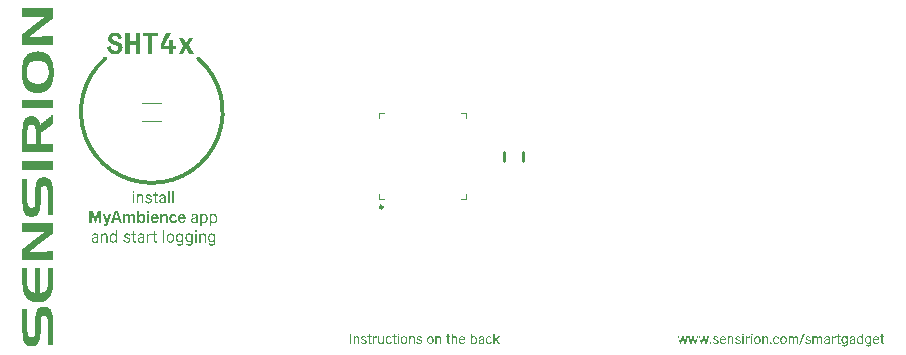
<source format=gto>
G04*
G04 #@! TF.GenerationSoftware,Altium Limited,Altium Designer,20.0.13 (296)*
G04*
G04 Layer_Color=65535*
%FSLAX25Y25*%
%MOIN*%
G70*
G01*
G75*
%ADD10C,0.01181*%
%ADD11C,0.00984*%
%ADD12C,0.00394*%
%ADD13C,0.01000*%
G36*
X10738Y15903D02*
X11153D01*
Y15799D01*
X11360D01*
Y15696D01*
X11568D01*
Y15592D01*
X11775D01*
Y15488D01*
X11879D01*
Y15384D01*
X11982D01*
Y15281D01*
X12086D01*
Y15177D01*
X12190D01*
Y15073D01*
X12293D01*
Y14970D01*
Y14866D01*
X12397D01*
Y14762D01*
X12501D01*
Y14659D01*
Y14555D01*
X12604D01*
Y14451D01*
Y14348D01*
X12708D01*
Y14244D01*
Y14140D01*
Y14037D01*
X12812D01*
Y13933D01*
Y13829D01*
Y13725D01*
X12915D01*
Y13622D01*
Y13518D01*
Y13414D01*
Y13311D01*
Y13207D01*
X13019D01*
Y13103D01*
Y13000D01*
Y12896D01*
Y12792D01*
Y12689D01*
Y12585D01*
Y12481D01*
X13123D01*
Y12378D01*
Y12274D01*
Y12170D01*
Y12066D01*
Y11963D01*
Y11859D01*
Y11755D01*
Y11652D01*
Y11548D01*
Y11444D01*
Y11341D01*
Y11237D01*
Y11133D01*
Y11030D01*
Y10926D01*
Y10822D01*
Y10719D01*
Y10615D01*
Y10511D01*
Y10408D01*
Y10304D01*
Y10200D01*
Y10097D01*
Y9993D01*
Y9889D01*
Y9786D01*
Y9682D01*
Y9578D01*
Y9474D01*
Y9371D01*
Y9267D01*
Y9163D01*
Y9060D01*
Y8956D01*
Y8852D01*
Y8749D01*
Y8645D01*
Y8541D01*
Y8438D01*
Y8334D01*
Y8230D01*
Y8127D01*
Y8023D01*
Y7919D01*
Y7815D01*
Y7712D01*
Y7608D01*
Y7504D01*
Y7401D01*
Y7297D01*
Y7193D01*
Y7090D01*
Y6986D01*
Y6882D01*
Y6779D01*
Y6675D01*
Y6571D01*
Y6468D01*
Y6364D01*
Y6260D01*
Y6157D01*
Y6053D01*
Y5949D01*
Y5845D01*
Y5742D01*
Y5638D01*
Y5534D01*
Y5431D01*
Y5327D01*
Y5223D01*
Y5120D01*
Y5016D01*
Y4912D01*
Y4809D01*
Y4705D01*
Y4601D01*
Y4498D01*
Y4394D01*
Y4290D01*
Y4186D01*
Y4083D01*
Y3979D01*
Y3875D01*
Y3772D01*
Y3668D01*
Y3564D01*
Y3461D01*
Y3357D01*
X11360D01*
Y3461D01*
Y3564D01*
Y3668D01*
Y3772D01*
Y3875D01*
Y3979D01*
Y4083D01*
Y4186D01*
Y4290D01*
Y4394D01*
Y4498D01*
Y4601D01*
Y4705D01*
Y4809D01*
Y4912D01*
Y5016D01*
Y5120D01*
Y5223D01*
Y5327D01*
Y5431D01*
Y5534D01*
Y5638D01*
Y5742D01*
Y5845D01*
Y5949D01*
Y6053D01*
Y6157D01*
Y6260D01*
Y6364D01*
Y6468D01*
Y6571D01*
Y6675D01*
Y6779D01*
Y6882D01*
Y6986D01*
Y7090D01*
Y7193D01*
Y7297D01*
Y7401D01*
Y7504D01*
Y7608D01*
Y7712D01*
Y7815D01*
Y7919D01*
Y8023D01*
Y8127D01*
Y8230D01*
Y8334D01*
Y8438D01*
Y8541D01*
Y8645D01*
Y8749D01*
Y8852D01*
Y8956D01*
Y9060D01*
Y9163D01*
Y9267D01*
Y9371D01*
Y9474D01*
Y9578D01*
Y9682D01*
Y9786D01*
Y9889D01*
Y9993D01*
Y10097D01*
Y10200D01*
Y10304D01*
Y10408D01*
Y10511D01*
Y10615D01*
Y10719D01*
Y10822D01*
Y10926D01*
Y11030D01*
Y11133D01*
Y11237D01*
Y11341D01*
Y11444D01*
Y11548D01*
Y11652D01*
Y11755D01*
Y11859D01*
X11257D01*
Y11963D01*
Y12066D01*
Y12170D01*
Y12274D01*
X11153D01*
Y12378D01*
Y12481D01*
X11049D01*
Y12585D01*
Y12689D01*
X10945D01*
Y12792D01*
X10842D01*
Y12896D01*
X10634D01*
Y13000D01*
X9701D01*
Y12896D01*
X9494D01*
Y12792D01*
X9390D01*
Y12689D01*
X9286D01*
Y12585D01*
X9183D01*
Y12481D01*
Y12378D01*
X9079D01*
Y12274D01*
Y12170D01*
Y12066D01*
X8975D01*
Y11963D01*
Y11859D01*
Y11755D01*
Y11652D01*
Y11548D01*
Y11444D01*
Y11341D01*
Y11237D01*
Y11133D01*
Y11030D01*
Y10926D01*
Y10822D01*
Y10719D01*
Y10615D01*
Y10511D01*
Y10408D01*
Y10304D01*
Y10200D01*
Y10097D01*
Y9993D01*
Y9889D01*
Y9786D01*
Y9682D01*
Y9578D01*
Y9474D01*
Y9371D01*
Y9267D01*
Y9163D01*
Y9060D01*
Y8956D01*
Y8852D01*
Y8749D01*
Y8645D01*
Y8541D01*
Y8438D01*
Y8334D01*
Y8230D01*
Y8127D01*
Y8023D01*
Y7919D01*
Y7815D01*
Y7712D01*
Y7608D01*
Y7504D01*
Y7401D01*
Y7297D01*
Y7193D01*
Y7090D01*
Y6986D01*
X8872D01*
Y6882D01*
Y6779D01*
Y6675D01*
Y6571D01*
Y6468D01*
Y6364D01*
Y6260D01*
Y6157D01*
Y6053D01*
Y5949D01*
Y5845D01*
Y5742D01*
X8768D01*
Y5638D01*
Y5534D01*
Y5431D01*
Y5327D01*
Y5223D01*
X8664D01*
Y5120D01*
Y5016D01*
Y4912D01*
Y4809D01*
X8561D01*
Y4705D01*
Y4601D01*
Y4498D01*
X8457D01*
Y4394D01*
Y4290D01*
X8353D01*
Y4186D01*
Y4083D01*
X8250D01*
Y3979D01*
Y3875D01*
X8146D01*
Y3772D01*
X8042D01*
Y3668D01*
Y3564D01*
X7939D01*
Y3461D01*
X7835D01*
Y3357D01*
X7627D01*
Y3253D01*
X7524D01*
Y3150D01*
X7316D01*
Y3046D01*
X7109D01*
Y2942D01*
X6798D01*
Y2839D01*
X5243D01*
Y2942D01*
X4828D01*
Y3046D01*
X4621D01*
Y3150D01*
X4413D01*
Y3253D01*
X4310D01*
Y3357D01*
X4102D01*
Y3461D01*
X3999D01*
Y3564D01*
X3895D01*
Y3668D01*
X3791D01*
Y3772D01*
Y3875D01*
X3687D01*
Y3979D01*
X3584D01*
Y4083D01*
Y4186D01*
X3480D01*
Y4290D01*
Y4394D01*
X3376D01*
Y4498D01*
Y4601D01*
X3273D01*
Y4705D01*
Y4809D01*
Y4912D01*
X3169D01*
Y5016D01*
Y5120D01*
Y5223D01*
Y5327D01*
X3065D01*
Y5431D01*
Y5534D01*
Y5638D01*
Y5742D01*
Y5845D01*
Y5949D01*
X2962D01*
Y6053D01*
Y6157D01*
Y6260D01*
Y6364D01*
Y6468D01*
Y6571D01*
Y6675D01*
Y6779D01*
Y6882D01*
Y6986D01*
Y7090D01*
X2858D01*
Y7193D01*
Y7297D01*
Y7401D01*
Y7504D01*
Y7608D01*
Y7712D01*
Y7815D01*
Y7919D01*
Y8023D01*
Y8127D01*
Y8230D01*
Y8334D01*
Y8438D01*
Y8541D01*
Y8645D01*
Y8749D01*
Y8852D01*
Y8956D01*
Y9060D01*
Y9163D01*
Y9267D01*
Y9371D01*
Y9474D01*
Y9578D01*
Y9682D01*
Y9786D01*
Y9889D01*
Y9993D01*
Y10097D01*
Y10200D01*
Y10304D01*
Y10408D01*
Y10511D01*
Y10615D01*
Y10719D01*
Y10822D01*
Y10926D01*
Y11030D01*
Y11133D01*
Y11237D01*
Y11341D01*
Y11444D01*
Y11548D01*
Y11652D01*
Y11755D01*
Y11859D01*
Y11963D01*
Y12066D01*
Y12170D01*
Y12274D01*
Y12378D01*
Y12481D01*
Y12585D01*
Y12689D01*
Y12792D01*
Y12896D01*
Y13000D01*
Y13103D01*
Y13207D01*
Y13311D01*
Y13414D01*
Y13518D01*
Y13622D01*
Y13725D01*
Y13829D01*
Y13933D01*
Y14037D01*
Y14140D01*
Y14244D01*
Y14348D01*
Y14451D01*
Y14555D01*
Y14659D01*
Y14762D01*
Y14866D01*
Y14970D01*
Y15073D01*
Y15177D01*
Y15281D01*
Y15384D01*
X4621D01*
Y15281D01*
Y15177D01*
Y15073D01*
Y14970D01*
Y14866D01*
Y14762D01*
Y14659D01*
Y14555D01*
Y14451D01*
Y14348D01*
Y14244D01*
Y14140D01*
Y14037D01*
Y13933D01*
Y13829D01*
Y13725D01*
Y13622D01*
Y13518D01*
Y13414D01*
Y13311D01*
Y13207D01*
Y13103D01*
Y13000D01*
Y12896D01*
Y12792D01*
Y12689D01*
Y12585D01*
Y12481D01*
Y12378D01*
Y12274D01*
Y12170D01*
Y12066D01*
Y11963D01*
Y11859D01*
Y11755D01*
Y11652D01*
Y11548D01*
Y11444D01*
Y11341D01*
Y11237D01*
Y11133D01*
Y11030D01*
Y10926D01*
Y10822D01*
Y10719D01*
Y10615D01*
Y10511D01*
Y10408D01*
Y10304D01*
Y10200D01*
Y10097D01*
Y9993D01*
Y9889D01*
Y9786D01*
Y9682D01*
Y9578D01*
Y9474D01*
Y9371D01*
Y9267D01*
Y9163D01*
Y9060D01*
Y8956D01*
Y8852D01*
Y8749D01*
Y8645D01*
Y8541D01*
Y8438D01*
Y8334D01*
Y8230D01*
Y8127D01*
Y8023D01*
Y7919D01*
Y7815D01*
Y7712D01*
Y7608D01*
Y7504D01*
Y7401D01*
X4724D01*
Y7297D01*
Y7193D01*
Y7090D01*
Y6986D01*
Y6882D01*
Y6779D01*
X4828D01*
Y6675D01*
Y6571D01*
X4932D01*
Y6468D01*
Y6364D01*
X5035D01*
Y6260D01*
Y6157D01*
X5139D01*
Y6053D01*
X5243D01*
Y5949D01*
X5450D01*
Y5845D01*
X5968D01*
Y5742D01*
X6072D01*
Y5845D01*
X6591D01*
Y5949D01*
X6694D01*
Y6053D01*
X6798D01*
Y6157D01*
X6902D01*
Y6260D01*
X7005D01*
Y6364D01*
Y6468D01*
Y6571D01*
X7109D01*
Y6675D01*
Y6779D01*
Y6882D01*
Y6986D01*
X7213D01*
Y7090D01*
Y7193D01*
Y7297D01*
Y7401D01*
Y7504D01*
Y7608D01*
Y7712D01*
Y7815D01*
Y7919D01*
Y8023D01*
Y8127D01*
Y8230D01*
Y8334D01*
Y8438D01*
Y8541D01*
Y8645D01*
Y8749D01*
Y8852D01*
Y8956D01*
Y9060D01*
Y9163D01*
Y9267D01*
Y9371D01*
Y9474D01*
Y9578D01*
Y9682D01*
Y9786D01*
Y9889D01*
Y9993D01*
Y10097D01*
Y10200D01*
Y10304D01*
Y10408D01*
Y10511D01*
Y10615D01*
Y10719D01*
Y10822D01*
Y10926D01*
Y11030D01*
Y11133D01*
Y11237D01*
Y11341D01*
Y11444D01*
Y11548D01*
Y11652D01*
Y11755D01*
Y11859D01*
Y11963D01*
Y12066D01*
Y12170D01*
Y12274D01*
Y12378D01*
Y12481D01*
Y12585D01*
Y12689D01*
Y12792D01*
X7316D01*
Y12896D01*
Y13000D01*
Y13103D01*
Y13207D01*
Y13311D01*
Y13414D01*
Y13518D01*
Y13622D01*
X7420D01*
Y13725D01*
Y13829D01*
Y13933D01*
Y14037D01*
X7524D01*
Y14140D01*
Y14244D01*
Y14348D01*
X7627D01*
Y14451D01*
Y14555D01*
Y14659D01*
X7731D01*
Y14762D01*
Y14866D01*
X7835D01*
Y14970D01*
X7939D01*
Y15073D01*
Y15177D01*
X8042D01*
Y15281D01*
X8146D01*
Y15384D01*
X8250D01*
Y15488D01*
X8353D01*
Y15592D01*
X8561D01*
Y15696D01*
X8768D01*
Y15799D01*
X8975D01*
Y15903D01*
X9390D01*
Y16007D01*
X10738D01*
Y15903D01*
D02*
G37*
G36*
X13123Y28760D02*
Y28656D01*
Y28552D01*
Y28449D01*
Y28345D01*
Y28242D01*
Y28138D01*
Y28034D01*
Y27930D01*
Y27827D01*
Y27723D01*
Y27619D01*
Y27516D01*
Y27412D01*
Y27308D01*
Y27205D01*
Y27101D01*
Y26997D01*
Y26894D01*
Y26790D01*
Y26686D01*
Y26583D01*
Y26479D01*
Y26375D01*
Y26271D01*
Y26168D01*
Y26064D01*
Y25960D01*
Y25857D01*
Y25753D01*
Y25649D01*
Y25546D01*
Y25442D01*
Y25338D01*
Y25235D01*
Y25131D01*
Y25027D01*
Y24924D01*
Y24820D01*
Y24716D01*
Y24612D01*
Y24509D01*
Y24405D01*
Y24301D01*
Y24198D01*
Y24094D01*
Y23990D01*
Y23887D01*
Y23783D01*
Y23679D01*
Y23576D01*
Y23472D01*
Y23368D01*
Y23265D01*
Y23161D01*
Y23057D01*
Y22953D01*
Y22850D01*
Y22746D01*
Y22643D01*
Y22539D01*
Y22435D01*
Y22331D01*
X13019D01*
Y22228D01*
Y22124D01*
Y22020D01*
Y21917D01*
Y21813D01*
Y21709D01*
Y21606D01*
X12915D01*
Y21502D01*
Y21398D01*
Y21295D01*
Y21191D01*
Y21087D01*
X12812D01*
Y20983D01*
Y20880D01*
Y20776D01*
X12708D01*
Y20672D01*
Y20569D01*
Y20465D01*
X12604D01*
Y20361D01*
Y20258D01*
X12501D01*
Y20154D01*
Y20050D01*
Y19947D01*
X12397D01*
Y19843D01*
Y19739D01*
X12293D01*
Y19636D01*
X12190D01*
Y19532D01*
Y19428D01*
X12086D01*
Y19324D01*
X11982D01*
Y19221D01*
Y19117D01*
X11879D01*
Y19014D01*
X11775D01*
Y18910D01*
X11671D01*
Y18806D01*
X11568D01*
Y18702D01*
X11464D01*
Y18599D01*
X11360D01*
Y18495D01*
X11257D01*
Y18391D01*
X11153D01*
Y18288D01*
X11049D01*
Y18184D01*
X10842D01*
Y18080D01*
X10634D01*
Y17977D01*
X10531D01*
Y17873D01*
X10220D01*
Y17769D01*
X10012D01*
Y17666D01*
X9597D01*
Y17562D01*
X9183D01*
Y17458D01*
X7109D01*
Y17562D01*
X6591D01*
Y17666D01*
X6176D01*
Y17769D01*
X5865D01*
Y17873D01*
X5658D01*
Y17977D01*
X5450D01*
Y18080D01*
X5243D01*
Y18184D01*
X5139D01*
Y18288D01*
X4932D01*
Y18391D01*
X4828D01*
Y18495D01*
X4724D01*
Y18599D01*
X4517D01*
Y18702D01*
X4413D01*
Y18806D01*
X4310D01*
Y18910D01*
Y19014D01*
X4206D01*
Y19117D01*
X4102D01*
Y19221D01*
X3999D01*
Y19324D01*
Y19428D01*
X3895D01*
Y19532D01*
X3791D01*
Y19636D01*
Y19739D01*
X3687D01*
Y19843D01*
Y19947D01*
X3584D01*
Y20050D01*
Y20154D01*
X3480D01*
Y20258D01*
Y20361D01*
Y20465D01*
X3376D01*
Y20569D01*
Y20672D01*
Y20776D01*
X3273D01*
Y20880D01*
Y20983D01*
Y21087D01*
X3169D01*
Y21191D01*
Y21295D01*
Y21398D01*
Y21502D01*
X3065D01*
Y21606D01*
Y21709D01*
Y21813D01*
Y21917D01*
Y22020D01*
Y22124D01*
X2962D01*
Y22228D01*
Y22331D01*
Y22435D01*
Y22539D01*
Y22643D01*
Y22746D01*
Y22850D01*
Y22953D01*
Y23057D01*
Y23161D01*
Y23265D01*
Y23368D01*
X2858D01*
Y23472D01*
Y23576D01*
Y23679D01*
Y23783D01*
Y23887D01*
Y23990D01*
Y24094D01*
Y24198D01*
Y24301D01*
Y24405D01*
Y24509D01*
Y24612D01*
Y24716D01*
Y24820D01*
Y24924D01*
Y25027D01*
Y25131D01*
Y25235D01*
Y25338D01*
Y25442D01*
Y25546D01*
Y25649D01*
Y25753D01*
Y25857D01*
Y25960D01*
Y26064D01*
Y26168D01*
Y26271D01*
Y26375D01*
Y26479D01*
Y26583D01*
Y26686D01*
Y26790D01*
Y26894D01*
Y26997D01*
Y27101D01*
Y27205D01*
Y27308D01*
Y27412D01*
Y27516D01*
Y27619D01*
Y27723D01*
Y27827D01*
Y27930D01*
Y28034D01*
Y28138D01*
Y28242D01*
Y28345D01*
Y28449D01*
Y28552D01*
Y28656D01*
Y28760D01*
Y28864D01*
X4621D01*
Y28760D01*
Y28656D01*
Y28552D01*
Y28449D01*
Y28345D01*
Y28242D01*
Y28138D01*
Y28034D01*
Y27930D01*
Y27827D01*
Y27723D01*
Y27619D01*
Y27516D01*
Y27412D01*
Y27308D01*
Y27205D01*
Y27101D01*
Y26997D01*
Y26894D01*
Y26790D01*
Y26686D01*
Y26583D01*
Y26479D01*
Y26375D01*
Y26271D01*
Y26168D01*
Y26064D01*
Y25960D01*
Y25857D01*
Y25753D01*
Y25649D01*
Y25546D01*
Y25442D01*
Y25338D01*
Y25235D01*
Y25131D01*
Y25027D01*
Y24924D01*
Y24820D01*
Y24716D01*
Y24612D01*
Y24509D01*
Y24405D01*
Y24301D01*
Y24198D01*
Y24094D01*
Y23990D01*
Y23887D01*
Y23783D01*
Y23679D01*
Y23576D01*
Y23472D01*
Y23368D01*
Y23265D01*
Y23161D01*
Y23057D01*
X4724D01*
Y22953D01*
Y22850D01*
Y22746D01*
Y22643D01*
Y22539D01*
X4828D01*
Y22435D01*
Y22331D01*
Y22228D01*
X4932D01*
Y22124D01*
Y22020D01*
Y21917D01*
X5035D01*
Y21813D01*
X5139D01*
Y21709D01*
Y21606D01*
X5243D01*
Y21502D01*
X5346D01*
Y21398D01*
X5450D01*
Y21295D01*
X5554D01*
Y21191D01*
X5658D01*
Y21087D01*
X5761D01*
Y20983D01*
X5968D01*
Y20880D01*
X6280D01*
Y20776D01*
X6694D01*
Y20672D01*
X7109D01*
Y20776D01*
Y20880D01*
Y20983D01*
Y21087D01*
Y21191D01*
Y21295D01*
Y21398D01*
Y21502D01*
Y21606D01*
Y21709D01*
Y21813D01*
Y21917D01*
Y22020D01*
Y22124D01*
Y22228D01*
Y22331D01*
Y22435D01*
Y22539D01*
Y22643D01*
Y22746D01*
Y22850D01*
Y22953D01*
Y23057D01*
Y23161D01*
Y23265D01*
Y23368D01*
Y23472D01*
Y23576D01*
Y23679D01*
Y23783D01*
Y23887D01*
Y23990D01*
Y24094D01*
Y24198D01*
Y24301D01*
Y24405D01*
Y24509D01*
Y24612D01*
Y24716D01*
Y24820D01*
Y24924D01*
Y25027D01*
Y25131D01*
Y25235D01*
Y25338D01*
Y25442D01*
Y25546D01*
Y25649D01*
Y25753D01*
Y25857D01*
Y25960D01*
Y26064D01*
Y26168D01*
Y26271D01*
Y26375D01*
Y26479D01*
Y26583D01*
Y26686D01*
Y26790D01*
Y26894D01*
Y26997D01*
Y27101D01*
Y27205D01*
Y27308D01*
Y27412D01*
Y27516D01*
Y27619D01*
Y27723D01*
Y27827D01*
Y27930D01*
Y28034D01*
Y28138D01*
Y28242D01*
Y28345D01*
Y28449D01*
Y28552D01*
Y28656D01*
Y28760D01*
Y28864D01*
X8768D01*
Y28760D01*
Y28656D01*
Y28552D01*
Y28449D01*
Y28345D01*
Y28242D01*
Y28138D01*
Y28034D01*
Y27930D01*
Y27827D01*
Y27723D01*
Y27619D01*
Y27516D01*
Y27412D01*
Y27308D01*
Y27205D01*
Y27101D01*
Y26997D01*
Y26894D01*
Y26790D01*
Y26686D01*
Y26583D01*
Y26479D01*
Y26375D01*
Y26271D01*
Y26168D01*
Y26064D01*
Y25960D01*
Y25857D01*
Y25753D01*
Y25649D01*
Y25546D01*
Y25442D01*
Y25338D01*
Y25235D01*
Y25131D01*
Y25027D01*
Y24924D01*
Y24820D01*
Y24716D01*
Y24612D01*
Y24509D01*
Y24405D01*
Y24301D01*
Y24198D01*
Y24094D01*
Y23990D01*
Y23887D01*
Y23783D01*
Y23679D01*
Y23576D01*
Y23472D01*
Y23368D01*
Y23265D01*
Y23161D01*
Y23057D01*
Y22953D01*
Y22850D01*
Y22746D01*
Y22643D01*
Y22539D01*
Y22435D01*
Y22331D01*
Y22228D01*
Y22124D01*
Y22020D01*
Y21917D01*
Y21813D01*
Y21709D01*
Y21606D01*
Y21502D01*
Y21398D01*
Y21295D01*
Y21191D01*
Y21087D01*
Y20983D01*
Y20880D01*
Y20776D01*
Y20672D01*
X9597D01*
Y20776D01*
X9909D01*
Y20880D01*
X10220D01*
Y20983D01*
X10427D01*
Y21087D01*
X10531D01*
Y21191D01*
X10634D01*
Y21295D01*
X10738D01*
Y21398D01*
X10842D01*
Y21502D01*
X10945D01*
Y21606D01*
Y21709D01*
X11049D01*
Y21813D01*
Y21917D01*
X11153D01*
Y22020D01*
Y22124D01*
Y22228D01*
X11257D01*
Y22331D01*
Y22435D01*
Y22539D01*
Y22643D01*
X11360D01*
Y22746D01*
Y22850D01*
Y22953D01*
Y23057D01*
Y23161D01*
Y23265D01*
Y23368D01*
Y23472D01*
X11464D01*
Y23576D01*
Y23679D01*
Y23783D01*
Y23887D01*
Y23990D01*
Y24094D01*
Y24198D01*
Y24301D01*
Y24405D01*
Y24509D01*
Y24612D01*
Y24716D01*
Y24820D01*
Y24924D01*
Y25027D01*
Y25131D01*
Y25235D01*
Y25338D01*
Y25442D01*
Y25546D01*
Y25649D01*
Y25753D01*
Y25857D01*
Y25960D01*
Y26064D01*
Y26168D01*
Y26271D01*
Y26375D01*
Y26479D01*
Y26583D01*
Y26686D01*
Y26790D01*
Y26894D01*
Y26997D01*
Y27101D01*
Y27205D01*
Y27308D01*
Y27412D01*
Y27516D01*
Y27619D01*
Y27723D01*
Y27827D01*
Y27930D01*
Y28034D01*
Y28138D01*
Y28242D01*
Y28345D01*
Y28449D01*
Y28552D01*
Y28656D01*
Y28760D01*
Y28864D01*
X13123D01*
Y28760D01*
D02*
G37*
G36*
Y43691D02*
Y43587D01*
Y43483D01*
Y43380D01*
Y43276D01*
Y43172D01*
Y43069D01*
Y42965D01*
Y42861D01*
Y42757D01*
Y42654D01*
Y42550D01*
Y42446D01*
Y42343D01*
Y42239D01*
Y42135D01*
Y42032D01*
Y41928D01*
Y41824D01*
Y41721D01*
Y41617D01*
Y41513D01*
Y41410D01*
Y41306D01*
Y41202D01*
Y41098D01*
Y40995D01*
Y40891D01*
Y40787D01*
Y40684D01*
Y40580D01*
Y40476D01*
Y40373D01*
X13019D01*
Y40269D01*
X12812D01*
Y40165D01*
X12708D01*
Y40062D01*
X12604D01*
Y39958D01*
X12501D01*
Y39854D01*
X12293D01*
Y39751D01*
X12190D01*
Y39647D01*
X12086D01*
Y39543D01*
X11879D01*
Y39439D01*
X11775D01*
Y39336D01*
X11671D01*
Y39232D01*
X11568D01*
Y39128D01*
X11360D01*
Y39025D01*
X11257D01*
Y38921D01*
X11153D01*
Y38817D01*
X10945D01*
Y38714D01*
X10842D01*
Y38610D01*
X10738D01*
Y38506D01*
X10531D01*
Y38403D01*
X10427D01*
Y38299D01*
X10323D01*
Y38195D01*
X10220D01*
Y38092D01*
X10012D01*
Y37988D01*
X9909D01*
Y37884D01*
X9805D01*
Y37780D01*
X9597D01*
Y37677D01*
X9494D01*
Y37573D01*
X9390D01*
Y37470D01*
X9286D01*
Y37366D01*
X9079D01*
Y37262D01*
X8975D01*
Y37158D01*
X8872D01*
Y37055D01*
X8664D01*
Y36951D01*
X8561D01*
Y36847D01*
X8457D01*
Y36744D01*
X8250D01*
Y36640D01*
X8146D01*
Y36536D01*
X8042D01*
Y36433D01*
X7939D01*
Y36329D01*
X7731D01*
Y36225D01*
X7627D01*
Y36122D01*
X7524D01*
Y36018D01*
X7316D01*
Y35914D01*
X7213D01*
Y35811D01*
X7109D01*
Y35707D01*
X6902D01*
Y35603D01*
X6798D01*
Y35500D01*
X6694D01*
Y35396D01*
X6591D01*
Y35292D01*
X6383D01*
Y35188D01*
X6280D01*
Y35085D01*
X6176D01*
Y34981D01*
X5968D01*
Y34877D01*
X5865D01*
Y34774D01*
X5761D01*
Y34670D01*
X5658D01*
Y34566D01*
X5450D01*
Y34463D01*
X5346D01*
Y34359D01*
X11153D01*
Y34463D01*
X13123D01*
Y34359D01*
Y34255D01*
Y34152D01*
Y34048D01*
Y33944D01*
Y33841D01*
Y33737D01*
Y33633D01*
Y33529D01*
Y33426D01*
Y33322D01*
Y33218D01*
Y33115D01*
Y33011D01*
Y32907D01*
Y32804D01*
Y32700D01*
Y32596D01*
Y32493D01*
Y32389D01*
Y32285D01*
Y32182D01*
Y32078D01*
Y31974D01*
Y31870D01*
Y31767D01*
Y31663D01*
Y31559D01*
X2858D01*
Y31663D01*
Y31767D01*
Y31870D01*
Y31974D01*
Y32078D01*
Y32182D01*
Y32285D01*
Y32389D01*
Y32493D01*
Y32596D01*
Y32700D01*
Y32804D01*
Y32907D01*
Y33011D01*
Y33115D01*
Y33218D01*
Y33322D01*
Y33426D01*
Y33529D01*
Y33633D01*
Y33737D01*
Y33841D01*
Y33944D01*
Y34048D01*
Y34152D01*
Y34255D01*
Y34359D01*
Y34463D01*
Y34566D01*
Y34670D01*
Y34774D01*
Y34877D01*
Y34981D01*
Y35085D01*
Y35188D01*
X2962D01*
Y35292D01*
X3169D01*
Y35396D01*
X3273D01*
Y35500D01*
X3376D01*
Y35603D01*
X3584D01*
Y35707D01*
X3687D01*
Y35811D01*
X3791D01*
Y35914D01*
X3895D01*
Y36018D01*
X4102D01*
Y36122D01*
X4206D01*
Y36225D01*
X4310D01*
Y36329D01*
X4517D01*
Y36433D01*
X4621D01*
Y36536D01*
X4724D01*
Y36640D01*
X4932D01*
Y36744D01*
X5035D01*
Y36847D01*
X5139D01*
Y36951D01*
X5243D01*
Y37055D01*
X5450D01*
Y37158D01*
X5554D01*
Y37262D01*
X5658D01*
Y37366D01*
X5865D01*
Y37470D01*
X5968D01*
Y37573D01*
X6072D01*
Y37677D01*
X6176D01*
Y37780D01*
X6383D01*
Y37884D01*
X6487D01*
Y37988D01*
X6591D01*
Y38092D01*
X6798D01*
Y38195D01*
X6902D01*
Y38299D01*
X7005D01*
Y38403D01*
X7213D01*
Y38506D01*
X7316D01*
Y38610D01*
X7420D01*
Y38714D01*
X7524D01*
Y38817D01*
X7731D01*
Y38921D01*
X7835D01*
Y39025D01*
X7939D01*
Y39128D01*
X8146D01*
Y39232D01*
X8250D01*
Y39336D01*
X8353D01*
Y39439D01*
X8457D01*
Y39543D01*
X8664D01*
Y39647D01*
X8768D01*
Y39751D01*
X8872D01*
Y39854D01*
X9079D01*
Y39958D01*
X9183D01*
Y40062D01*
X9286D01*
Y40165D01*
X9494D01*
Y40269D01*
X9597D01*
Y40373D01*
X9701D01*
Y40476D01*
X9805D01*
Y40580D01*
X10012D01*
Y40684D01*
X10116D01*
Y40787D01*
X10220D01*
Y40891D01*
X10323D01*
Y40995D01*
X8250D01*
Y40891D01*
X2858D01*
Y40995D01*
Y41098D01*
Y41202D01*
Y41306D01*
Y41410D01*
Y41513D01*
Y41617D01*
Y41721D01*
Y41824D01*
Y41928D01*
Y42032D01*
Y42135D01*
Y42239D01*
Y42343D01*
Y42446D01*
Y42550D01*
Y42654D01*
Y42757D01*
Y42861D01*
Y42965D01*
Y43069D01*
Y43172D01*
Y43276D01*
Y43380D01*
Y43483D01*
Y43587D01*
Y43691D01*
Y43794D01*
X13123D01*
Y43691D01*
D02*
G37*
G36*
X10634Y59036D02*
X11153D01*
Y58932D01*
X11360D01*
Y58829D01*
X11568D01*
Y58725D01*
X11775D01*
Y58621D01*
X11879D01*
Y58518D01*
X11982D01*
Y58414D01*
X12086D01*
Y58310D01*
X12190D01*
Y58207D01*
X12293D01*
Y58103D01*
Y57999D01*
X12397D01*
Y57895D01*
X12501D01*
Y57792D01*
Y57688D01*
X12604D01*
Y57585D01*
Y57481D01*
X12708D01*
Y57377D01*
Y57273D01*
Y57170D01*
X12812D01*
Y57066D01*
Y56962D01*
Y56859D01*
X12915D01*
Y56755D01*
Y56651D01*
Y56548D01*
Y56444D01*
Y56340D01*
X13019D01*
Y56236D01*
Y56133D01*
Y56029D01*
Y55926D01*
Y55822D01*
Y55718D01*
Y55614D01*
X13123D01*
Y55511D01*
Y55407D01*
Y55303D01*
Y55200D01*
Y55096D01*
Y54992D01*
Y54889D01*
Y54785D01*
Y54681D01*
Y54578D01*
Y54474D01*
Y54370D01*
Y54267D01*
Y54163D01*
Y54059D01*
Y53956D01*
Y53852D01*
Y53748D01*
Y53644D01*
Y53541D01*
Y53437D01*
Y53333D01*
Y53230D01*
Y53126D01*
Y53022D01*
Y52919D01*
Y52815D01*
Y52711D01*
Y52608D01*
Y52504D01*
Y52400D01*
Y52297D01*
Y52193D01*
Y52089D01*
Y51985D01*
Y51882D01*
Y51778D01*
Y51674D01*
Y51571D01*
Y51467D01*
Y51363D01*
Y51260D01*
Y51156D01*
Y51052D01*
Y50949D01*
Y50845D01*
Y50741D01*
Y50638D01*
Y50534D01*
Y50430D01*
Y50327D01*
Y50223D01*
Y50119D01*
Y50015D01*
Y49912D01*
Y49808D01*
Y49704D01*
Y49601D01*
Y49497D01*
Y49393D01*
Y49290D01*
Y49186D01*
Y49082D01*
Y48979D01*
Y48875D01*
Y48771D01*
Y48667D01*
Y48564D01*
Y48460D01*
Y48357D01*
Y48253D01*
Y48149D01*
Y48045D01*
Y47942D01*
Y47838D01*
Y47734D01*
Y47631D01*
Y47527D01*
Y47423D01*
Y47320D01*
Y47216D01*
Y47112D01*
Y47008D01*
Y46905D01*
Y46801D01*
Y46698D01*
Y46594D01*
Y46490D01*
X11360D01*
Y46594D01*
Y46698D01*
Y46801D01*
Y46905D01*
Y47008D01*
Y47112D01*
Y47216D01*
Y47320D01*
Y47423D01*
Y47527D01*
Y47631D01*
Y47734D01*
Y47838D01*
Y47942D01*
Y48045D01*
Y48149D01*
Y48253D01*
Y48357D01*
Y48460D01*
Y48564D01*
Y48667D01*
Y48771D01*
Y48875D01*
Y48979D01*
Y49082D01*
Y49186D01*
Y49290D01*
Y49393D01*
Y49497D01*
Y49601D01*
Y49704D01*
Y49808D01*
Y49912D01*
Y50015D01*
Y50119D01*
Y50223D01*
Y50327D01*
Y50430D01*
Y50534D01*
Y50638D01*
Y50741D01*
Y50845D01*
Y50949D01*
Y51052D01*
Y51156D01*
Y51260D01*
Y51363D01*
Y51467D01*
Y51571D01*
Y51674D01*
Y51778D01*
Y51882D01*
Y51985D01*
Y52089D01*
Y52193D01*
Y52297D01*
Y52400D01*
Y52504D01*
Y52608D01*
Y52711D01*
Y52815D01*
Y52919D01*
Y53022D01*
Y53126D01*
Y53230D01*
Y53333D01*
Y53437D01*
Y53541D01*
Y53644D01*
Y53748D01*
Y53852D01*
Y53956D01*
Y54059D01*
Y54163D01*
Y54267D01*
Y54370D01*
Y54474D01*
Y54578D01*
Y54681D01*
Y54785D01*
Y54889D01*
Y54992D01*
X11257D01*
Y55096D01*
Y55200D01*
Y55303D01*
Y55407D01*
X11153D01*
Y55511D01*
Y55614D01*
X11049D01*
Y55718D01*
Y55822D01*
X10945D01*
Y55926D01*
X10842D01*
Y56029D01*
X10634D01*
Y56133D01*
X9701D01*
Y56029D01*
X9494D01*
Y55926D01*
X9390D01*
Y55822D01*
X9286D01*
Y55718D01*
X9183D01*
Y55614D01*
Y55511D01*
X9079D01*
Y55407D01*
Y55303D01*
Y55200D01*
X8975D01*
Y55096D01*
Y54992D01*
Y54889D01*
Y54785D01*
Y54681D01*
Y54578D01*
Y54474D01*
Y54370D01*
Y54267D01*
Y54163D01*
Y54059D01*
Y53956D01*
Y53852D01*
Y53748D01*
Y53644D01*
Y53541D01*
Y53437D01*
Y53333D01*
Y53230D01*
Y53126D01*
Y53022D01*
Y52919D01*
Y52815D01*
Y52711D01*
Y52608D01*
Y52504D01*
Y52400D01*
Y52297D01*
Y52193D01*
Y52089D01*
Y51985D01*
Y51882D01*
Y51778D01*
Y51674D01*
Y51571D01*
Y51467D01*
Y51363D01*
Y51260D01*
Y51156D01*
Y51052D01*
Y50949D01*
Y50845D01*
Y50741D01*
Y50638D01*
Y50534D01*
Y50430D01*
Y50327D01*
Y50223D01*
Y50119D01*
Y50015D01*
X8872D01*
Y49912D01*
Y49808D01*
Y49704D01*
Y49601D01*
Y49497D01*
Y49393D01*
Y49290D01*
Y49186D01*
Y49082D01*
Y48979D01*
Y48875D01*
X8768D01*
Y48771D01*
Y48667D01*
Y48564D01*
Y48460D01*
Y48357D01*
Y48253D01*
X8664D01*
Y48149D01*
Y48045D01*
Y47942D01*
X8561D01*
Y47838D01*
Y47734D01*
Y47631D01*
X8457D01*
Y47527D01*
Y47423D01*
Y47320D01*
X8353D01*
Y47216D01*
X8250D01*
Y47112D01*
Y47008D01*
X8146D01*
Y46905D01*
Y46801D01*
X8042D01*
Y46698D01*
X7939D01*
Y46594D01*
X7835D01*
Y46490D01*
X7731D01*
Y46386D01*
X7524D01*
Y46283D01*
X7420D01*
Y46179D01*
X7109D01*
Y46075D01*
X6798D01*
Y45972D01*
X5139D01*
Y46075D01*
X4828D01*
Y46179D01*
X4621D01*
Y46283D01*
X4413D01*
Y46386D01*
X4206D01*
Y46490D01*
X4102D01*
Y46594D01*
X3999D01*
Y46698D01*
X3895D01*
Y46801D01*
X3791D01*
Y46905D01*
Y47008D01*
X3687D01*
Y47112D01*
X3584D01*
Y47216D01*
Y47320D01*
X3480D01*
Y47423D01*
Y47527D01*
X3376D01*
Y47631D01*
Y47734D01*
X3273D01*
Y47838D01*
Y47942D01*
Y48045D01*
X3169D01*
Y48149D01*
Y48253D01*
Y48357D01*
Y48460D01*
X3065D01*
Y48564D01*
Y48667D01*
Y48771D01*
Y48875D01*
Y48979D01*
X2962D01*
Y49082D01*
Y49186D01*
Y49290D01*
Y49393D01*
Y49497D01*
Y49601D01*
Y49704D01*
Y49808D01*
Y49912D01*
Y50015D01*
Y50119D01*
X2858D01*
Y50223D01*
Y50327D01*
Y50430D01*
Y50534D01*
Y50638D01*
Y50741D01*
Y50845D01*
Y50949D01*
Y51052D01*
Y51156D01*
Y51260D01*
Y51363D01*
Y51467D01*
Y51571D01*
Y51674D01*
Y51778D01*
Y51882D01*
Y51985D01*
Y52089D01*
Y52193D01*
Y52297D01*
Y52400D01*
Y52504D01*
Y52608D01*
Y52711D01*
Y52815D01*
Y52919D01*
Y53022D01*
Y53126D01*
Y53230D01*
Y53333D01*
Y53437D01*
Y53541D01*
Y53644D01*
Y53748D01*
Y53852D01*
Y53956D01*
Y54059D01*
Y54163D01*
Y54267D01*
Y54370D01*
Y54474D01*
Y54578D01*
Y54681D01*
Y54785D01*
Y54889D01*
Y54992D01*
Y55096D01*
Y55200D01*
Y55303D01*
Y55407D01*
Y55511D01*
Y55614D01*
Y55718D01*
Y55822D01*
Y55926D01*
Y56029D01*
Y56133D01*
Y56236D01*
Y56340D01*
Y56444D01*
Y56548D01*
Y56651D01*
Y56755D01*
Y56859D01*
Y56962D01*
Y57066D01*
Y57170D01*
Y57273D01*
Y57377D01*
Y57481D01*
Y57585D01*
Y57688D01*
Y57792D01*
Y57895D01*
Y57999D01*
Y58103D01*
Y58207D01*
Y58310D01*
Y58414D01*
X4621D01*
Y58310D01*
Y58207D01*
Y58103D01*
Y57999D01*
Y57895D01*
Y57792D01*
Y57688D01*
Y57585D01*
Y57481D01*
Y57377D01*
Y57273D01*
Y57170D01*
Y57066D01*
Y56962D01*
Y56859D01*
Y56755D01*
Y56651D01*
Y56548D01*
Y56444D01*
Y56340D01*
Y56236D01*
Y56133D01*
Y56029D01*
Y55926D01*
Y55822D01*
Y55718D01*
Y55614D01*
Y55511D01*
Y55407D01*
Y55303D01*
Y55200D01*
Y55096D01*
Y54992D01*
Y54889D01*
Y54785D01*
Y54681D01*
Y54578D01*
Y54474D01*
Y54370D01*
Y54267D01*
Y54163D01*
Y54059D01*
Y53956D01*
Y53852D01*
Y53748D01*
Y53644D01*
Y53541D01*
Y53437D01*
Y53333D01*
Y53230D01*
Y53126D01*
Y53022D01*
Y52919D01*
Y52815D01*
Y52711D01*
Y52608D01*
Y52504D01*
Y52400D01*
Y52297D01*
Y52193D01*
Y52089D01*
Y51985D01*
Y51882D01*
Y51778D01*
Y51674D01*
Y51571D01*
Y51467D01*
Y51363D01*
Y51260D01*
Y51156D01*
Y51052D01*
Y50949D01*
Y50845D01*
Y50741D01*
Y50638D01*
Y50534D01*
X4724D01*
Y50430D01*
Y50327D01*
Y50223D01*
Y50119D01*
Y50015D01*
Y49912D01*
X4828D01*
Y49808D01*
Y49704D01*
Y49601D01*
X4932D01*
Y49497D01*
X5035D01*
Y49393D01*
Y49290D01*
X5139D01*
Y49186D01*
X5243D01*
Y49082D01*
X5450D01*
Y48979D01*
X5761D01*
Y48875D01*
X6280D01*
Y48979D01*
X6591D01*
Y49082D01*
X6694D01*
Y49186D01*
X6798D01*
Y49290D01*
X6902D01*
Y49393D01*
X7005D01*
Y49497D01*
Y49601D01*
Y49704D01*
X7109D01*
Y49808D01*
Y49912D01*
Y50015D01*
Y50119D01*
X7213D01*
Y50223D01*
Y50327D01*
Y50430D01*
Y50534D01*
Y50638D01*
Y50741D01*
Y50845D01*
Y50949D01*
Y51052D01*
Y51156D01*
Y51260D01*
Y51363D01*
Y51467D01*
Y51571D01*
Y51674D01*
Y51778D01*
Y51882D01*
Y51985D01*
Y52089D01*
Y52193D01*
Y52297D01*
Y52400D01*
Y52504D01*
Y52608D01*
Y52711D01*
Y52815D01*
Y52919D01*
Y53022D01*
Y53126D01*
Y53230D01*
Y53333D01*
Y53437D01*
Y53541D01*
Y53644D01*
Y53748D01*
Y53852D01*
Y53956D01*
Y54059D01*
Y54163D01*
Y54267D01*
Y54370D01*
Y54474D01*
Y54578D01*
Y54681D01*
Y54785D01*
Y54889D01*
Y54992D01*
Y55096D01*
Y55200D01*
Y55303D01*
Y55407D01*
Y55511D01*
Y55614D01*
Y55718D01*
Y55822D01*
Y55926D01*
X7316D01*
Y56029D01*
Y56133D01*
Y56236D01*
Y56340D01*
Y56444D01*
Y56548D01*
Y56651D01*
Y56755D01*
X7420D01*
Y56859D01*
Y56962D01*
Y57066D01*
Y57170D01*
X7524D01*
Y57273D01*
Y57377D01*
Y57481D01*
X7627D01*
Y57585D01*
Y57688D01*
Y57792D01*
X7731D01*
Y57895D01*
Y57999D01*
X7835D01*
Y58103D01*
X7939D01*
Y58207D01*
Y58310D01*
X8042D01*
Y58414D01*
X8146D01*
Y58518D01*
X8250D01*
Y58621D01*
X8457D01*
Y58725D01*
X8561D01*
Y58829D01*
X8768D01*
Y58932D01*
X8975D01*
Y59036D01*
X9494D01*
Y59140D01*
X10634D01*
Y59036D01*
D02*
G37*
G36*
X13123Y64324D02*
Y64220D01*
Y64117D01*
Y64013D01*
Y63909D01*
Y63806D01*
Y63702D01*
Y63598D01*
Y63494D01*
Y63391D01*
Y63287D01*
Y63183D01*
Y63080D01*
Y62976D01*
Y62872D01*
Y62769D01*
Y62665D01*
Y62561D01*
Y62458D01*
Y62354D01*
Y62250D01*
Y62147D01*
Y62043D01*
Y61939D01*
Y61836D01*
Y61732D01*
Y61628D01*
Y61524D01*
Y61421D01*
X2858D01*
Y61524D01*
Y61628D01*
Y61732D01*
Y61836D01*
Y61939D01*
Y62043D01*
Y62147D01*
Y62250D01*
Y62354D01*
Y62458D01*
Y62561D01*
Y62665D01*
Y62769D01*
Y62872D01*
Y62976D01*
Y63080D01*
Y63183D01*
Y63287D01*
Y63391D01*
Y63494D01*
Y63598D01*
Y63702D01*
Y63806D01*
Y63909D01*
Y64013D01*
Y64117D01*
Y64220D01*
Y64324D01*
Y64428D01*
X13123D01*
Y64324D01*
D02*
G37*
G36*
Y79980D02*
Y79877D01*
Y79773D01*
Y79669D01*
Y79566D01*
Y79462D01*
Y79358D01*
Y79255D01*
Y79151D01*
Y79047D01*
Y78944D01*
Y78840D01*
Y78736D01*
Y78633D01*
Y78529D01*
Y78425D01*
Y78321D01*
Y78218D01*
Y78114D01*
Y78010D01*
Y77907D01*
Y77803D01*
Y77699D01*
Y77596D01*
Y77492D01*
Y77388D01*
Y77285D01*
Y77181D01*
Y77077D01*
Y76974D01*
Y76870D01*
X12915D01*
Y76766D01*
X12812D01*
Y76663D01*
X12708D01*
Y76559D01*
X12501D01*
Y76455D01*
X12397D01*
Y76351D01*
X12293D01*
Y76248D01*
X12190D01*
Y76144D01*
X11982D01*
Y76041D01*
X11879D01*
Y75937D01*
X11775D01*
Y75833D01*
X11568D01*
Y75729D01*
X11464D01*
Y75626D01*
X11360D01*
Y75522D01*
X11153D01*
Y75418D01*
X11049D01*
Y75315D01*
X10945D01*
Y75211D01*
X10738D01*
Y75107D01*
X10634D01*
Y75004D01*
X10531D01*
Y74900D01*
X10323D01*
Y74796D01*
X10220D01*
Y74693D01*
X10116D01*
Y74589D01*
X9909D01*
Y74485D01*
X9805D01*
Y74382D01*
X9701D01*
Y74278D01*
X9597D01*
Y74174D01*
X9390D01*
Y74070D01*
X9286D01*
Y73967D01*
X9183D01*
Y73863D01*
X9079D01*
Y73759D01*
Y73656D01*
Y73552D01*
Y73448D01*
Y73345D01*
Y73241D01*
Y73137D01*
Y73034D01*
Y72930D01*
Y72826D01*
Y72723D01*
Y72619D01*
Y72515D01*
Y72412D01*
Y72308D01*
Y72204D01*
Y72100D01*
Y71997D01*
Y71893D01*
Y71789D01*
Y71686D01*
Y71582D01*
Y71478D01*
Y71375D01*
Y71271D01*
Y71167D01*
Y71064D01*
Y70960D01*
Y70856D01*
Y70753D01*
Y70649D01*
Y70545D01*
Y70441D01*
Y70338D01*
X13123D01*
Y70234D01*
Y70130D01*
Y70027D01*
Y69923D01*
Y69819D01*
Y69716D01*
Y69612D01*
Y69508D01*
Y69405D01*
Y69301D01*
Y69197D01*
Y69094D01*
Y68990D01*
Y68886D01*
Y68783D01*
Y68679D01*
Y68575D01*
Y68471D01*
Y68368D01*
Y68264D01*
Y68160D01*
Y68057D01*
Y67953D01*
Y67849D01*
Y67746D01*
Y67642D01*
Y67538D01*
Y67435D01*
X2858D01*
Y67538D01*
Y67642D01*
Y67746D01*
Y67849D01*
Y67953D01*
Y68057D01*
Y68160D01*
Y68264D01*
Y68368D01*
Y68471D01*
Y68575D01*
Y68679D01*
Y68783D01*
Y68886D01*
Y68990D01*
Y69094D01*
Y69197D01*
Y69301D01*
Y69405D01*
Y69508D01*
Y69612D01*
Y69716D01*
Y69819D01*
Y69923D01*
Y70027D01*
Y70130D01*
Y70234D01*
Y70338D01*
Y70441D01*
Y70545D01*
Y70649D01*
Y70753D01*
Y70856D01*
Y70960D01*
Y71064D01*
Y71167D01*
Y71271D01*
Y71375D01*
Y71478D01*
Y71582D01*
Y71686D01*
Y71789D01*
Y71893D01*
Y71997D01*
Y72100D01*
Y72204D01*
Y72308D01*
Y72412D01*
Y72515D01*
Y72619D01*
Y72723D01*
Y72826D01*
Y72930D01*
Y73034D01*
Y73137D01*
Y73241D01*
Y73345D01*
Y73448D01*
Y73552D01*
Y73656D01*
Y73759D01*
Y73863D01*
Y73967D01*
Y74070D01*
Y74174D01*
Y74278D01*
Y74382D01*
Y74485D01*
Y74589D01*
Y74693D01*
Y74796D01*
Y74900D01*
Y75004D01*
Y75107D01*
Y75211D01*
Y75315D01*
X2962D01*
Y75418D01*
Y75522D01*
Y75626D01*
Y75729D01*
Y75833D01*
Y75937D01*
Y76041D01*
Y76144D01*
Y76248D01*
Y76351D01*
Y76455D01*
X3065D01*
Y76559D01*
Y76663D01*
Y76766D01*
Y76870D01*
Y76974D01*
X3169D01*
Y77077D01*
Y77181D01*
Y77285D01*
Y77388D01*
X3273D01*
Y77492D01*
Y77596D01*
Y77699D01*
X3376D01*
Y77803D01*
Y77907D01*
X3480D01*
Y78010D01*
Y78114D01*
X3584D01*
Y78218D01*
Y78321D01*
X3687D01*
Y78425D01*
X3791D01*
Y78529D01*
Y78633D01*
X3895D01*
Y78736D01*
X3999D01*
Y78840D01*
X4102D01*
Y78944D01*
X4206D01*
Y79047D01*
X4413D01*
Y79151D01*
X4517D01*
Y79255D01*
X4828D01*
Y79358D01*
X5139D01*
Y79462D01*
X5865D01*
Y79566D01*
X6072D01*
Y79462D01*
X6798D01*
Y79358D01*
X7109D01*
Y79255D01*
X7316D01*
Y79151D01*
X7420D01*
Y79047D01*
X7627D01*
Y78944D01*
X7731D01*
Y78840D01*
X7835D01*
Y78736D01*
X7939D01*
Y78633D01*
X8042D01*
Y78529D01*
X8146D01*
Y78425D01*
X8250D01*
Y78321D01*
Y78218D01*
X8353D01*
Y78114D01*
Y78010D01*
X8457D01*
Y77907D01*
Y77803D01*
X8561D01*
Y77699D01*
Y77596D01*
Y77492D01*
X8664D01*
Y77388D01*
Y77285D01*
Y77181D01*
X8768D01*
Y77077D01*
Y76974D01*
Y76870D01*
Y76766D01*
Y76663D01*
X8975D01*
Y76766D01*
X9079D01*
Y76870D01*
X9183D01*
Y76974D01*
X9286D01*
Y77077D01*
X9494D01*
Y77181D01*
X9597D01*
Y77285D01*
X9701D01*
Y77388D01*
X9805D01*
Y77492D01*
X9909D01*
Y77596D01*
X10116D01*
Y77699D01*
X10220D01*
Y77803D01*
X10323D01*
Y77907D01*
X10427D01*
Y78010D01*
X10634D01*
Y78114D01*
X10738D01*
Y78218D01*
X10842D01*
Y78321D01*
X10945D01*
Y78425D01*
X11153D01*
Y78529D01*
X11257D01*
Y78633D01*
X11360D01*
Y78736D01*
X11464D01*
Y78840D01*
X11671D01*
Y78944D01*
X11775D01*
Y79047D01*
X11879D01*
Y79151D01*
X11982D01*
Y79255D01*
X12086D01*
Y79358D01*
X12293D01*
Y79462D01*
X12397D01*
Y79566D01*
X12501D01*
Y79669D01*
X12604D01*
Y79773D01*
X12812D01*
Y79877D01*
X12915D01*
Y79980D01*
X13019D01*
Y80084D01*
X13123D01*
Y79980D01*
D02*
G37*
G36*
Y84957D02*
Y84854D01*
Y84750D01*
Y84646D01*
Y84543D01*
Y84439D01*
Y84335D01*
Y84232D01*
Y84128D01*
Y84024D01*
Y83921D01*
Y83817D01*
Y83713D01*
Y83609D01*
Y83506D01*
Y83402D01*
Y83298D01*
Y83195D01*
Y83091D01*
Y82987D01*
Y82884D01*
Y82780D01*
Y82676D01*
Y82573D01*
Y82469D01*
Y82365D01*
Y82262D01*
Y82158D01*
X2858D01*
Y82262D01*
Y82365D01*
Y82469D01*
Y82573D01*
Y82676D01*
Y82780D01*
Y82884D01*
Y82987D01*
Y83091D01*
Y83195D01*
Y83298D01*
Y83402D01*
Y83506D01*
Y83609D01*
Y83713D01*
Y83817D01*
Y83921D01*
Y84024D01*
Y84128D01*
Y84232D01*
Y84335D01*
Y84439D01*
Y84543D01*
Y84646D01*
Y84750D01*
Y84854D01*
Y84957D01*
Y85061D01*
X13123D01*
Y84957D01*
D02*
G37*
G36*
X8353Y101029D02*
X9286D01*
Y100925D01*
X9701D01*
Y100821D01*
X10116D01*
Y100718D01*
X10323D01*
Y100614D01*
X10634D01*
Y100510D01*
X10738D01*
Y100407D01*
X10945D01*
Y100303D01*
X11153D01*
Y100199D01*
X11257D01*
Y100095D01*
X11360D01*
Y99992D01*
X11464D01*
Y99888D01*
X11671D01*
Y99784D01*
X11775D01*
Y99681D01*
Y99577D01*
X11879D01*
Y99473D01*
X11982D01*
Y99370D01*
X12086D01*
Y99266D01*
X12190D01*
Y99162D01*
Y99059D01*
X12293D01*
Y98955D01*
X12397D01*
Y98851D01*
Y98748D01*
X12501D01*
Y98644D01*
Y98540D01*
X12604D01*
Y98436D01*
Y98333D01*
X12708D01*
Y98229D01*
Y98125D01*
Y98022D01*
X12812D01*
Y97918D01*
Y97814D01*
Y97711D01*
X12915D01*
Y97607D01*
Y97503D01*
Y97400D01*
X13019D01*
Y97296D01*
Y97192D01*
Y97089D01*
Y96985D01*
X13123D01*
Y96881D01*
Y96777D01*
Y96674D01*
Y96570D01*
Y96466D01*
X13227D01*
Y96363D01*
Y96259D01*
Y96155D01*
Y96052D01*
Y95948D01*
Y95844D01*
Y95741D01*
Y95637D01*
X13330D01*
Y95533D01*
Y95430D01*
Y95326D01*
Y95222D01*
Y95119D01*
Y95015D01*
Y94911D01*
Y94807D01*
Y94704D01*
Y94600D01*
Y94497D01*
Y94393D01*
Y94289D01*
Y94185D01*
Y94082D01*
Y93978D01*
Y93874D01*
Y93771D01*
Y93667D01*
Y93563D01*
Y93460D01*
Y93356D01*
Y93252D01*
Y93149D01*
Y93045D01*
Y92941D01*
Y92838D01*
Y92734D01*
Y92630D01*
X13227D01*
Y92526D01*
Y92423D01*
Y92319D01*
Y92215D01*
Y92112D01*
Y92008D01*
Y91904D01*
Y91801D01*
X13123D01*
Y91697D01*
Y91593D01*
Y91490D01*
Y91386D01*
Y91282D01*
X13019D01*
Y91179D01*
Y91075D01*
Y90971D01*
Y90868D01*
X12915D01*
Y90764D01*
Y90660D01*
Y90556D01*
X12812D01*
Y90453D01*
Y90349D01*
Y90245D01*
X12708D01*
Y90142D01*
Y90038D01*
Y89934D01*
X12604D01*
Y89831D01*
Y89727D01*
X12501D01*
Y89623D01*
Y89520D01*
X12397D01*
Y89416D01*
Y89312D01*
X12293D01*
Y89209D01*
X12190D01*
Y89105D01*
Y89001D01*
X12086D01*
Y88898D01*
X11982D01*
Y88794D01*
X11879D01*
Y88690D01*
X11775D01*
Y88586D01*
X11671D01*
Y88483D01*
X11568D01*
Y88379D01*
X11464D01*
Y88275D01*
X11360D01*
Y88172D01*
X11257D01*
Y88068D01*
X11049D01*
Y87964D01*
X10945D01*
Y87861D01*
X10738D01*
Y87757D01*
X10531D01*
Y87653D01*
X10323D01*
Y87550D01*
X10012D01*
Y87446D01*
X9597D01*
Y87342D01*
X9079D01*
Y87239D01*
X6798D01*
Y87342D01*
X6383D01*
Y87446D01*
X5968D01*
Y87550D01*
X5761D01*
Y87653D01*
X5450D01*
Y87757D01*
X5243D01*
Y87861D01*
X5139D01*
Y87964D01*
X4932D01*
Y88068D01*
X4828D01*
Y88172D01*
X4621D01*
Y88275D01*
X4517D01*
Y88379D01*
X4413D01*
Y88483D01*
X4310D01*
Y88586D01*
X4206D01*
Y88690D01*
X4102D01*
Y88794D01*
Y88898D01*
X3999D01*
Y89001D01*
X3895D01*
Y89105D01*
X3791D01*
Y89209D01*
Y89312D01*
X3687D01*
Y89416D01*
Y89520D01*
X3584D01*
Y89623D01*
Y89727D01*
X3480D01*
Y89831D01*
Y89934D01*
X3376D01*
Y90038D01*
Y90142D01*
X3273D01*
Y90245D01*
Y90349D01*
Y90453D01*
X3169D01*
Y90556D01*
Y90660D01*
Y90764D01*
X3065D01*
Y90868D01*
Y90971D01*
Y91075D01*
X2962D01*
Y91179D01*
Y91282D01*
Y91386D01*
Y91490D01*
Y91593D01*
X2858D01*
Y91697D01*
Y91801D01*
Y91904D01*
Y92008D01*
Y92112D01*
Y92215D01*
X2754D01*
Y92319D01*
Y92423D01*
Y92526D01*
Y92630D01*
Y92734D01*
Y92838D01*
Y92941D01*
Y93045D01*
Y93149D01*
Y93252D01*
Y93356D01*
Y93460D01*
Y93563D01*
Y93667D01*
X2651D01*
Y93771D01*
Y93874D01*
Y93978D01*
Y94082D01*
Y94185D01*
Y94289D01*
Y94393D01*
Y94497D01*
Y94600D01*
Y94704D01*
X2754D01*
Y94807D01*
Y94911D01*
Y95015D01*
Y95119D01*
Y95222D01*
Y95326D01*
Y95430D01*
Y95533D01*
Y95637D01*
Y95741D01*
Y95844D01*
Y95948D01*
Y96052D01*
X2858D01*
Y96155D01*
Y96259D01*
Y96363D01*
Y96466D01*
Y96570D01*
Y96674D01*
X2962D01*
Y96777D01*
Y96881D01*
Y96985D01*
Y97089D01*
Y97192D01*
X3065D01*
Y97296D01*
Y97400D01*
Y97503D01*
Y97607D01*
X3169D01*
Y97711D01*
Y97814D01*
Y97918D01*
X3273D01*
Y98022D01*
Y98125D01*
X3376D01*
Y98229D01*
Y98333D01*
Y98436D01*
X3480D01*
Y98540D01*
Y98644D01*
X3584D01*
Y98748D01*
Y98851D01*
X3687D01*
Y98955D01*
X3791D01*
Y99059D01*
Y99162D01*
X3895D01*
Y99266D01*
X3999D01*
Y99370D01*
Y99473D01*
X4102D01*
Y99577D01*
X4206D01*
Y99681D01*
X4310D01*
Y99784D01*
X4413D01*
Y99888D01*
X4517D01*
Y99992D01*
X4621D01*
Y100095D01*
X4724D01*
Y100199D01*
X4932D01*
Y100303D01*
X5035D01*
Y100407D01*
X5243D01*
Y100510D01*
X5450D01*
Y100614D01*
X5658D01*
Y100718D01*
X5968D01*
Y100821D01*
X6280D01*
Y100925D01*
X6694D01*
Y101029D01*
X7627D01*
Y101132D01*
X8353D01*
Y101029D01*
D02*
G37*
G36*
X13123Y115337D02*
Y115234D01*
Y115130D01*
Y115026D01*
Y114922D01*
Y114819D01*
Y114715D01*
Y114611D01*
Y114508D01*
Y114404D01*
Y114300D01*
Y114197D01*
Y114093D01*
Y113989D01*
Y113886D01*
Y113782D01*
Y113678D01*
Y113575D01*
Y113471D01*
Y113367D01*
Y113263D01*
Y113160D01*
Y113056D01*
Y112952D01*
Y112849D01*
Y112745D01*
Y112641D01*
Y112538D01*
Y112434D01*
Y112330D01*
Y112227D01*
Y112123D01*
Y112019D01*
X12915D01*
Y111916D01*
X12812D01*
Y111812D01*
X12708D01*
Y111708D01*
X12501D01*
Y111605D01*
X12397D01*
Y111501D01*
X12293D01*
Y111397D01*
X12190D01*
Y111293D01*
X11982D01*
Y111190D01*
X11879D01*
Y111086D01*
X11775D01*
Y110982D01*
X11568D01*
Y110879D01*
X11464D01*
Y110775D01*
X11360D01*
Y110671D01*
X11257D01*
Y110568D01*
X11049D01*
Y110464D01*
X10945D01*
Y110360D01*
X10842D01*
Y110257D01*
X10634D01*
Y110153D01*
X10531D01*
Y110049D01*
X10427D01*
Y109946D01*
X10220D01*
Y109842D01*
X10116D01*
Y109738D01*
X10012D01*
Y109634D01*
X9909D01*
Y109531D01*
X9701D01*
Y109427D01*
X9597D01*
Y109324D01*
X9494D01*
Y109220D01*
X9286D01*
Y109116D01*
X9183D01*
Y109012D01*
X9079D01*
Y108909D01*
X8975D01*
Y108805D01*
X8768D01*
Y108701D01*
X8664D01*
Y108598D01*
X8561D01*
Y108494D01*
X8353D01*
Y108390D01*
X8250D01*
Y108287D01*
X8146D01*
Y108183D01*
X7939D01*
Y108079D01*
X7835D01*
Y107976D01*
X7731D01*
Y107872D01*
X7627D01*
Y107768D01*
X7420D01*
Y107665D01*
X7316D01*
Y107561D01*
X7213D01*
Y107457D01*
X7005D01*
Y107353D01*
X6902D01*
Y107250D01*
X6798D01*
Y107146D01*
X6694D01*
Y107042D01*
X6487D01*
Y106939D01*
X6383D01*
Y106835D01*
X6280D01*
Y106731D01*
X6072D01*
Y106628D01*
X5968D01*
Y106524D01*
X5865D01*
Y106420D01*
X5658D01*
Y106317D01*
X5554D01*
Y106213D01*
X5450D01*
Y106109D01*
X5346D01*
Y106006D01*
X9390D01*
Y106109D01*
X13123D01*
Y106006D01*
Y105902D01*
Y105798D01*
Y105694D01*
Y105591D01*
Y105487D01*
Y105383D01*
Y105280D01*
Y105176D01*
Y105072D01*
Y104969D01*
Y104865D01*
Y104761D01*
Y104658D01*
Y104554D01*
Y104450D01*
Y104347D01*
Y104243D01*
Y104139D01*
Y104035D01*
Y103932D01*
Y103828D01*
Y103725D01*
Y103621D01*
Y103517D01*
Y103413D01*
Y103310D01*
Y103206D01*
X2858D01*
Y103310D01*
Y103413D01*
Y103517D01*
Y103621D01*
Y103725D01*
Y103828D01*
Y103932D01*
Y104035D01*
Y104139D01*
Y104243D01*
Y104347D01*
Y104450D01*
Y104554D01*
Y104658D01*
Y104761D01*
Y104865D01*
Y104969D01*
Y105072D01*
Y105176D01*
Y105280D01*
Y105383D01*
Y105487D01*
Y105591D01*
Y105694D01*
Y105798D01*
Y105902D01*
Y106006D01*
Y106109D01*
Y106213D01*
Y106317D01*
Y106420D01*
Y106524D01*
Y106628D01*
Y106731D01*
Y106835D01*
X2962D01*
Y106939D01*
X3065D01*
Y107042D01*
X3273D01*
Y107146D01*
X3376D01*
Y107250D01*
X3480D01*
Y107353D01*
X3687D01*
Y107457D01*
X3791D01*
Y107561D01*
X3895D01*
Y107665D01*
X3999D01*
Y107768D01*
X4206D01*
Y107872D01*
X4310D01*
Y107976D01*
X4413D01*
Y108079D01*
X4621D01*
Y108183D01*
X4724D01*
Y108287D01*
X4828D01*
Y108390D01*
X4932D01*
Y108494D01*
X5139D01*
Y108598D01*
X5243D01*
Y108701D01*
X5346D01*
Y108805D01*
X5554D01*
Y108909D01*
X5658D01*
Y109012D01*
X5761D01*
Y109116D01*
X5865D01*
Y109220D01*
X6072D01*
Y109324D01*
X6176D01*
Y109427D01*
X6280D01*
Y109531D01*
X6487D01*
Y109634D01*
X6591D01*
Y109738D01*
X6694D01*
Y109842D01*
X6902D01*
Y109946D01*
X7005D01*
Y110049D01*
X7109D01*
Y110153D01*
X7213D01*
Y110257D01*
X7420D01*
Y110360D01*
X7524D01*
Y110464D01*
X7627D01*
Y110568D01*
X7835D01*
Y110671D01*
X7939D01*
Y110775D01*
X8042D01*
Y110879D01*
X8146D01*
Y110982D01*
X8353D01*
Y111086D01*
X8457D01*
Y111190D01*
X8561D01*
Y111293D01*
X8768D01*
Y111397D01*
X8872D01*
Y111501D01*
X8975D01*
Y111605D01*
X9183D01*
Y111708D01*
X9286D01*
Y111812D01*
X9390D01*
Y111916D01*
X9494D01*
Y112019D01*
X9701D01*
Y112123D01*
X9805D01*
Y112227D01*
X9909D01*
Y112330D01*
X10116D01*
Y112434D01*
X10220D01*
Y112538D01*
X10323D01*
Y112641D01*
X6591D01*
Y112538D01*
X2858D01*
Y112641D01*
Y112745D01*
Y112849D01*
Y112952D01*
Y113056D01*
Y113160D01*
Y113263D01*
Y113367D01*
Y113471D01*
Y113575D01*
Y113678D01*
Y113782D01*
Y113886D01*
Y113989D01*
Y114093D01*
Y114197D01*
Y114300D01*
Y114404D01*
Y114508D01*
Y114611D01*
Y114715D01*
Y114819D01*
Y114922D01*
Y115026D01*
Y115130D01*
Y115234D01*
Y115337D01*
Y115441D01*
X13123D01*
Y115337D01*
D02*
G37*
G36*
X39954Y54518D02*
X39989Y54512D01*
X40024Y54500D01*
X40059Y54488D01*
X40099Y54465D01*
X40134Y54436D01*
X40140Y54431D01*
X40152Y54419D01*
X40163Y54401D01*
X40181Y54378D01*
X40198Y54349D01*
X40215Y54315D01*
X40221Y54268D01*
X40227Y54222D01*
Y54216D01*
Y54198D01*
X40221Y54175D01*
X40215Y54146D01*
X40204Y54111D01*
X40186Y54071D01*
X40163Y54036D01*
X40134Y54001D01*
X40128Y53996D01*
X40117Y53990D01*
X40099Y53978D01*
X40070Y53961D01*
X40036Y53943D01*
X40001Y53932D01*
X39954Y53926D01*
X39908Y53920D01*
X39885D01*
X39862Y53926D01*
X39832Y53932D01*
X39798Y53943D01*
X39763Y53955D01*
X39728Y53978D01*
X39693Y54007D01*
X39687Y54013D01*
X39682Y54024D01*
X39664Y54042D01*
X39653Y54065D01*
X39635Y54094D01*
X39618Y54135D01*
X39612Y54175D01*
X39606Y54222D01*
Y54228D01*
Y54245D01*
X39612Y54268D01*
X39618Y54297D01*
X39630Y54332D01*
X39641Y54367D01*
X39664Y54401D01*
X39693Y54436D01*
X39699Y54442D01*
X39711Y54448D01*
X39728Y54465D01*
X39751Y54483D01*
X39786Y54494D01*
X39821Y54512D01*
X39862Y54518D01*
X39908Y54523D01*
X39931D01*
X39954Y54518D01*
D02*
G37*
G36*
X42402Y53503D02*
X42437D01*
X42477Y53497D01*
X42570Y53479D01*
X42674Y53444D01*
X42785Y53398D01*
X42895Y53340D01*
X42947Y53299D01*
X42994Y53253D01*
X42999D01*
X43005Y53241D01*
X43034Y53207D01*
X43075Y53154D01*
X43121Y53079D01*
X43167Y52981D01*
X43208Y52870D01*
X43237Y52737D01*
X43249Y52667D01*
Y52592D01*
Y50475D01*
X42779D01*
Y52464D01*
Y52470D01*
Y52476D01*
Y52511D01*
X42773Y52563D01*
X42761Y52627D01*
X42738Y52696D01*
X42715Y52772D01*
X42674Y52841D01*
X42622Y52911D01*
X42617Y52917D01*
X42593Y52940D01*
X42559Y52963D01*
X42512Y52998D01*
X42454Y53027D01*
X42384Y53056D01*
X42303Y53073D01*
X42211Y53079D01*
X42182D01*
X42158Y53073D01*
X42094Y53067D01*
X42019Y53044D01*
X41932Y53015D01*
X41845Y52969D01*
X41752Y52905D01*
X41712Y52864D01*
X41671Y52818D01*
X41660Y52807D01*
X41636Y52772D01*
X41607Y52714D01*
X41567Y52638D01*
X41526Y52540D01*
X41497Y52424D01*
X41474Y52290D01*
X41462Y52140D01*
Y50475D01*
X40993D01*
Y53427D01*
X41445D01*
Y52911D01*
X41462D01*
X41468Y52917D01*
X41474Y52934D01*
X41491Y52969D01*
X41509Y53004D01*
X41538Y53050D01*
X41572Y53102D01*
X41613Y53154D01*
X41660Y53212D01*
X41717Y53265D01*
X41781Y53317D01*
X41851Y53369D01*
X41932Y53416D01*
X42019Y53456D01*
X42112Y53485D01*
X42216Y53503D01*
X42332Y53508D01*
X42373D01*
X42402Y53503D01*
D02*
G37*
G36*
X45105D02*
X45157Y53497D01*
X45215Y53491D01*
X45290Y53474D01*
X45366Y53450D01*
X45447Y53427D01*
X45534Y53392D01*
X45621Y53346D01*
X45714Y53294D01*
X45801Y53230D01*
X45888Y53149D01*
X45969Y53062D01*
X46044Y52957D01*
X46108Y52841D01*
X45720Y52644D01*
Y52650D01*
X45708Y52667D01*
X45696Y52691D01*
X45673Y52719D01*
X45621Y52795D01*
X45540Y52888D01*
X45441Y52975D01*
X45319Y53050D01*
X45250Y53079D01*
X45180Y53102D01*
X45099Y53120D01*
X45012Y53126D01*
X44977D01*
X44931Y53120D01*
X44879Y53114D01*
X44820Y53096D01*
X44763Y53079D01*
X44699Y53050D01*
X44641Y53009D01*
X44635Y53004D01*
X44618Y52992D01*
X44594Y52963D01*
X44571Y52934D01*
X44542Y52888D01*
X44519Y52841D01*
X44502Y52777D01*
X44496Y52714D01*
Y52708D01*
Y52685D01*
X44507Y52650D01*
X44519Y52609D01*
X44536Y52557D01*
X44565Y52511D01*
X44606Y52459D01*
X44664Y52412D01*
X44670Y52406D01*
X44693Y52395D01*
X44728Y52372D01*
X44780Y52348D01*
X44838Y52319D01*
X44908Y52290D01*
X44989Y52261D01*
X45076Y52238D01*
X45087D01*
X45116Y52227D01*
X45169Y52215D01*
X45226Y52197D01*
X45302Y52174D01*
X45383Y52151D01*
X45563Y52093D01*
X45575Y52087D01*
X45603Y52076D01*
X45650Y52058D01*
X45708Y52029D01*
X45772Y51995D01*
X45841Y51948D01*
X45911Y51890D01*
X45975Y51826D01*
X45981Y51820D01*
X46004Y51792D01*
X46033Y51751D01*
X46062Y51699D01*
X46097Y51623D01*
X46120Y51542D01*
X46143Y51449D01*
X46149Y51339D01*
Y51333D01*
Y51322D01*
Y51298D01*
X46143Y51270D01*
X46137Y51235D01*
X46131Y51194D01*
X46108Y51095D01*
X46073Y50985D01*
X46015Y50869D01*
X45981Y50817D01*
X45940Y50759D01*
X45893Y50707D01*
X45836Y50655D01*
X45830D01*
X45824Y50643D01*
X45807Y50631D01*
X45777Y50614D01*
X45748Y50597D01*
X45714Y50573D01*
X45667Y50550D01*
X45621Y50527D01*
X45563Y50498D01*
X45505Y50475D01*
X45366Y50434D01*
X45209Y50405D01*
X45122Y50400D01*
X45029Y50394D01*
X44989D01*
X44942Y50400D01*
X44884Y50405D01*
X44809Y50423D01*
X44722Y50440D01*
X44635Y50469D01*
X44536Y50504D01*
X44432Y50550D01*
X44328Y50608D01*
X44229Y50684D01*
X44124Y50771D01*
X44032Y50869D01*
X43945Y50991D01*
X43863Y51125D01*
X43800Y51281D01*
X44212Y51443D01*
X44217Y51438D01*
X44223Y51415D01*
X44235Y51380D01*
X44258Y51339D01*
X44281Y51287D01*
X44316Y51229D01*
X44357Y51171D01*
X44403Y51107D01*
X44455Y51043D01*
X44513Y50985D01*
X44583Y50927D01*
X44658Y50875D01*
X44739Y50835D01*
X44832Y50800D01*
X44931Y50776D01*
X45035Y50771D01*
X45081D01*
X45134Y50776D01*
X45197Y50788D01*
X45267Y50805D01*
X45348Y50835D01*
X45424Y50869D01*
X45493Y50916D01*
X45499Y50921D01*
X45522Y50945D01*
X45551Y50974D01*
X45586Y51014D01*
X45615Y51066D01*
X45644Y51130D01*
X45667Y51200D01*
X45673Y51281D01*
Y51293D01*
Y51316D01*
X45662Y51351D01*
X45650Y51397D01*
X45632Y51449D01*
X45598Y51502D01*
X45557Y51560D01*
X45499Y51606D01*
X45493Y51612D01*
X45470Y51629D01*
X45435Y51652D01*
X45383Y51675D01*
X45325Y51710D01*
X45256Y51739D01*
X45174Y51768D01*
X45087Y51797D01*
X45076Y51803D01*
X45047Y51809D01*
X45000Y51820D01*
X44936Y51838D01*
X44867Y51861D01*
X44786Y51884D01*
X44699Y51907D01*
X44606Y51937D01*
X44594Y51942D01*
X44565Y51954D01*
X44519Y51971D01*
X44461Y52000D01*
X44397Y52035D01*
X44328Y52082D01*
X44258Y52134D01*
X44188Y52192D01*
X44183Y52197D01*
X44165Y52227D01*
X44136Y52261D01*
X44107Y52319D01*
X44072Y52383D01*
X44049Y52464D01*
X44026Y52557D01*
X44020Y52656D01*
Y52662D01*
Y52673D01*
Y52691D01*
X44026Y52719D01*
Y52754D01*
X44038Y52789D01*
X44055Y52882D01*
X44090Y52981D01*
X44136Y53079D01*
X44206Y53184D01*
X44252Y53230D01*
X44298Y53276D01*
X44304D01*
X44310Y53288D01*
X44328Y53299D01*
X44351Y53311D01*
X44380Y53329D01*
X44414Y53352D01*
X44496Y53392D01*
X44606Y53433D01*
X44728Y53474D01*
X44873Y53497D01*
X45035Y53508D01*
X45070D01*
X45105Y53503D01*
D02*
G37*
G36*
X53312Y50475D02*
X52842D01*
Y54494D01*
X53312D01*
Y50475D01*
D02*
G37*
G36*
X52001D02*
X51531D01*
Y54494D01*
X52001D01*
Y50475D01*
D02*
G37*
G36*
X49779Y53503D02*
X49820D01*
X49867Y53497D01*
X49977Y53479D01*
X50093Y53450D01*
X50220Y53404D01*
X50342Y53346D01*
X50452Y53265D01*
X50458D01*
X50464Y53253D01*
X50499Y53218D01*
X50539Y53166D01*
X50591Y53091D01*
X50644Y52998D01*
X50690Y52888D01*
X50719Y52766D01*
X50725Y52696D01*
X50731Y52621D01*
Y50475D01*
X50273D01*
Y50962D01*
X50249D01*
X50244Y50950D01*
X50232Y50916D01*
X50209Y50869D01*
X50174Y50811D01*
X50133Y50742D01*
X50075Y50672D01*
X50011Y50608D01*
X49930Y50545D01*
X49919Y50539D01*
X49890Y50521D01*
X49843Y50498D01*
X49779Y50469D01*
X49704Y50440D01*
X49611Y50417D01*
X49507Y50400D01*
X49397Y50394D01*
X49356D01*
X49333Y50400D01*
X49298D01*
X49257Y50405D01*
X49165Y50423D01*
X49060Y50452D01*
X48950Y50498D01*
X48840Y50556D01*
X48735Y50637D01*
Y50643D01*
X48724Y50649D01*
X48695Y50684D01*
X48654Y50736D01*
X48608Y50805D01*
X48556Y50898D01*
X48515Y51008D01*
X48486Y51130D01*
X48480Y51200D01*
X48474Y51270D01*
Y51275D01*
Y51298D01*
X48480Y51333D01*
X48486Y51380D01*
X48504Y51432D01*
X48521Y51496D01*
X48550Y51565D01*
X48585Y51641D01*
X48631Y51716D01*
X48689Y51792D01*
X48759Y51873D01*
X48846Y51948D01*
X48944Y52024D01*
X49060Y52093D01*
X49194Y52157D01*
X49350Y52215D01*
X50052Y52429D01*
X50058Y52435D01*
X50081Y52441D01*
X50116Y52459D01*
X50151Y52482D01*
X50186Y52517D01*
X50220Y52563D01*
X50244Y52615D01*
X50249Y52685D01*
Y52696D01*
Y52719D01*
X50244Y52754D01*
X50232Y52801D01*
X50209Y52847D01*
X50186Y52899D01*
X50145Y52952D01*
X50093Y52998D01*
X50087Y53004D01*
X50064Y53015D01*
X50029Y53039D01*
X49988Y53062D01*
X49930Y53079D01*
X49861Y53102D01*
X49779Y53114D01*
X49687Y53120D01*
X49663D01*
X49635Y53114D01*
X49600Y53108D01*
X49553Y53102D01*
X49501Y53091D01*
X49449Y53073D01*
X49391Y53044D01*
X49327Y53015D01*
X49269Y52975D01*
X49211Y52928D01*
X49153Y52870D01*
X49107Y52807D01*
X49060Y52725D01*
X49020Y52638D01*
X48991Y52534D01*
X48550Y52632D01*
Y52638D01*
X48556Y52650D01*
X48561Y52673D01*
X48567Y52702D01*
X48579Y52731D01*
X48590Y52772D01*
X48631Y52864D01*
X48678Y52969D01*
X48747Y53073D01*
X48828Y53178D01*
X48933Y53271D01*
X48939D01*
X48944Y53282D01*
X48962Y53294D01*
X48991Y53305D01*
X49020Y53329D01*
X49055Y53346D01*
X49095Y53369D01*
X49147Y53392D01*
X49257Y53433D01*
X49391Y53474D01*
X49536Y53497D01*
X49704Y53508D01*
X49751D01*
X49779Y53503D01*
D02*
G37*
G36*
X47431Y53427D02*
X48086D01*
Y53050D01*
X47431D01*
Y51206D01*
Y51200D01*
Y51177D01*
X47436Y51148D01*
X47442Y51107D01*
X47465Y51020D01*
X47483Y50985D01*
X47512Y50950D01*
X47517Y50945D01*
X47529Y50939D01*
X47552Y50927D01*
X47581Y50916D01*
X47622Y50898D01*
X47668Y50887D01*
X47726Y50881D01*
X47796Y50875D01*
X48086D01*
Y50475D01*
X47616D01*
X47546Y50481D01*
X47465Y50492D01*
X47378Y50510D01*
X47286Y50539D01*
X47204Y50573D01*
X47129Y50620D01*
X47123Y50626D01*
X47106Y50649D01*
X47077Y50684D01*
X47048Y50736D01*
X47013Y50805D01*
X46990Y50893D01*
X46966Y50991D01*
X46961Y51113D01*
Y53050D01*
X46410D01*
Y53427D01*
X46961D01*
Y54303D01*
X47431D01*
Y53427D01*
D02*
G37*
G36*
X40146Y50475D02*
X39676D01*
Y53427D01*
X40146D01*
Y50475D01*
D02*
G37*
G36*
X66819Y46940D02*
X66865Y46934D01*
X66912Y46922D01*
X66970Y46911D01*
X67033Y46893D01*
X67097Y46870D01*
X67167Y46841D01*
X67237Y46806D01*
X67306Y46766D01*
X67376Y46714D01*
X67445Y46656D01*
X67509Y46592D01*
X67573Y46516D01*
X67579Y46511D01*
X67585Y46499D01*
X67602Y46470D01*
X67625Y46441D01*
X67648Y46395D01*
X67672Y46342D01*
X67700Y46284D01*
X67735Y46215D01*
X67764Y46139D01*
X67793Y46052D01*
X67817Y45960D01*
X67840Y45861D01*
X67863Y45751D01*
X67880Y45641D01*
X67886Y45519D01*
X67892Y45391D01*
Y45385D01*
Y45362D01*
Y45322D01*
X67886Y45275D01*
X67880Y45217D01*
X67874Y45148D01*
X67863Y45072D01*
X67851Y44985D01*
X67811Y44805D01*
X67787Y44713D01*
X67753Y44620D01*
X67712Y44527D01*
X67672Y44434D01*
X67619Y44341D01*
X67561Y44260D01*
X67555Y44254D01*
X67544Y44243D01*
X67527Y44220D01*
X67503Y44191D01*
X67469Y44162D01*
X67434Y44127D01*
X67387Y44086D01*
X67335Y44046D01*
X67277Y44005D01*
X67213Y43964D01*
X67068Y43901D01*
X66987Y43872D01*
X66900Y43848D01*
X66813Y43837D01*
X66715Y43831D01*
X66691D01*
X66657Y43837D01*
X66622D01*
X66570Y43848D01*
X66517Y43854D01*
X66390Y43889D01*
X66326Y43918D01*
X66250Y43947D01*
X66181Y43988D01*
X66111Y44034D01*
X66048Y44092D01*
X65984Y44156D01*
X65920Y44225D01*
X65868Y44312D01*
X65845D01*
Y42874D01*
X65375D01*
Y46864D01*
X65827D01*
Y46354D01*
X65850D01*
Y46360D01*
X65856Y46366D01*
X65873Y46400D01*
X65897Y46453D01*
X65937Y46516D01*
X65984Y46586D01*
X66042Y46656D01*
X66111Y46725D01*
X66193Y46789D01*
X66204Y46795D01*
X66233Y46812D01*
X66280Y46841D01*
X66349Y46870D01*
X66425Y46893D01*
X66517Y46922D01*
X66622Y46940D01*
X66732Y46946D01*
X66784D01*
X66819Y46940D01*
D02*
G37*
G36*
X63629D02*
X63675Y46934D01*
X63722Y46922D01*
X63780Y46911D01*
X63844Y46893D01*
X63907Y46870D01*
X63977Y46841D01*
X64047Y46806D01*
X64116Y46766D01*
X64186Y46714D01*
X64255Y46656D01*
X64319Y46592D01*
X64383Y46516D01*
X64389Y46511D01*
X64394Y46499D01*
X64412Y46470D01*
X64435Y46441D01*
X64458Y46395D01*
X64482Y46342D01*
X64511Y46284D01*
X64545Y46215D01*
X64574Y46139D01*
X64603Y46052D01*
X64626Y45960D01*
X64650Y45861D01*
X64673Y45751D01*
X64690Y45641D01*
X64696Y45519D01*
X64702Y45391D01*
Y45385D01*
Y45362D01*
Y45322D01*
X64696Y45275D01*
X64690Y45217D01*
X64684Y45148D01*
X64673Y45072D01*
X64661Y44985D01*
X64621Y44805D01*
X64597Y44713D01*
X64563Y44620D01*
X64522Y44527D01*
X64482Y44434D01*
X64429Y44341D01*
X64371Y44260D01*
X64366Y44254D01*
X64354Y44243D01*
X64337Y44220D01*
X64313Y44191D01*
X64279Y44162D01*
X64244Y44127D01*
X64197Y44086D01*
X64145Y44046D01*
X64087Y44005D01*
X64023Y43964D01*
X63878Y43901D01*
X63797Y43872D01*
X63710Y43848D01*
X63623Y43837D01*
X63525Y43831D01*
X63501D01*
X63467Y43837D01*
X63432D01*
X63380Y43848D01*
X63327Y43854D01*
X63200Y43889D01*
X63136Y43918D01*
X63060Y43947D01*
X62991Y43988D01*
X62921Y44034D01*
X62858Y44092D01*
X62794Y44156D01*
X62730Y44225D01*
X62678Y44312D01*
X62655D01*
Y42874D01*
X62185D01*
Y46864D01*
X62637D01*
Y46354D01*
X62660D01*
Y46360D01*
X62666Y46366D01*
X62683Y46400D01*
X62707Y46453D01*
X62747Y46516D01*
X62794Y46586D01*
X62852Y46656D01*
X62921Y46725D01*
X63003Y46789D01*
X63014Y46795D01*
X63043Y46812D01*
X63090Y46841D01*
X63159Y46870D01*
X63235Y46893D01*
X63327Y46922D01*
X63432Y46940D01*
X63542Y46946D01*
X63594D01*
X63629Y46940D01*
D02*
G37*
G36*
X60433D02*
X60474D01*
X60520Y46934D01*
X60630Y46917D01*
X60746Y46888D01*
X60874Y46841D01*
X60996Y46783D01*
X61106Y46702D01*
X61112D01*
X61118Y46690D01*
X61152Y46656D01*
X61193Y46603D01*
X61245Y46528D01*
X61297Y46435D01*
X61344Y46325D01*
X61373Y46203D01*
X61379Y46134D01*
X61384Y46058D01*
Y43912D01*
X60926D01*
Y44399D01*
X60903D01*
X60897Y44388D01*
X60886Y44353D01*
X60862Y44307D01*
X60827Y44249D01*
X60787Y44179D01*
X60729Y44109D01*
X60665Y44046D01*
X60584Y43982D01*
X60572Y43976D01*
X60543Y43959D01*
X60497Y43935D01*
X60433Y43906D01*
X60358Y43877D01*
X60265Y43854D01*
X60160Y43837D01*
X60050Y43831D01*
X60010D01*
X59987Y43837D01*
X59952D01*
X59911Y43843D01*
X59818Y43860D01*
X59714Y43889D01*
X59604Y43935D01*
X59493Y43993D01*
X59389Y44075D01*
Y44080D01*
X59377Y44086D01*
X59348Y44121D01*
X59308Y44173D01*
X59262Y44243D01*
X59209Y44336D01*
X59169Y44446D01*
X59140Y44568D01*
X59134Y44637D01*
X59128Y44707D01*
Y44713D01*
Y44736D01*
X59134Y44771D01*
X59140Y44817D01*
X59157Y44869D01*
X59175Y44933D01*
X59203Y45003D01*
X59238Y45078D01*
X59285Y45153D01*
X59343Y45229D01*
X59412Y45310D01*
X59499Y45385D01*
X59598Y45461D01*
X59714Y45530D01*
X59847Y45594D01*
X60004Y45652D01*
X60706Y45867D01*
X60711Y45873D01*
X60735Y45878D01*
X60769Y45896D01*
X60804Y45919D01*
X60839Y45954D01*
X60874Y46000D01*
X60897Y46052D01*
X60903Y46122D01*
Y46134D01*
Y46157D01*
X60897Y46192D01*
X60886Y46238D01*
X60862Y46284D01*
X60839Y46337D01*
X60799Y46389D01*
X60746Y46435D01*
X60741Y46441D01*
X60717Y46453D01*
X60682Y46476D01*
X60642Y46499D01*
X60584Y46516D01*
X60514Y46540D01*
X60433Y46551D01*
X60340Y46557D01*
X60317D01*
X60288Y46551D01*
X60253Y46545D01*
X60207Y46540D01*
X60155Y46528D01*
X60102Y46511D01*
X60044Y46482D01*
X59981Y46453D01*
X59923Y46412D01*
X59865Y46366D01*
X59807Y46308D01*
X59760Y46244D01*
X59714Y46163D01*
X59673Y46076D01*
X59644Y45971D01*
X59203Y46070D01*
Y46076D01*
X59209Y46087D01*
X59215Y46110D01*
X59221Y46139D01*
X59232Y46168D01*
X59244Y46209D01*
X59285Y46302D01*
X59331Y46406D01*
X59401Y46511D01*
X59482Y46615D01*
X59586Y46708D01*
X59592D01*
X59598Y46719D01*
X59615Y46731D01*
X59644Y46743D01*
X59673Y46766D01*
X59708Y46783D01*
X59749Y46806D01*
X59801Y46830D01*
X59911Y46870D01*
X60044Y46911D01*
X60189Y46934D01*
X60358Y46946D01*
X60404D01*
X60433Y46940D01*
D02*
G37*
G36*
X60831Y41454D02*
X60867Y41449D01*
X60902Y41437D01*
X60937Y41425D01*
X60978Y41402D01*
X61013Y41373D01*
X61018Y41367D01*
X61030Y41355D01*
X61042Y41338D01*
X61059Y41314D01*
X61077Y41285D01*
X61094Y41250D01*
X61100Y41203D01*
X61106Y41157D01*
Y41151D01*
Y41133D01*
X61100Y41110D01*
X61094Y41081D01*
X61083Y41046D01*
X61065Y41005D01*
X61042Y40970D01*
X61013Y40935D01*
X61007Y40929D01*
X60995Y40923D01*
X60978Y40911D01*
X60948Y40894D01*
X60913Y40876D01*
X60878Y40865D01*
X60831Y40859D01*
X60785Y40853D01*
X60761D01*
X60738Y40859D01*
X60709Y40865D01*
X60674Y40876D01*
X60639Y40888D01*
X60604Y40911D01*
X60569Y40940D01*
X60563Y40946D01*
X60557Y40958D01*
X60540Y40975D01*
X60528Y40999D01*
X60510Y41028D01*
X60493Y41069D01*
X60487Y41110D01*
X60481Y41157D01*
Y41162D01*
Y41180D01*
X60487Y41203D01*
X60493Y41232D01*
X60505Y41267D01*
X60516Y41303D01*
X60540Y41338D01*
X60569Y41373D01*
X60575Y41379D01*
X60586Y41384D01*
X60604Y41402D01*
X60627Y41419D01*
X60662Y41431D01*
X60697Y41449D01*
X60738Y41454D01*
X60785Y41460D01*
X60808D01*
X60831Y41454D01*
D02*
G37*
G36*
X34499Y37384D02*
X34049D01*
Y37898D01*
X34020D01*
Y37892D01*
X34008Y37874D01*
X33991Y37845D01*
X33973Y37804D01*
X33944Y37758D01*
X33909Y37711D01*
X33862Y37658D01*
X33816Y37600D01*
X33757Y37547D01*
X33693Y37489D01*
X33623Y37442D01*
X33541Y37396D01*
X33454Y37355D01*
X33354Y37326D01*
X33249Y37308D01*
X33132Y37302D01*
X33109D01*
X33080Y37308D01*
X33045D01*
X32998Y37314D01*
X32951Y37326D01*
X32893Y37337D01*
X32829Y37355D01*
X32765Y37378D01*
X32694Y37407D01*
X32624Y37442D01*
X32554Y37483D01*
X32484Y37536D01*
X32414Y37594D01*
X32350Y37658D01*
X32286Y37734D01*
X32280Y37740D01*
X32274Y37752D01*
X32256Y37781D01*
X32233Y37810D01*
X32210Y37857D01*
X32186Y37909D01*
X32157Y37968D01*
X32128Y38038D01*
X32093Y38114D01*
X32064Y38201D01*
X32040Y38295D01*
X32017Y38394D01*
X31994Y38499D01*
X31976Y38616D01*
X31970Y38733D01*
X31964Y38862D01*
Y38867D01*
Y38891D01*
Y38932D01*
X31970Y38978D01*
X31976Y39042D01*
X31982Y39113D01*
X31994Y39189D01*
X32005Y39270D01*
X32046Y39451D01*
X32105Y39644D01*
X32140Y39737D01*
X32186Y39831D01*
X32233Y39924D01*
X32291Y40006D01*
X32297Y40012D01*
X32309Y40024D01*
X32326Y40047D01*
X32350Y40076D01*
X32385Y40105D01*
X32426Y40140D01*
X32467Y40181D01*
X32519Y40222D01*
X32578Y40263D01*
X32648Y40304D01*
X32718Y40339D01*
X32794Y40368D01*
X32875Y40397D01*
X32963Y40421D01*
X33051Y40432D01*
X33150Y40438D01*
X33173D01*
X33202Y40432D01*
X33243D01*
X33290Y40421D01*
X33349Y40415D01*
X33471Y40380D01*
X33541Y40351D01*
X33611Y40321D01*
X33681Y40281D01*
X33751Y40234D01*
X33821Y40176D01*
X33886Y40111D01*
X33944Y40035D01*
X33997Y39948D01*
X34026D01*
Y41431D01*
X34499D01*
Y37384D01*
D02*
G37*
G36*
X63296Y40432D02*
X63331D01*
X63372Y40427D01*
X63465Y40409D01*
X63570Y40374D01*
X63681Y40327D01*
X63792Y40269D01*
X63845Y40228D01*
X63892Y40181D01*
X63898D01*
X63903Y40170D01*
X63933Y40135D01*
X63973Y40082D01*
X64020Y40006D01*
X64067Y39907D01*
X64108Y39796D01*
X64137Y39661D01*
X64149Y39592D01*
Y39516D01*
Y37384D01*
X63676D01*
Y39387D01*
Y39393D01*
Y39399D01*
Y39434D01*
X63670Y39486D01*
X63658Y39551D01*
X63635Y39621D01*
X63611Y39697D01*
X63570Y39767D01*
X63518Y39837D01*
X63512Y39843D01*
X63489Y39866D01*
X63454Y39889D01*
X63407Y39924D01*
X63349Y39954D01*
X63279Y39983D01*
X63197Y40000D01*
X63103Y40006D01*
X63074D01*
X63051Y40000D01*
X62986Y39994D01*
X62911Y39971D01*
X62823Y39942D01*
X62735Y39895D01*
X62642Y39831D01*
X62601Y39790D01*
X62560Y39743D01*
X62549Y39732D01*
X62525Y39697D01*
X62496Y39638D01*
X62455Y39562D01*
X62414Y39463D01*
X62385Y39346D01*
X62362Y39212D01*
X62350Y39060D01*
Y37384D01*
X61877D01*
Y40356D01*
X62332D01*
Y39837D01*
X62350D01*
X62356Y39843D01*
X62362Y39860D01*
X62379Y39895D01*
X62397Y39930D01*
X62426Y39977D01*
X62461Y40029D01*
X62502Y40082D01*
X62549Y40140D01*
X62607Y40193D01*
X62671Y40246D01*
X62741Y40298D01*
X62823Y40345D01*
X62911Y40386D01*
X63004Y40415D01*
X63109Y40432D01*
X63226Y40438D01*
X63267D01*
X63296Y40432D01*
D02*
G37*
G36*
X30475Y40432D02*
X30510D01*
X30551Y40427D01*
X30645Y40409D01*
X30750Y40374D01*
X30861Y40327D01*
X30972Y40269D01*
X31024Y40228D01*
X31071Y40181D01*
X31077D01*
X31083Y40170D01*
X31112Y40135D01*
X31153Y40082D01*
X31199Y40006D01*
X31246Y39907D01*
X31287Y39796D01*
X31316Y39661D01*
X31328Y39592D01*
Y39516D01*
Y37384D01*
X30855D01*
Y39387D01*
Y39393D01*
Y39399D01*
Y39434D01*
X30849Y39486D01*
X30837Y39551D01*
X30814Y39621D01*
X30791Y39697D01*
X30750Y39767D01*
X30697Y39837D01*
X30691Y39843D01*
X30668Y39866D01*
X30633Y39889D01*
X30586Y39924D01*
X30528Y39954D01*
X30458Y39983D01*
X30376Y40000D01*
X30283Y40006D01*
X30253D01*
X30230Y40000D01*
X30166Y39994D01*
X30090Y39971D01*
X30002Y39942D01*
X29915Y39895D01*
X29821Y39831D01*
X29780Y39790D01*
X29739Y39743D01*
X29728Y39732D01*
X29704Y39697D01*
X29675Y39638D01*
X29634Y39562D01*
X29593Y39463D01*
X29564Y39346D01*
X29541Y39212D01*
X29529Y39060D01*
Y37384D01*
X29056D01*
Y40356D01*
X29512D01*
Y39837D01*
X29529D01*
X29535Y39843D01*
X29541Y39860D01*
X29558Y39895D01*
X29576Y39930D01*
X29605Y39977D01*
X29640Y40029D01*
X29681Y40082D01*
X29728Y40140D01*
X29786Y40193D01*
X29850Y40246D01*
X29920Y40298D01*
X30002Y40345D01*
X30090Y40386D01*
X30183Y40415D01*
X30288Y40432D01*
X30405Y40438D01*
X30446D01*
X30475Y40432D01*
D02*
G37*
G36*
X45975Y39895D02*
X45618D01*
X45589Y39889D01*
X45525Y39884D01*
X45437Y39866D01*
X45344Y39837D01*
X45245Y39796D01*
X45145Y39737D01*
X45058Y39661D01*
X45046Y39650D01*
X45023Y39621D01*
X44988Y39568D01*
X44953Y39498D01*
X44912Y39405D01*
X44877Y39299D01*
X44853Y39171D01*
X44842Y39025D01*
Y37384D01*
X44369D01*
Y40356D01*
X44824D01*
Y39743D01*
X44842D01*
Y39749D01*
X44847Y39755D01*
X44859Y39790D01*
X44883Y39848D01*
X44918Y39913D01*
X44964Y39983D01*
X45023Y40059D01*
X45087Y40135D01*
X45169Y40199D01*
X45180Y40205D01*
X45210Y40222D01*
X45256Y40251D01*
X45320Y40281D01*
X45391Y40304D01*
X45478Y40333D01*
X45577Y40351D01*
X45677Y40356D01*
X45975D01*
Y39895D01*
D02*
G37*
G36*
X37898Y40432D02*
X37950Y40427D01*
X38009Y40421D01*
X38085Y40403D01*
X38161Y40380D01*
X38242Y40356D01*
X38330Y40321D01*
X38418Y40275D01*
X38511Y40222D01*
X38599Y40158D01*
X38686Y40076D01*
X38768Y39989D01*
X38844Y39884D01*
X38908Y39767D01*
X38517Y39568D01*
Y39574D01*
X38505Y39592D01*
X38493Y39615D01*
X38470Y39644D01*
X38418Y39720D01*
X38336Y39813D01*
X38237Y39901D01*
X38114Y39977D01*
X38044Y40006D01*
X37974Y40029D01*
X37892Y40047D01*
X37804Y40053D01*
X37769D01*
X37723Y40047D01*
X37670Y40041D01*
X37612Y40024D01*
X37553Y40006D01*
X37489Y39977D01*
X37431Y39936D01*
X37425Y39930D01*
X37407Y39919D01*
X37384Y39889D01*
X37361Y39860D01*
X37331Y39813D01*
X37308Y39767D01*
X37290Y39702D01*
X37285Y39638D01*
Y39632D01*
Y39609D01*
X37296Y39574D01*
X37308Y39533D01*
X37326Y39481D01*
X37355Y39434D01*
X37396Y39381D01*
X37454Y39334D01*
X37460Y39329D01*
X37483Y39317D01*
X37518Y39294D01*
X37571Y39270D01*
X37629Y39241D01*
X37699Y39212D01*
X37781Y39183D01*
X37869Y39159D01*
X37880D01*
X37909Y39148D01*
X37962Y39136D01*
X38021Y39118D01*
X38096Y39095D01*
X38178Y39072D01*
X38359Y39013D01*
X38371Y39007D01*
X38400Y38996D01*
X38447Y38978D01*
X38505Y38949D01*
X38570Y38914D01*
X38640Y38867D01*
X38710Y38809D01*
X38774Y38745D01*
X38780Y38739D01*
X38803Y38710D01*
X38832Y38669D01*
X38862Y38616D01*
X38897Y38540D01*
X38920Y38458D01*
X38943Y38365D01*
X38949Y38254D01*
Y38248D01*
Y38237D01*
Y38213D01*
X38943Y38184D01*
X38937Y38149D01*
X38932Y38108D01*
X38908Y38009D01*
X38873Y37898D01*
X38815Y37781D01*
X38780Y37729D01*
X38739Y37670D01*
X38692Y37617D01*
X38634Y37565D01*
X38628D01*
X38622Y37553D01*
X38605Y37542D01*
X38575Y37524D01*
X38546Y37507D01*
X38511Y37483D01*
X38464Y37460D01*
X38418Y37437D01*
X38359Y37407D01*
X38301Y37384D01*
X38161Y37343D01*
X38003Y37314D01*
X37915Y37308D01*
X37822Y37302D01*
X37781D01*
X37734Y37308D01*
X37676Y37314D01*
X37600Y37331D01*
X37512Y37349D01*
X37425Y37378D01*
X37326Y37413D01*
X37220Y37460D01*
X37115Y37518D01*
X37016Y37594D01*
X36911Y37682D01*
X36817Y37781D01*
X36730Y37904D01*
X36648Y38038D01*
X36584Y38196D01*
X36999Y38359D01*
X37004Y38353D01*
X37010Y38330D01*
X37022Y38295D01*
X37045Y38254D01*
X37069Y38201D01*
X37104Y38143D01*
X37145Y38085D01*
X37191Y38021D01*
X37244Y37956D01*
X37302Y37898D01*
X37372Y37839D01*
X37448Y37787D01*
X37530Y37746D01*
X37623Y37711D01*
X37723Y37688D01*
X37828Y37682D01*
X37874D01*
X37927Y37688D01*
X37991Y37699D01*
X38061Y37717D01*
X38143Y37746D01*
X38219Y37781D01*
X38289Y37828D01*
X38295Y37834D01*
X38318Y37857D01*
X38348Y37886D01*
X38383Y37927D01*
X38412Y37980D01*
X38441Y38044D01*
X38464Y38114D01*
X38470Y38196D01*
Y38207D01*
Y38231D01*
X38458Y38266D01*
X38447Y38313D01*
X38429Y38365D01*
X38394Y38418D01*
X38353Y38476D01*
X38295Y38523D01*
X38289Y38529D01*
X38266Y38546D01*
X38231Y38570D01*
X38178Y38593D01*
X38120Y38628D01*
X38050Y38657D01*
X37968Y38686D01*
X37880Y38715D01*
X37869Y38721D01*
X37839Y38727D01*
X37793Y38739D01*
X37729Y38756D01*
X37658Y38780D01*
X37577Y38803D01*
X37489Y38826D01*
X37396Y38856D01*
X37384Y38862D01*
X37355Y38873D01*
X37308Y38891D01*
X37250Y38920D01*
X37185Y38955D01*
X37115Y39002D01*
X37045Y39054D01*
X36975Y39113D01*
X36969Y39118D01*
X36952Y39148D01*
X36923Y39183D01*
X36893Y39241D01*
X36858Y39305D01*
X36835Y39387D01*
X36812Y39481D01*
X36806Y39580D01*
Y39586D01*
Y39597D01*
Y39615D01*
X36812Y39644D01*
Y39679D01*
X36823Y39714D01*
X36841Y39808D01*
X36876Y39907D01*
X36923Y40006D01*
X36993Y40111D01*
X37039Y40158D01*
X37086Y40205D01*
X37092D01*
X37098Y40216D01*
X37115Y40228D01*
X37139Y40240D01*
X37168Y40257D01*
X37203Y40281D01*
X37285Y40321D01*
X37396Y40362D01*
X37518Y40403D01*
X37664Y40427D01*
X37828Y40438D01*
X37863D01*
X37898Y40432D01*
D02*
G37*
G36*
X61024Y37384D02*
X60551D01*
Y40356D01*
X61024D01*
Y37384D01*
D02*
G37*
G36*
X50290Y37384D02*
X49817D01*
Y41431D01*
X50290D01*
Y37384D01*
D02*
G37*
G36*
X47172Y40356D02*
X47832D01*
Y39977D01*
X47172D01*
Y38120D01*
Y38114D01*
Y38091D01*
X47178Y38061D01*
X47183Y38021D01*
X47207Y37933D01*
X47224Y37898D01*
X47254Y37863D01*
X47259Y37857D01*
X47271Y37851D01*
X47294Y37839D01*
X47324Y37828D01*
X47365Y37810D01*
X47411Y37799D01*
X47470Y37793D01*
X47540Y37787D01*
X47832D01*
Y37384D01*
X47359D01*
X47289Y37390D01*
X47207Y37402D01*
X47119Y37419D01*
X47026Y37448D01*
X46944Y37483D01*
X46868Y37530D01*
X46862Y37536D01*
X46845Y37559D01*
X46815Y37594D01*
X46786Y37647D01*
X46751Y37717D01*
X46728Y37804D01*
X46705Y37904D01*
X46699Y38026D01*
Y39977D01*
X46144D01*
Y40356D01*
X46699D01*
Y41238D01*
X47172D01*
Y40356D01*
D02*
G37*
G36*
X42605Y40432D02*
X42646D01*
X42693Y40427D01*
X42803Y40409D01*
X42920Y40380D01*
X43049Y40333D01*
X43171Y40275D01*
X43282Y40193D01*
X43288D01*
X43294Y40181D01*
X43329Y40146D01*
X43370Y40094D01*
X43422Y40018D01*
X43475Y39924D01*
X43522Y39813D01*
X43551Y39691D01*
X43557Y39621D01*
X43563Y39545D01*
Y37384D01*
X43101D01*
Y37874D01*
X43078D01*
X43072Y37863D01*
X43060Y37828D01*
X43037Y37781D01*
X43002Y37723D01*
X42961Y37653D01*
X42903Y37582D01*
X42838Y37518D01*
X42757Y37454D01*
X42745Y37448D01*
X42716Y37431D01*
X42669Y37407D01*
X42605Y37378D01*
X42529Y37349D01*
X42436Y37326D01*
X42330Y37308D01*
X42219Y37302D01*
X42179D01*
X42155Y37308D01*
X42120D01*
X42079Y37314D01*
X41986Y37331D01*
X41881Y37361D01*
X41770Y37407D01*
X41659Y37466D01*
X41554Y37547D01*
Y37553D01*
X41542Y37559D01*
X41513Y37594D01*
X41472Y37647D01*
X41425Y37717D01*
X41373Y37810D01*
X41332Y37921D01*
X41303Y38044D01*
X41297Y38114D01*
X41291Y38184D01*
Y38190D01*
Y38213D01*
X41297Y38248D01*
X41303Y38295D01*
X41320Y38348D01*
X41338Y38412D01*
X41367Y38482D01*
X41402Y38558D01*
X41449Y38634D01*
X41507Y38710D01*
X41577Y38791D01*
X41665Y38867D01*
X41764Y38943D01*
X41881Y39013D01*
X42015Y39077D01*
X42173Y39136D01*
X42879Y39352D01*
X42885Y39358D01*
X42909Y39364D01*
X42944Y39381D01*
X42979Y39405D01*
X43014Y39440D01*
X43049Y39486D01*
X43072Y39539D01*
X43078Y39609D01*
Y39621D01*
Y39644D01*
X43072Y39679D01*
X43060Y39726D01*
X43037Y39772D01*
X43014Y39825D01*
X42973Y39878D01*
X42920Y39924D01*
X42914Y39930D01*
X42891Y39942D01*
X42856Y39965D01*
X42815Y39989D01*
X42757Y40006D01*
X42687Y40029D01*
X42605Y40041D01*
X42511Y40047D01*
X42488D01*
X42459Y40041D01*
X42424Y40035D01*
X42377Y40029D01*
X42325Y40018D01*
X42272Y40000D01*
X42214Y39971D01*
X42149Y39942D01*
X42091Y39901D01*
X42033Y39854D01*
X41974Y39796D01*
X41927Y39732D01*
X41881Y39650D01*
X41840Y39562D01*
X41811Y39457D01*
X41367Y39556D01*
Y39562D01*
X41373Y39574D01*
X41379Y39597D01*
X41384Y39627D01*
X41396Y39656D01*
X41408Y39697D01*
X41449Y39790D01*
X41495Y39895D01*
X41565Y40000D01*
X41647Y40105D01*
X41752Y40199D01*
X41758D01*
X41764Y40211D01*
X41781Y40222D01*
X41811Y40234D01*
X41840Y40257D01*
X41875Y40275D01*
X41916Y40298D01*
X41968Y40321D01*
X42079Y40362D01*
X42214Y40403D01*
X42360Y40427D01*
X42529Y40438D01*
X42576D01*
X42605Y40432D01*
D02*
G37*
G36*
X40240Y40356D02*
X40900D01*
Y39977D01*
X40240D01*
Y38120D01*
Y38114D01*
Y38091D01*
X40246Y38061D01*
X40251Y38021D01*
X40275Y37933D01*
X40292Y37898D01*
X40321Y37863D01*
X40327Y37857D01*
X40339Y37851D01*
X40362Y37839D01*
X40391Y37828D01*
X40432Y37810D01*
X40479Y37799D01*
X40538Y37793D01*
X40608Y37787D01*
X40900D01*
Y37384D01*
X40427D01*
X40356Y37390D01*
X40275Y37402D01*
X40187Y37419D01*
X40094Y37448D01*
X40012Y37483D01*
X39936Y37530D01*
X39930Y37536D01*
X39913Y37559D01*
X39883Y37594D01*
X39854Y37647D01*
X39819Y37717D01*
X39796Y37804D01*
X39772Y37904D01*
X39767Y38026D01*
Y39977D01*
X39212D01*
Y40356D01*
X39767D01*
Y41238D01*
X40240D01*
Y40356D01*
D02*
G37*
G36*
X27292Y40432D02*
X27333D01*
X27380Y40427D01*
X27491Y40409D01*
X27608Y40380D01*
X27736Y40333D01*
X27859Y40275D01*
X27970Y40193D01*
X27976D01*
X27981Y40181D01*
X28017Y40146D01*
X28058Y40094D01*
X28110Y40018D01*
X28163Y39924D01*
X28209Y39813D01*
X28238Y39691D01*
X28244Y39621D01*
X28250Y39545D01*
Y37384D01*
X27789D01*
Y37874D01*
X27765D01*
X27760Y37863D01*
X27748Y37828D01*
X27725Y37781D01*
X27689Y37723D01*
X27649Y37653D01*
X27590Y37582D01*
X27526Y37518D01*
X27444Y37454D01*
X27433Y37448D01*
X27403Y37431D01*
X27357Y37407D01*
X27292Y37378D01*
X27217Y37349D01*
X27123Y37326D01*
X27018Y37308D01*
X26907Y37302D01*
X26866D01*
X26843Y37308D01*
X26808D01*
X26767Y37314D01*
X26673Y37331D01*
X26568Y37361D01*
X26457Y37407D01*
X26346Y37466D01*
X26241Y37547D01*
Y37553D01*
X26230Y37559D01*
X26200Y37594D01*
X26159Y37647D01*
X26113Y37717D01*
X26060Y37810D01*
X26019Y37921D01*
X25990Y38044D01*
X25984Y38114D01*
X25978Y38184D01*
Y38190D01*
Y38213D01*
X25984Y38248D01*
X25990Y38295D01*
X26008Y38348D01*
X26025Y38412D01*
X26054Y38482D01*
X26089Y38558D01*
X26136Y38634D01*
X26195Y38710D01*
X26265Y38791D01*
X26352Y38867D01*
X26451Y38943D01*
X26568Y39013D01*
X26703Y39077D01*
X26860Y39136D01*
X27567Y39352D01*
X27573Y39358D01*
X27596Y39364D01*
X27631Y39381D01*
X27666Y39405D01*
X27701Y39440D01*
X27736Y39486D01*
X27760Y39539D01*
X27765Y39609D01*
Y39621D01*
Y39644D01*
X27760Y39679D01*
X27748Y39726D01*
X27725Y39772D01*
X27701Y39825D01*
X27660Y39878D01*
X27608Y39924D01*
X27602Y39930D01*
X27579Y39942D01*
X27544Y39965D01*
X27503Y39989D01*
X27444Y40006D01*
X27374Y40029D01*
X27292Y40041D01*
X27199Y40047D01*
X27176D01*
X27146Y40041D01*
X27111Y40035D01*
X27065Y40029D01*
X27012Y40018D01*
X26959Y40000D01*
X26901Y39971D01*
X26837Y39942D01*
X26779Y39901D01*
X26720Y39854D01*
X26662Y39796D01*
X26615Y39732D01*
X26568Y39650D01*
X26527Y39562D01*
X26498Y39457D01*
X26054Y39556D01*
Y39562D01*
X26060Y39574D01*
X26066Y39597D01*
X26072Y39627D01*
X26083Y39656D01*
X26095Y39697D01*
X26136Y39790D01*
X26183Y39895D01*
X26253Y40000D01*
X26335Y40105D01*
X26440Y40199D01*
X26446D01*
X26451Y40211D01*
X26469Y40222D01*
X26498Y40234D01*
X26527Y40257D01*
X26562Y40275D01*
X26603Y40298D01*
X26656Y40321D01*
X26767Y40362D01*
X26901Y40403D01*
X27047Y40427D01*
X27217Y40438D01*
X27263D01*
X27292Y40432D01*
D02*
G37*
G36*
X52381D02*
X52428Y40427D01*
X52486Y40415D01*
X52550Y40403D01*
X52621Y40386D01*
X52696Y40362D01*
X52772Y40333D01*
X52848Y40298D01*
X52930Y40257D01*
X53006Y40205D01*
X53088Y40146D01*
X53158Y40082D01*
X53228Y40006D01*
X53234Y40000D01*
X53245Y39989D01*
X53263Y39959D01*
X53286Y39930D01*
X53310Y39884D01*
X53345Y39831D01*
X53374Y39772D01*
X53409Y39702D01*
X53444Y39627D01*
X53473Y39539D01*
X53508Y39445D01*
X53531Y39346D01*
X53555Y39235D01*
X53572Y39118D01*
X53584Y38996D01*
X53590Y38867D01*
Y38862D01*
Y38838D01*
Y38797D01*
X53584Y38750D01*
X53578Y38692D01*
X53572Y38622D01*
X53561Y38546D01*
X53543Y38464D01*
X53502Y38283D01*
X53473Y38190D01*
X53438Y38096D01*
X53397Y37997D01*
X53345Y37909D01*
X53292Y37816D01*
X53228Y37734D01*
X53222Y37729D01*
X53210Y37717D01*
X53193Y37694D01*
X53164Y37664D01*
X53129Y37635D01*
X53082Y37600D01*
X53035Y37559D01*
X52977Y37518D01*
X52912Y37477D01*
X52842Y37437D01*
X52761Y37402D01*
X52679Y37372D01*
X52586Y37343D01*
X52492Y37320D01*
X52387Y37308D01*
X52282Y37302D01*
X52258D01*
X52223Y37308D01*
X52183D01*
X52136Y37314D01*
X52077Y37326D01*
X52013Y37337D01*
X51943Y37355D01*
X51867Y37378D01*
X51791Y37407D01*
X51710Y37442D01*
X51634Y37483D01*
X51552Y37536D01*
X51476Y37594D01*
X51400Y37658D01*
X51330Y37734D01*
X51324Y37740D01*
X51312Y37752D01*
X51295Y37781D01*
X51271Y37810D01*
X51248Y37857D01*
X51213Y37909D01*
X51184Y37968D01*
X51149Y38038D01*
X51114Y38114D01*
X51085Y38201D01*
X51050Y38295D01*
X51026Y38394D01*
X51003Y38505D01*
X50985Y38616D01*
X50974Y38739D01*
X50968Y38867D01*
Y38873D01*
Y38897D01*
Y38937D01*
X50974Y38984D01*
X50980Y39042D01*
X50985Y39113D01*
X50997Y39189D01*
X51015Y39276D01*
X51055Y39457D01*
X51085Y39551D01*
X51120Y39644D01*
X51161Y39743D01*
X51213Y39831D01*
X51266Y39924D01*
X51330Y40006D01*
X51336Y40012D01*
X51347Y40024D01*
X51365Y40047D01*
X51394Y40076D01*
X51429Y40105D01*
X51476Y40140D01*
X51528Y40181D01*
X51587Y40222D01*
X51651Y40263D01*
X51721Y40304D01*
X51797Y40339D01*
X51885Y40368D01*
X51972Y40397D01*
X52071Y40421D01*
X52177Y40432D01*
X52282Y40438D01*
X52340D01*
X52381Y40432D01*
D02*
G37*
G36*
X66017Y40432D02*
X66058D01*
X66105Y40421D01*
X66158Y40409D01*
X66222Y40397D01*
X66286Y40374D01*
X66356Y40351D01*
X66426Y40316D01*
X66496Y40275D01*
X66566Y40228D01*
X66637Y40170D01*
X66701Y40099D01*
X66759Y40024D01*
X66812Y39936D01*
X66835D01*
Y40356D01*
X67291D01*
Y37466D01*
Y37460D01*
Y37442D01*
Y37413D01*
X67285Y37378D01*
X67279Y37331D01*
X67273Y37285D01*
X67250Y37162D01*
X67215Y37028D01*
X67156Y36893D01*
X67121Y36823D01*
X67075Y36759D01*
X67028Y36695D01*
X66969Y36636D01*
X66963Y36631D01*
X66952Y36625D01*
X66934Y36607D01*
X66911Y36590D01*
X66876Y36566D01*
X66835Y36543D01*
X66788Y36514D01*
X66736Y36490D01*
X66677Y36461D01*
X66613Y36432D01*
X66537Y36409D01*
X66455Y36385D01*
X66374Y36368D01*
X66280Y36350D01*
X66181Y36344D01*
X66076Y36339D01*
X66035D01*
X66006Y36344D01*
X65965D01*
X65924Y36350D01*
X65819Y36362D01*
X65702Y36380D01*
X65579Y36415D01*
X65451Y36455D01*
X65328Y36514D01*
X65323D01*
X65317Y36520D01*
X65299Y36531D01*
X65276Y36549D01*
X65223Y36584D01*
X65153Y36642D01*
X65083Y36707D01*
X65007Y36794D01*
X64937Y36887D01*
X64873Y36999D01*
X65229Y37209D01*
X65235Y37203D01*
X65241Y37191D01*
X65258Y37168D01*
X65282Y37139D01*
X65311Y37098D01*
X65346Y37063D01*
X65393Y37016D01*
X65439Y36975D01*
X65498Y36934D01*
X65556Y36887D01*
X65626Y36852D01*
X65702Y36817D01*
X65778Y36782D01*
X65866Y36759D01*
X65959Y36747D01*
X66058Y36742D01*
X66093D01*
X66117Y36747D01*
X66187Y36753D01*
X66269Y36765D01*
X66356Y36788D01*
X66450Y36823D01*
X66537Y36870D01*
X66619Y36934D01*
X66625Y36946D01*
X66648Y36969D01*
X66677Y37010D01*
X66718Y37074D01*
X66753Y37150D01*
X66782Y37244D01*
X66806Y37355D01*
X66812Y37477D01*
Y37980D01*
X66794D01*
Y37974D01*
X66782Y37956D01*
X66765Y37933D01*
X66742Y37898D01*
X66718Y37863D01*
X66683Y37816D01*
X66637Y37769D01*
X66590Y37723D01*
X66537Y37676D01*
X66473Y37629D01*
X66403Y37582D01*
X66327Y37547D01*
X66245Y37512D01*
X66152Y37489D01*
X66053Y37472D01*
X65947Y37466D01*
X65895D01*
X65860Y37472D01*
X65819Y37477D01*
X65766Y37489D01*
X65708Y37501D01*
X65644Y37518D01*
X65579Y37536D01*
X65509Y37565D01*
X65439Y37600D01*
X65369Y37641D01*
X65299Y37688D01*
X65235Y37740D01*
X65171Y37804D01*
X65106Y37874D01*
X65101Y37880D01*
X65095Y37892D01*
X65077Y37915D01*
X65054Y37950D01*
X65030Y37991D01*
X65007Y38038D01*
X64978Y38096D01*
X64949Y38161D01*
X64914Y38237D01*
X64885Y38318D01*
X64861Y38406D01*
X64838Y38499D01*
X64814Y38605D01*
X64797Y38710D01*
X64791Y38826D01*
X64785Y38949D01*
Y38955D01*
Y38978D01*
Y39013D01*
X64791Y39060D01*
X64797Y39118D01*
X64803Y39183D01*
X64814Y39259D01*
X64826Y39334D01*
X64861Y39510D01*
X64920Y39691D01*
X64960Y39778D01*
X65001Y39866D01*
X65048Y39948D01*
X65106Y40029D01*
X65112Y40035D01*
X65124Y40047D01*
X65141Y40064D01*
X65165Y40094D01*
X65200Y40123D01*
X65235Y40158D01*
X65282Y40199D01*
X65334Y40234D01*
X65393Y40275D01*
X65457Y40310D01*
X65527Y40345D01*
X65603Y40374D01*
X65685Y40403D01*
X65772Y40421D01*
X65860Y40432D01*
X65959Y40438D01*
X65982D01*
X66017Y40432D01*
D02*
G37*
G36*
X58472D02*
X58513D01*
X58560Y40421D01*
X58612Y40409D01*
X58677Y40397D01*
X58741Y40374D01*
X58811Y40351D01*
X58881Y40316D01*
X58951Y40275D01*
X59021Y40228D01*
X59091Y40170D01*
X59155Y40099D01*
X59214Y40024D01*
X59266Y39936D01*
X59290D01*
Y40356D01*
X59745D01*
Y37466D01*
Y37460D01*
Y37442D01*
Y37413D01*
X59739Y37378D01*
X59734Y37331D01*
X59728Y37285D01*
X59704Y37162D01*
X59669Y37028D01*
X59611Y36893D01*
X59576Y36823D01*
X59529Y36759D01*
X59483Y36695D01*
X59424Y36636D01*
X59418Y36631D01*
X59407Y36625D01*
X59389Y36607D01*
X59366Y36590D01*
X59331Y36566D01*
X59290Y36543D01*
X59243Y36514D01*
X59190Y36490D01*
X59132Y36461D01*
X59068Y36432D01*
X58992Y36409D01*
X58910Y36385D01*
X58828Y36368D01*
X58735Y36350D01*
X58636Y36344D01*
X58531Y36339D01*
X58490D01*
X58460Y36344D01*
X58420D01*
X58379Y36350D01*
X58274Y36362D01*
X58157Y36380D01*
X58034Y36415D01*
X57906Y36455D01*
X57783Y36514D01*
X57777D01*
X57771Y36520D01*
X57754Y36531D01*
X57731Y36549D01*
X57678Y36584D01*
X57608Y36642D01*
X57538Y36707D01*
X57462Y36794D01*
X57392Y36887D01*
X57328Y36999D01*
X57684Y37209D01*
X57690Y37203D01*
X57696Y37191D01*
X57713Y37168D01*
X57736Y37139D01*
X57766Y37098D01*
X57801Y37063D01*
X57847Y37016D01*
X57894Y36975D01*
X57952Y36934D01*
X58011Y36887D01*
X58081Y36852D01*
X58157Y36817D01*
X58233Y36782D01*
X58320Y36759D01*
X58414Y36747D01*
X58513Y36742D01*
X58548D01*
X58571Y36747D01*
X58641Y36753D01*
X58723Y36765D01*
X58811Y36788D01*
X58904Y36823D01*
X58992Y36870D01*
X59074Y36934D01*
X59079Y36946D01*
X59103Y36969D01*
X59132Y37010D01*
X59173Y37074D01*
X59208Y37150D01*
X59237Y37244D01*
X59261Y37355D01*
X59266Y37477D01*
Y37980D01*
X59249D01*
Y37974D01*
X59237Y37956D01*
X59220Y37933D01*
X59196Y37898D01*
X59173Y37863D01*
X59138Y37816D01*
X59091Y37769D01*
X59044Y37723D01*
X58992Y37676D01*
X58928Y37629D01*
X58858Y37582D01*
X58782Y37547D01*
X58700Y37512D01*
X58606Y37489D01*
X58507Y37472D01*
X58402Y37466D01*
X58350D01*
X58315Y37472D01*
X58274Y37477D01*
X58221Y37489D01*
X58163Y37501D01*
X58098Y37518D01*
X58034Y37536D01*
X57964Y37565D01*
X57894Y37600D01*
X57824Y37641D01*
X57754Y37688D01*
X57690Y37740D01*
X57625Y37804D01*
X57561Y37874D01*
X57555Y37880D01*
X57550Y37892D01*
X57532Y37915D01*
X57509Y37950D01*
X57485Y37991D01*
X57462Y38038D01*
X57433Y38096D01*
X57403Y38161D01*
X57368Y38237D01*
X57339Y38318D01*
X57316Y38406D01*
X57292Y38499D01*
X57269Y38605D01*
X57252Y38710D01*
X57246Y38826D01*
X57240Y38949D01*
Y38955D01*
Y38978D01*
Y39013D01*
X57246Y39060D01*
X57252Y39118D01*
X57257Y39183D01*
X57269Y39259D01*
X57281Y39334D01*
X57316Y39510D01*
X57374Y39691D01*
X57415Y39778D01*
X57456Y39866D01*
X57503Y39948D01*
X57561Y40029D01*
X57567Y40035D01*
X57579Y40047D01*
X57596Y40064D01*
X57620Y40094D01*
X57655Y40123D01*
X57690Y40158D01*
X57736Y40199D01*
X57789Y40234D01*
X57847Y40275D01*
X57911Y40310D01*
X57982Y40345D01*
X58057Y40374D01*
X58139Y40403D01*
X58227Y40421D01*
X58315Y40432D01*
X58414Y40438D01*
X58437D01*
X58472Y40432D01*
D02*
G37*
G36*
X55330D02*
X55371D01*
X55418Y40421D01*
X55470Y40409D01*
X55535Y40397D01*
X55599Y40374D01*
X55669Y40351D01*
X55739Y40316D01*
X55809Y40275D01*
X55879Y40228D01*
X55949Y40170D01*
X56014Y40099D01*
X56072Y40024D01*
X56125Y39936D01*
X56148D01*
Y40356D01*
X56603D01*
Y37466D01*
Y37460D01*
Y37442D01*
Y37413D01*
X56598Y37378D01*
X56592Y37331D01*
X56586Y37285D01*
X56563Y37162D01*
X56527Y37028D01*
X56469Y36893D01*
X56434Y36823D01*
X56387Y36759D01*
X56341Y36695D01*
X56282Y36636D01*
X56276Y36631D01*
X56265Y36625D01*
X56247Y36607D01*
X56224Y36590D01*
X56189Y36566D01*
X56148Y36543D01*
X56101Y36514D01*
X56049Y36490D01*
X55990Y36461D01*
X55926Y36432D01*
X55850Y36409D01*
X55768Y36385D01*
X55686Y36368D01*
X55593Y36350D01*
X55494Y36344D01*
X55389Y36339D01*
X55348D01*
X55319Y36344D01*
X55278D01*
X55237Y36350D01*
X55132Y36362D01*
X55015Y36380D01*
X54892Y36415D01*
X54764Y36455D01*
X54641Y36514D01*
X54635D01*
X54629Y36520D01*
X54612Y36531D01*
X54589Y36549D01*
X54536Y36584D01*
X54466Y36642D01*
X54396Y36707D01*
X54320Y36794D01*
X54250Y36887D01*
X54186Y36999D01*
X54542Y37209D01*
X54548Y37203D01*
X54554Y37191D01*
X54571Y37168D01*
X54594Y37139D01*
X54624Y37098D01*
X54659Y37063D01*
X54705Y37016D01*
X54752Y36975D01*
X54811Y36934D01*
X54869Y36887D01*
X54939Y36852D01*
X55015Y36817D01*
X55091Y36782D01*
X55178Y36759D01*
X55272Y36747D01*
X55371Y36742D01*
X55406D01*
X55430Y36747D01*
X55500Y36753D01*
X55581Y36765D01*
X55669Y36788D01*
X55762Y36823D01*
X55850Y36870D01*
X55932Y36934D01*
X55938Y36946D01*
X55961Y36969D01*
X55990Y37010D01*
X56031Y37074D01*
X56066Y37150D01*
X56095Y37244D01*
X56119Y37355D01*
X56125Y37477D01*
Y37980D01*
X56107D01*
Y37974D01*
X56095Y37956D01*
X56078Y37933D01*
X56054Y37898D01*
X56031Y37863D01*
X55996Y37816D01*
X55949Y37769D01*
X55903Y37723D01*
X55850Y37676D01*
X55786Y37629D01*
X55716Y37582D01*
X55640Y37547D01*
X55558Y37512D01*
X55465Y37489D01*
X55365Y37472D01*
X55260Y37466D01*
X55208D01*
X55173Y37472D01*
X55132Y37477D01*
X55079Y37489D01*
X55021Y37501D01*
X54957Y37518D01*
X54892Y37536D01*
X54822Y37565D01*
X54752Y37600D01*
X54682Y37641D01*
X54612Y37688D01*
X54548Y37740D01*
X54483Y37804D01*
X54419Y37874D01*
X54413Y37880D01*
X54408Y37892D01*
X54390Y37915D01*
X54367Y37950D01*
X54343Y37991D01*
X54320Y38038D01*
X54291Y38096D01*
X54261Y38161D01*
X54226Y38237D01*
X54197Y38318D01*
X54174Y38406D01*
X54151Y38499D01*
X54127Y38605D01*
X54110Y38710D01*
X54104Y38826D01*
X54098Y38949D01*
Y38955D01*
Y38978D01*
Y39013D01*
X54104Y39060D01*
X54110Y39118D01*
X54115Y39183D01*
X54127Y39259D01*
X54139Y39334D01*
X54174Y39510D01*
X54232Y39691D01*
X54273Y39778D01*
X54314Y39866D01*
X54361Y39948D01*
X54419Y40029D01*
X54425Y40035D01*
X54437Y40047D01*
X54454Y40064D01*
X54478Y40094D01*
X54513Y40123D01*
X54548Y40158D01*
X54594Y40199D01*
X54647Y40234D01*
X54705Y40275D01*
X54770Y40310D01*
X54840Y40345D01*
X54916Y40374D01*
X54997Y40403D01*
X55085Y40421D01*
X55173Y40432D01*
X55272Y40438D01*
X55295D01*
X55330Y40432D01*
D02*
G37*
G36*
X44891Y47978D02*
X44932Y47972D01*
X44972Y47961D01*
X45019Y47937D01*
X45065Y47914D01*
X45106Y47879D01*
X45112Y47874D01*
X45123Y47862D01*
X45141Y47839D01*
X45164Y47810D01*
X45181Y47769D01*
X45199Y47723D01*
X45210Y47676D01*
X45216Y47618D01*
Y47613D01*
Y47589D01*
X45210Y47560D01*
X45204Y47520D01*
X45187Y47479D01*
X45170Y47433D01*
X45141Y47386D01*
X45106Y47346D01*
X45100Y47340D01*
X45088Y47328D01*
X45065Y47311D01*
X45030Y47294D01*
X44996Y47276D01*
X44949Y47259D01*
X44891Y47247D01*
X44833Y47241D01*
X44804D01*
X44775Y47247D01*
X44735Y47253D01*
X44694Y47265D01*
X44648Y47288D01*
X44601Y47311D01*
X44561Y47346D01*
X44555Y47352D01*
X44543Y47363D01*
X44526Y47386D01*
X44508Y47421D01*
X44485Y47456D01*
X44468Y47502D01*
X44456Y47555D01*
X44450Y47613D01*
Y47618D01*
Y47642D01*
X44456Y47671D01*
X44462Y47711D01*
X44474Y47752D01*
X44497Y47798D01*
X44520Y47839D01*
X44555Y47879D01*
X44561Y47885D01*
X44572Y47897D01*
X44601Y47914D01*
X44630Y47932D01*
X44671Y47949D01*
X44717Y47966D01*
X44775Y47978D01*
X44833Y47984D01*
X44862D01*
X44891Y47978D01*
D02*
G37*
G36*
X39700Y46940D02*
X39735D01*
X39776Y46928D01*
X39868Y46911D01*
X39967Y46876D01*
X40077Y46824D01*
X40129Y46795D01*
X40182Y46754D01*
X40234Y46714D01*
X40280Y46661D01*
X40286Y46656D01*
X40292Y46650D01*
X40303Y46632D01*
X40321Y46609D01*
X40338Y46580D01*
X40361Y46545D01*
X40408Y46464D01*
X40448Y46354D01*
X40489Y46226D01*
X40518Y46081D01*
X40530Y46000D01*
Y45913D01*
Y43912D01*
X39880D01*
Y45849D01*
Y45861D01*
Y45890D01*
X39874Y45931D01*
X39863Y45983D01*
X39851Y46041D01*
X39828Y46105D01*
X39799Y46163D01*
X39758Y46221D01*
X39752Y46226D01*
X39735Y46244D01*
X39712Y46267D01*
X39677Y46296D01*
X39631Y46319D01*
X39573Y46342D01*
X39509Y46360D01*
X39433Y46366D01*
X39422D01*
X39393Y46360D01*
X39341Y46354D01*
X39283Y46337D01*
X39213Y46313D01*
X39143Y46273D01*
X39074Y46221D01*
X39010Y46151D01*
X39004Y46139D01*
X38987Y46110D01*
X38958Y46064D01*
X38929Y46006D01*
X38900Y45925D01*
X38871Y45826D01*
X38853Y45716D01*
X38848Y45594D01*
Y43912D01*
X38198D01*
Y45849D01*
Y45861D01*
Y45890D01*
X38192Y45931D01*
X38181Y45983D01*
X38169Y46041D01*
X38146Y46105D01*
X38117Y46163D01*
X38076Y46221D01*
X38070Y46226D01*
X38053Y46244D01*
X38030Y46267D01*
X37995Y46296D01*
X37949Y46319D01*
X37891Y46342D01*
X37827Y46360D01*
X37751Y46366D01*
X37740D01*
X37711Y46360D01*
X37664Y46354D01*
X37606Y46337D01*
X37537Y46313D01*
X37467Y46273D01*
X37398Y46221D01*
X37334Y46151D01*
X37328Y46139D01*
X37311Y46110D01*
X37282Y46064D01*
X37253Y46006D01*
X37224Y45925D01*
X37195Y45826D01*
X37177Y45716D01*
X37171Y45594D01*
Y43912D01*
X36522D01*
Y46864D01*
X37125D01*
Y46302D01*
X37148D01*
Y46308D01*
X37160Y46331D01*
X37171Y46360D01*
X37189Y46400D01*
X37212Y46453D01*
X37241Y46505D01*
X37282Y46563D01*
X37322Y46627D01*
X37374Y46685D01*
X37432Y46743D01*
X37502Y46795D01*
X37572Y46847D01*
X37659Y46888D01*
X37751Y46917D01*
X37850Y46940D01*
X37960Y46946D01*
X38007D01*
X38059Y46940D01*
X38123Y46928D01*
X38198Y46911D01*
X38279Y46888D01*
X38360Y46853D01*
X38442Y46806D01*
X38453Y46801D01*
X38476Y46783D01*
X38511Y46754D01*
X38558Y46708D01*
X38610Y46656D01*
X38662Y46592D01*
X38714Y46516D01*
X38755Y46429D01*
X38778D01*
X38784Y46441D01*
X38795Y46470D01*
X38824Y46511D01*
X38859Y46563D01*
X38906Y46621D01*
X38964Y46685D01*
X39033Y46743D01*
X39114Y46801D01*
X39126Y46806D01*
X39155Y46824D01*
X39207Y46847D01*
X39271Y46876D01*
X39346Y46899D01*
X39439Y46922D01*
X39532Y46940D01*
X39636Y46946D01*
X39677D01*
X39700Y46940D01*
D02*
G37*
G36*
X50500D02*
X50535D01*
X50581Y46934D01*
X50674Y46911D01*
X50784Y46882D01*
X50894Y46835D01*
X51004Y46772D01*
X51057Y46731D01*
X51103Y46685D01*
X51109D01*
X51115Y46673D01*
X51126Y46656D01*
X51144Y46638D01*
X51184Y46580D01*
X51231Y46499D01*
X51271Y46395D01*
X51312Y46273D01*
X51341Y46134D01*
X51352Y46052D01*
Y45971D01*
Y43912D01*
X50703D01*
Y45849D01*
Y45861D01*
Y45890D01*
X50697Y45931D01*
X50685Y45989D01*
X50674Y46047D01*
X50651Y46110D01*
X50616Y46168D01*
X50575Y46226D01*
X50569Y46232D01*
X50552Y46250D01*
X50523Y46273D01*
X50482Y46296D01*
X50430Y46319D01*
X50372Y46342D01*
X50303Y46360D01*
X50221Y46366D01*
X50210D01*
X50175Y46360D01*
X50117Y46354D01*
X50053Y46337D01*
X49978Y46308D01*
X49897Y46261D01*
X49821Y46203D01*
X49752Y46122D01*
X49746Y46110D01*
X49723Y46076D01*
X49699Y46023D01*
X49665Y45948D01*
X49636Y45855D01*
X49607Y45745D01*
X49583Y45617D01*
X49578Y45472D01*
Y43912D01*
X48928D01*
Y46864D01*
X49531D01*
Y46313D01*
X49554D01*
X49560Y46319D01*
X49566Y46342D01*
X49578Y46371D01*
X49601Y46412D01*
X49630Y46458D01*
X49665Y46516D01*
X49705Y46569D01*
X49752Y46632D01*
X49810Y46690D01*
X49868Y46748D01*
X49943Y46801D01*
X50024Y46847D01*
X50111Y46888D01*
X50210Y46917D01*
X50314Y46940D01*
X50430Y46946D01*
X50471D01*
X50500Y46940D01*
D02*
G37*
G36*
X53330D02*
X53371D01*
X53411Y46934D01*
X53516Y46917D01*
X53632Y46893D01*
X53754Y46853D01*
X53881Y46795D01*
X54003Y46719D01*
X54009D01*
X54015Y46708D01*
X54032Y46696D01*
X54055Y46679D01*
X54107Y46627D01*
X54177Y46557D01*
X54247Y46464D01*
X54316Y46360D01*
X54386Y46232D01*
X54438Y46087D01*
X53846Y45954D01*
Y45960D01*
X53841Y45971D01*
X53829Y45994D01*
X53812Y46023D01*
X53771Y46087D01*
X53707Y46168D01*
X53626Y46250D01*
X53527Y46313D01*
X53469Y46342D01*
X53406Y46366D01*
X53336Y46377D01*
X53261Y46383D01*
X53232D01*
X53208Y46377D01*
X53150Y46371D01*
X53081Y46348D01*
X53000Y46319D01*
X52918Y46267D01*
X52837Y46203D01*
X52797Y46157D01*
X52762Y46110D01*
Y46105D01*
X52756Y46099D01*
X52744Y46081D01*
X52733Y46064D01*
X52721Y46035D01*
X52704Y46000D01*
X52669Y45919D01*
X52634Y45815D01*
X52605Y45693D01*
X52582Y45548D01*
X52576Y45385D01*
Y45380D01*
Y45368D01*
Y45345D01*
X52582Y45310D01*
Y45275D01*
X52588Y45229D01*
X52599Y45124D01*
X52623Y45008D01*
X52657Y44887D01*
X52698Y44771D01*
X52762Y44660D01*
X52773Y44649D01*
X52797Y44620D01*
X52837Y44573D01*
X52895Y44527D01*
X52971Y44481D01*
X53058Y44434D01*
X53156Y44405D01*
X53208Y44399D01*
X53266Y44394D01*
X53307D01*
X53348Y44399D01*
X53406Y44411D01*
X53464Y44428D01*
X53533Y44457D01*
X53597Y44492D01*
X53661Y44539D01*
X53667Y44544D01*
X53690Y44568D01*
X53719Y44597D01*
X53754Y44643D01*
X53794Y44701D01*
X53835Y44776D01*
X53870Y44858D01*
X53904Y44950D01*
X54490Y44817D01*
Y44811D01*
X54484Y44794D01*
X54479Y44771D01*
X54467Y44742D01*
X54450Y44701D01*
X54432Y44655D01*
X54392Y44550D01*
X54328Y44434D01*
X54252Y44312D01*
X54160Y44191D01*
X54049Y44086D01*
X54044D01*
X54038Y44075D01*
X54015Y44063D01*
X53991Y44046D01*
X53962Y44028D01*
X53922Y44005D01*
X53881Y43982D01*
X53835Y43959D01*
X53719Y43912D01*
X53585Y43872D01*
X53435Y43843D01*
X53353Y43837D01*
X53266Y43831D01*
X53237D01*
X53208Y43837D01*
X53168D01*
X53116Y43843D01*
X53058Y43854D01*
X52994Y43866D01*
X52918Y43883D01*
X52843Y43906D01*
X52768Y43935D01*
X52681Y43970D01*
X52599Y44011D01*
X52518Y44063D01*
X52437Y44121D01*
X52362Y44185D01*
X52286Y44260D01*
X52280Y44266D01*
X52269Y44278D01*
X52251Y44307D01*
X52228Y44336D01*
X52199Y44382D01*
X52164Y44434D01*
X52135Y44492D01*
X52101Y44562D01*
X52060Y44637D01*
X52031Y44724D01*
X51996Y44817D01*
X51967Y44916D01*
X51944Y45020D01*
X51927Y45136D01*
X51915Y45252D01*
X51909Y45380D01*
Y45385D01*
Y45409D01*
Y45449D01*
X51915Y45496D01*
X51921Y45554D01*
X51927Y45623D01*
X51938Y45699D01*
X51956Y45780D01*
X52002Y45960D01*
X52031Y46058D01*
X52066Y46151D01*
X52112Y46244D01*
X52164Y46337D01*
X52222Y46424D01*
X52286Y46511D01*
X52292Y46516D01*
X52304Y46528D01*
X52327Y46551D01*
X52356Y46580D01*
X52391Y46609D01*
X52437Y46650D01*
X52489Y46690D01*
X52547Y46731D01*
X52617Y46772D01*
X52692Y46806D01*
X52768Y46847D01*
X52855Y46876D01*
X52947Y46905D01*
X53046Y46928D01*
X53150Y46940D01*
X53261Y46946D01*
X53301D01*
X53330Y46940D01*
D02*
G37*
G36*
X29162Y43912D02*
X28483D01*
Y47305D01*
X28460D01*
X27427Y43912D01*
X27016D01*
X25983Y47305D01*
X25960D01*
Y43912D01*
X25276D01*
Y47740D01*
X26517D01*
X27056Y46047D01*
Y46041D01*
X27062Y46029D01*
X27068Y46000D01*
X27079Y45971D01*
X27085Y45931D01*
X27097Y45890D01*
X27126Y45780D01*
X27155Y45664D01*
X27184Y45536D01*
X27207Y45409D01*
X27230Y45287D01*
X27253D01*
Y45293D01*
Y45298D01*
X27259Y45316D01*
X27265Y45339D01*
X27271Y45374D01*
X27277Y45409D01*
X27294Y45496D01*
X27323Y45606D01*
X27352Y45733D01*
X27393Y45884D01*
X27439Y46047D01*
X27978Y47740D01*
X29162D01*
Y43912D01*
D02*
G37*
G36*
X31308Y43425D02*
Y43419D01*
X31302Y43413D01*
X31296Y43396D01*
X31290Y43373D01*
X31267Y43321D01*
X31232Y43257D01*
X31192Y43181D01*
X31145Y43112D01*
X31087Y43048D01*
X31023Y42996D01*
X31018Y42990D01*
X30989Y42978D01*
X30948Y42955D01*
X30890Y42938D01*
X30815Y42915D01*
X30722Y42891D01*
X30612Y42880D01*
X30484Y42874D01*
X29968D01*
Y43413D01*
X30438D01*
X30467Y43419D01*
X30513Y43425D01*
X30565Y43442D01*
X30617Y43466D01*
X30670Y43500D01*
X30716Y43553D01*
X30745Y43622D01*
X30803Y43779D01*
X29718Y46864D01*
X30409D01*
X31006Y44991D01*
Y44985D01*
X31012Y44979D01*
X31023Y44939D01*
X31035Y44887D01*
X31052Y44823D01*
X31070Y44753D01*
X31087Y44684D01*
X31099Y44626D01*
X31105Y44573D01*
X31128D01*
Y44579D01*
Y44597D01*
X31134Y44626D01*
X31139Y44672D01*
X31151Y44724D01*
X31168Y44800D01*
X31186Y44887D01*
X31215Y44991D01*
X31766Y46864D01*
X32410D01*
X31308Y43425D01*
D02*
G37*
G36*
X45158Y43912D02*
X44508D01*
Y46864D01*
X45158D01*
Y43912D01*
D02*
G37*
G36*
X36023D02*
X35310D01*
X35031Y44846D01*
X33575D01*
X33297Y43912D01*
X32601D01*
X33836Y47740D01*
X34793D01*
X36023Y43912D01*
D02*
G37*
G36*
X56161Y46940D02*
X56213Y46934D01*
X56271Y46922D01*
X56329Y46911D01*
X56398Y46893D01*
X56474Y46870D01*
X56549Y46841D01*
X56625Y46812D01*
X56700Y46772D01*
X56781Y46719D01*
X56857Y46667D01*
X56926Y46603D01*
X56996Y46528D01*
X57002Y46522D01*
X57013Y46511D01*
X57031Y46487D01*
X57054Y46453D01*
X57077Y46412D01*
X57106Y46360D01*
X57141Y46302D01*
X57176Y46238D01*
X57205Y46163D01*
X57239Y46076D01*
X57268Y45989D01*
X57297Y45890D01*
X57315Y45786D01*
X57332Y45675D01*
X57344Y45559D01*
X57350Y45438D01*
Y45298D01*
X55418D01*
Y45293D01*
Y45281D01*
X55424Y45258D01*
Y45229D01*
X55430Y45188D01*
X55436Y45148D01*
X55453Y45049D01*
X55482Y44945D01*
X55517Y44829D01*
X55569Y44718D01*
X55633Y44620D01*
X55644Y44608D01*
X55668Y44579D01*
X55714Y44544D01*
X55772Y44498D01*
X55842Y44452D01*
X55934Y44417D01*
X56033Y44388D01*
X56143Y44376D01*
X56161D01*
X56184Y44382D01*
X56219Y44388D01*
X56253Y44394D01*
X56300Y44405D01*
X56346Y44423D01*
X56398Y44446D01*
X56456Y44475D01*
X56509Y44515D01*
X56567Y44562D01*
X56625Y44614D01*
X56683Y44684D01*
X56735Y44759D01*
X56787Y44846D01*
X56833Y44945D01*
X57373Y44701D01*
X57367Y44689D01*
X57355Y44666D01*
X57332Y44620D01*
X57303Y44568D01*
X57263Y44498D01*
X57210Y44428D01*
X57152Y44347D01*
X57083Y44266D01*
X57002Y44185D01*
X56909Y44104D01*
X56810Y44034D01*
X56700Y43964D01*
X56578Y43912D01*
X56445Y43866D01*
X56306Y43843D01*
X56149Y43831D01*
X56120D01*
X56091Y43837D01*
X56045D01*
X55992Y43843D01*
X55929Y43854D01*
X55865Y43866D01*
X55789Y43883D01*
X55708Y43906D01*
X55627Y43935D01*
X55546Y43970D01*
X55459Y44011D01*
X55378Y44057D01*
X55296Y44115D01*
X55221Y44179D01*
X55146Y44254D01*
X55140Y44260D01*
X55128Y44272D01*
X55111Y44301D01*
X55088Y44330D01*
X55059Y44376D01*
X55024Y44428D01*
X54995Y44486D01*
X54960Y44556D01*
X54919Y44631D01*
X54890Y44718D01*
X54856Y44811D01*
X54827Y44916D01*
X54803Y45020D01*
X54786Y45136D01*
X54774Y45258D01*
X54769Y45385D01*
Y45391D01*
Y45414D01*
Y45455D01*
X54774Y45501D01*
X54780Y45559D01*
X54786Y45629D01*
X54798Y45704D01*
X54815Y45786D01*
X54856Y45965D01*
X54885Y46058D01*
X54919Y46157D01*
X54960Y46250D01*
X55012Y46337D01*
X55064Y46429D01*
X55128Y46511D01*
X55134Y46516D01*
X55146Y46528D01*
X55163Y46551D01*
X55192Y46580D01*
X55227Y46609D01*
X55273Y46650D01*
X55325Y46690D01*
X55383Y46731D01*
X55447Y46772D01*
X55517Y46806D01*
X55592Y46847D01*
X55679Y46876D01*
X55766Y46905D01*
X55859Y46928D01*
X55963Y46940D01*
X56068Y46946D01*
X56126D01*
X56161Y46940D01*
D02*
G37*
G36*
X47147Y46940D02*
X47200Y46934D01*
X47258Y46922D01*
X47316Y46911D01*
X47385Y46893D01*
X47461Y46870D01*
X47536Y46841D01*
X47611Y46812D01*
X47687Y46772D01*
X47768Y46719D01*
X47843Y46667D01*
X47913Y46603D01*
X47983Y46528D01*
X47988Y46522D01*
X48000Y46511D01*
X48017Y46487D01*
X48041Y46453D01*
X48064Y46412D01*
X48093Y46360D01*
X48128Y46302D01*
X48162Y46238D01*
X48191Y46163D01*
X48226Y46076D01*
X48255Y45989D01*
X48284Y45890D01*
X48302Y45786D01*
X48319Y45675D01*
X48331Y45559D01*
X48336Y45438D01*
Y45298D01*
X46405D01*
Y45293D01*
Y45281D01*
X46411Y45258D01*
Y45229D01*
X46417Y45188D01*
X46422Y45148D01*
X46440Y45049D01*
X46469Y44945D01*
X46504Y44829D01*
X46556Y44718D01*
X46620Y44620D01*
X46631Y44608D01*
X46654Y44579D01*
X46701Y44544D01*
X46759Y44498D01*
X46828Y44452D01*
X46921Y44417D01*
X47020Y44388D01*
X47130Y44376D01*
X47147D01*
X47171Y44382D01*
X47205Y44388D01*
X47240Y44394D01*
X47287Y44405D01*
X47333Y44423D01*
X47385Y44446D01*
X47443Y44475D01*
X47495Y44515D01*
X47553Y44562D01*
X47611Y44614D01*
X47669Y44684D01*
X47722Y44759D01*
X47774Y44846D01*
X47820Y44945D01*
X48360Y44701D01*
X48354Y44689D01*
X48342Y44666D01*
X48319Y44620D01*
X48290Y44568D01*
X48249Y44498D01*
X48197Y44428D01*
X48139Y44347D01*
X48070Y44266D01*
X47988Y44185D01*
X47896Y44104D01*
X47797Y44034D01*
X47687Y43964D01*
X47565Y43912D01*
X47432Y43866D01*
X47292Y43843D01*
X47136Y43831D01*
X47107D01*
X47078Y43837D01*
X47031D01*
X46979Y43843D01*
X46915Y43854D01*
X46852Y43866D01*
X46776Y43883D01*
X46695Y43906D01*
X46614Y43935D01*
X46533Y43970D01*
X46446Y44011D01*
X46364Y44057D01*
X46283Y44115D01*
X46208Y44179D01*
X46132Y44254D01*
X46127Y44260D01*
X46115Y44272D01*
X46098Y44301D01*
X46074Y44330D01*
X46045Y44376D01*
X46011Y44428D01*
X45982Y44486D01*
X45947Y44556D01*
X45906Y44631D01*
X45877Y44718D01*
X45842Y44811D01*
X45813Y44916D01*
X45790Y45020D01*
X45773Y45136D01*
X45761Y45258D01*
X45755Y45385D01*
Y45391D01*
Y45414D01*
Y45455D01*
X45761Y45501D01*
X45767Y45559D01*
X45773Y45629D01*
X45784Y45704D01*
X45802Y45786D01*
X45842Y45965D01*
X45871Y46058D01*
X45906Y46157D01*
X45947Y46250D01*
X45999Y46337D01*
X46051Y46429D01*
X46115Y46511D01*
X46121Y46516D01*
X46132Y46528D01*
X46150Y46551D01*
X46179Y46580D01*
X46214Y46609D01*
X46260Y46650D01*
X46312Y46690D01*
X46370Y46731D01*
X46434Y46772D01*
X46504Y46806D01*
X46579Y46847D01*
X46666Y46876D01*
X46753Y46905D01*
X46846Y46928D01*
X46950Y46940D01*
X47055Y46946D01*
X47113D01*
X47147Y46940D01*
D02*
G37*
G36*
X41910Y46441D02*
X41939D01*
X41945Y46447D01*
X41951Y46464D01*
X41968Y46487D01*
X41985Y46522D01*
X42014Y46557D01*
X42049Y46603D01*
X42090Y46644D01*
X42136Y46696D01*
X42188Y46743D01*
X42252Y46789D01*
X42316Y46830D01*
X42391Y46864D01*
X42473Y46899D01*
X42560Y46922D01*
X42652Y46940D01*
X42757Y46946D01*
X42803D01*
X42844Y46940D01*
X42884Y46934D01*
X42937Y46922D01*
X42989Y46911D01*
X43053Y46893D01*
X43116Y46870D01*
X43180Y46841D01*
X43250Y46806D01*
X43319Y46760D01*
X43389Y46714D01*
X43459Y46656D01*
X43522Y46586D01*
X43586Y46511D01*
X43592Y46505D01*
X43598Y46493D01*
X43615Y46464D01*
X43638Y46429D01*
X43662Y46389D01*
X43685Y46337D01*
X43714Y46273D01*
X43749Y46209D01*
X43778Y46128D01*
X43807Y46041D01*
X43830Y45948D01*
X43853Y45849D01*
X43876Y45745D01*
X43894Y45629D01*
X43899Y45507D01*
X43905Y45380D01*
Y45374D01*
Y45351D01*
Y45316D01*
X43899Y45264D01*
X43894Y45206D01*
X43888Y45136D01*
X43876Y45061D01*
X43865Y44979D01*
X43830Y44805D01*
X43772Y44614D01*
X43737Y44521D01*
X43691Y44434D01*
X43644Y44341D01*
X43586Y44260D01*
X43580Y44254D01*
X43569Y44243D01*
X43551Y44220D01*
X43528Y44191D01*
X43499Y44162D01*
X43459Y44127D01*
X43412Y44086D01*
X43360Y44046D01*
X43302Y44005D01*
X43238Y43964D01*
X43099Y43901D01*
X43018Y43872D01*
X42931Y43848D01*
X42838Y43837D01*
X42745Y43831D01*
X42722D01*
X42687Y43837D01*
X42647Y43843D01*
X42600Y43848D01*
X42542Y43860D01*
X42478Y43877D01*
X42415Y43901D01*
X42345Y43930D01*
X42275Y43970D01*
X42200Y44017D01*
X42130Y44069D01*
X42061Y44138D01*
X41997Y44214D01*
X41939Y44301D01*
X41887Y44399D01*
X41864D01*
Y43912D01*
X41260D01*
Y47932D01*
X41910D01*
Y46441D01*
D02*
G37*
G36*
X246066Y7027D02*
X246096Y7022D01*
X246126Y7012D01*
X246155Y7002D01*
X246189Y6982D01*
X246219Y6958D01*
X246224Y6953D01*
X246234Y6943D01*
X246244Y6928D01*
X246258Y6908D01*
X246273Y6884D01*
X246288Y6854D01*
X246293Y6815D01*
X246298Y6775D01*
Y6771D01*
Y6756D01*
X246293Y6736D01*
X246288Y6712D01*
X246278Y6682D01*
X246263Y6648D01*
X246244Y6618D01*
X246219Y6589D01*
X246214Y6584D01*
X246204Y6579D01*
X246189Y6569D01*
X246165Y6554D01*
X246135Y6539D01*
X246106Y6530D01*
X246066Y6525D01*
X246027Y6520D01*
X246007D01*
X245988Y6525D01*
X245963Y6530D01*
X245934Y6539D01*
X245904Y6549D01*
X245875Y6569D01*
X245845Y6594D01*
X245840Y6598D01*
X245835Y6608D01*
X245820Y6623D01*
X245811Y6643D01*
X245796Y6667D01*
X245781Y6702D01*
X245776Y6736D01*
X245771Y6775D01*
Y6780D01*
Y6795D01*
X245776Y6815D01*
X245781Y6840D01*
X245791Y6869D01*
X245801Y6899D01*
X245820Y6928D01*
X245845Y6958D01*
X245850Y6962D01*
X245860Y6967D01*
X245875Y6982D01*
X245894Y6997D01*
X245924Y7007D01*
X245953Y7022D01*
X245988Y7027D01*
X246027Y7031D01*
X246047D01*
X246066Y7027D01*
D02*
G37*
G36*
X243164D02*
X243193Y7022D01*
X243223Y7012D01*
X243252Y7002D01*
X243287Y6982D01*
X243316Y6958D01*
X243321Y6953D01*
X243331Y6943D01*
X243341Y6928D01*
X243356Y6908D01*
X243370Y6884D01*
X243385Y6854D01*
X243390Y6815D01*
X243395Y6775D01*
Y6771D01*
Y6756D01*
X243390Y6736D01*
X243385Y6712D01*
X243375Y6682D01*
X243360Y6648D01*
X243341Y6618D01*
X243316Y6589D01*
X243311Y6584D01*
X243302Y6579D01*
X243287Y6569D01*
X243262Y6554D01*
X243233Y6539D01*
X243203Y6530D01*
X243164Y6525D01*
X243124Y6520D01*
X243105D01*
X243085Y6525D01*
X243060Y6530D01*
X243031Y6539D01*
X243001Y6549D01*
X242972Y6569D01*
X242942Y6594D01*
X242937Y6598D01*
X242933Y6608D01*
X242918Y6623D01*
X242908Y6643D01*
X242893Y6667D01*
X242878Y6702D01*
X242873Y6736D01*
X242868Y6775D01*
Y6780D01*
Y6795D01*
X242873Y6815D01*
X242878Y6840D01*
X242888Y6869D01*
X242898Y6899D01*
X242918Y6928D01*
X242942Y6958D01*
X242947Y6962D01*
X242957Y6967D01*
X242972Y6982D01*
X242991Y6997D01*
X243021Y7007D01*
X243051Y7022D01*
X243085Y7027D01*
X243124Y7031D01*
X243144D01*
X243164Y7027D01*
D02*
G37*
G36*
X283217Y3597D02*
X282839D01*
Y4030D01*
X282814D01*
Y4025D01*
X282804Y4011D01*
X282789Y3986D01*
X282775Y3951D01*
X282750Y3912D01*
X282720Y3873D01*
X282681Y3828D01*
X282642Y3779D01*
X282593Y3735D01*
X282539Y3686D01*
X282479Y3646D01*
X282411Y3607D01*
X282337Y3573D01*
X282253Y3548D01*
X282165Y3533D01*
X282066Y3528D01*
X282047D01*
X282022Y3533D01*
X281992D01*
X281953Y3538D01*
X281914Y3548D01*
X281864Y3558D01*
X281810Y3573D01*
X281756Y3592D01*
X281697Y3617D01*
X281638Y3646D01*
X281579Y3681D01*
X281520Y3725D01*
X281461Y3774D01*
X281407Y3828D01*
X281353Y3892D01*
X281348Y3897D01*
X281343Y3907D01*
X281328Y3932D01*
X281309Y3956D01*
X281289Y3996D01*
X281269Y4040D01*
X281244Y4089D01*
X281220Y4148D01*
X281190Y4212D01*
X281166Y4286D01*
X281146Y4365D01*
X281126Y4448D01*
X281107Y4537D01*
X281092Y4635D01*
X281087Y4734D01*
X281082Y4842D01*
Y4847D01*
Y4867D01*
Y4901D01*
X281087Y4940D01*
X281092Y4995D01*
X281097Y5054D01*
X281107Y5117D01*
X281117Y5186D01*
X281151Y5339D01*
X281200Y5501D01*
X281230Y5580D01*
X281269Y5659D01*
X281309Y5737D01*
X281358Y5806D01*
X281363Y5811D01*
X281372Y5821D01*
X281387Y5841D01*
X281407Y5865D01*
X281436Y5890D01*
X281471Y5920D01*
X281505Y5954D01*
X281550Y5988D01*
X281599Y6023D01*
X281658Y6057D01*
X281717Y6087D01*
X281781Y6111D01*
X281850Y6136D01*
X281924Y6156D01*
X281997Y6165D01*
X282081Y6170D01*
X282101D01*
X282125Y6165D01*
X282160D01*
X282199Y6156D01*
X282248Y6151D01*
X282351Y6121D01*
X282411Y6097D01*
X282470Y6072D01*
X282529Y6038D01*
X282588Y5998D01*
X282647Y5949D01*
X282701Y5895D01*
X282750Y5831D01*
X282794Y5757D01*
X282819D01*
Y7007D01*
X283217D01*
Y3597D01*
D02*
G37*
G36*
X268871Y6165D02*
X268900D01*
X268930Y6160D01*
X269004Y6141D01*
X269087Y6116D01*
X269176Y6077D01*
X269264Y6018D01*
X269309Y5983D01*
X269348Y5944D01*
X269353Y5939D01*
X269358Y5934D01*
X269368Y5920D01*
X269382Y5905D01*
X269412Y5855D01*
X269451Y5787D01*
X269491Y5703D01*
X269520Y5605D01*
X269545Y5491D01*
X269555Y5364D01*
Y3597D01*
X269156D01*
Y5285D01*
Y5290D01*
Y5295D01*
Y5324D01*
X269151Y5368D01*
X269141Y5423D01*
X269127Y5482D01*
X269102Y5546D01*
X269072Y5610D01*
X269033Y5664D01*
X269028Y5669D01*
X269008Y5688D01*
X268984Y5708D01*
X268945Y5737D01*
X268895Y5762D01*
X268841Y5787D01*
X268772Y5801D01*
X268699Y5806D01*
X268674D01*
X268654Y5801D01*
X268610Y5796D01*
X268551Y5782D01*
X268482Y5757D01*
X268413Y5718D01*
X268344Y5669D01*
X268280Y5600D01*
X268275Y5590D01*
X268256Y5560D01*
X268231Y5516D01*
X268202Y5457D01*
X268167Y5378D01*
X268143Y5290D01*
X268123Y5186D01*
X268118Y5068D01*
Y3597D01*
X267719D01*
Y5285D01*
Y5290D01*
Y5295D01*
Y5324D01*
X267715Y5368D01*
X267705Y5423D01*
X267690Y5482D01*
X267665Y5546D01*
X267636Y5610D01*
X267596Y5664D01*
X267592Y5669D01*
X267572Y5688D01*
X267547Y5708D01*
X267508Y5737D01*
X267459Y5762D01*
X267405Y5787D01*
X267336Y5801D01*
X267262Y5806D01*
X267252D01*
X267222Y5801D01*
X267173Y5796D01*
X267114Y5782D01*
X267050Y5757D01*
X266981Y5718D01*
X266913Y5669D01*
X266849Y5600D01*
X266844Y5590D01*
X266824Y5560D01*
X266799Y5516D01*
X266770Y5457D01*
X266735Y5378D01*
X266711Y5290D01*
X266691Y5186D01*
X266686Y5068D01*
Y3597D01*
X266288D01*
Y6101D01*
X266671D01*
Y5669D01*
X266686D01*
Y5674D01*
X266691Y5678D01*
X266701Y5708D01*
X266721Y5752D01*
X266750Y5806D01*
X266785Y5865D01*
X266829Y5924D01*
X266878Y5983D01*
X266942Y6038D01*
X266952Y6042D01*
X266976Y6057D01*
X267011Y6082D01*
X267065Y6106D01*
X267129Y6126D01*
X267198Y6151D01*
X267282Y6165D01*
X267370Y6170D01*
X267409D01*
X267454Y6165D01*
X267513Y6156D01*
X267582Y6141D01*
X267651Y6116D01*
X267724Y6087D01*
X267793Y6042D01*
X267803Y6038D01*
X267823Y6018D01*
X267857Y5993D01*
X267897Y5954D01*
X267941Y5905D01*
X267985Y5846D01*
X268024Y5782D01*
X268059Y5703D01*
X268079D01*
Y5708D01*
X268084Y5713D01*
X268093Y5737D01*
X268118Y5777D01*
X268147Y5826D01*
X268187Y5880D01*
X268241Y5939D01*
X268300Y5993D01*
X268369Y6042D01*
X268379Y6047D01*
X268403Y6062D01*
X268448Y6082D01*
X268502Y6106D01*
X268566Y6131D01*
X268644Y6151D01*
X268728Y6165D01*
X268817Y6170D01*
X268846D01*
X268871Y6165D01*
D02*
G37*
G36*
X260886D02*
X260915D01*
X260945Y6160D01*
X261018Y6141D01*
X261102Y6116D01*
X261191Y6077D01*
X261279Y6018D01*
X261323Y5983D01*
X261363Y5944D01*
X261368Y5939D01*
X261373Y5934D01*
X261383Y5920D01*
X261397Y5905D01*
X261427Y5855D01*
X261466Y5787D01*
X261506Y5703D01*
X261535Y5605D01*
X261560Y5491D01*
X261569Y5364D01*
Y3597D01*
X261171D01*
Y5285D01*
Y5290D01*
Y5295D01*
Y5324D01*
X261166Y5368D01*
X261156Y5423D01*
X261141Y5482D01*
X261117Y5546D01*
X261087Y5610D01*
X261048Y5664D01*
X261043Y5669D01*
X261023Y5688D01*
X260999Y5708D01*
X260959Y5737D01*
X260910Y5762D01*
X260856Y5787D01*
X260787Y5801D01*
X260713Y5806D01*
X260689D01*
X260669Y5801D01*
X260625Y5796D01*
X260566Y5782D01*
X260497Y5757D01*
X260428Y5718D01*
X260359Y5669D01*
X260295Y5600D01*
X260290Y5590D01*
X260271Y5560D01*
X260246Y5516D01*
X260216Y5457D01*
X260182Y5378D01*
X260157Y5290D01*
X260138Y5186D01*
X260133Y5068D01*
Y3597D01*
X259734D01*
Y5285D01*
Y5290D01*
Y5295D01*
Y5324D01*
X259729Y5368D01*
X259719Y5423D01*
X259705Y5482D01*
X259680Y5546D01*
X259651Y5610D01*
X259611Y5664D01*
X259606Y5669D01*
X259587Y5688D01*
X259562Y5708D01*
X259523Y5737D01*
X259473Y5762D01*
X259419Y5787D01*
X259350Y5801D01*
X259277Y5806D01*
X259267D01*
X259237Y5801D01*
X259188Y5796D01*
X259129Y5782D01*
X259065Y5757D01*
X258996Y5718D01*
X258927Y5669D01*
X258863Y5600D01*
X258858Y5590D01*
X258839Y5560D01*
X258814Y5516D01*
X258785Y5457D01*
X258750Y5378D01*
X258726Y5290D01*
X258706Y5186D01*
X258701Y5068D01*
Y3597D01*
X258303D01*
Y6101D01*
X258686D01*
Y5669D01*
X258701D01*
Y5674D01*
X258706Y5678D01*
X258716Y5708D01*
X258735Y5752D01*
X258765Y5806D01*
X258800Y5865D01*
X258844Y5924D01*
X258893Y5983D01*
X258957Y6038D01*
X258967Y6042D01*
X258991Y6057D01*
X259026Y6082D01*
X259080Y6106D01*
X259144Y6126D01*
X259213Y6151D01*
X259296Y6165D01*
X259385Y6170D01*
X259424D01*
X259469Y6165D01*
X259528Y6156D01*
X259596Y6141D01*
X259665Y6116D01*
X259739Y6087D01*
X259808Y6042D01*
X259818Y6038D01*
X259838Y6018D01*
X259872Y5993D01*
X259911Y5954D01*
X259956Y5905D01*
X260000Y5846D01*
X260039Y5782D01*
X260074Y5703D01*
X260093D01*
Y5708D01*
X260098Y5713D01*
X260108Y5737D01*
X260133Y5777D01*
X260162Y5826D01*
X260202Y5880D01*
X260256Y5939D01*
X260315Y5993D01*
X260384Y6042D01*
X260394Y6047D01*
X260418Y6062D01*
X260462Y6082D01*
X260517Y6106D01*
X260580Y6131D01*
X260659Y6151D01*
X260743Y6165D01*
X260831Y6170D01*
X260861D01*
X260886Y6165D01*
D02*
G37*
G36*
X250780D02*
X250809D01*
X250844Y6160D01*
X250923Y6146D01*
X251011Y6116D01*
X251105Y6077D01*
X251198Y6028D01*
X251242Y5993D01*
X251282Y5954D01*
X251287D01*
X251292Y5944D01*
X251316Y5914D01*
X251351Y5870D01*
X251390Y5806D01*
X251429Y5723D01*
X251464Y5629D01*
X251488Y5516D01*
X251498Y5457D01*
Y5393D01*
Y3597D01*
X251100D01*
Y5285D01*
Y5290D01*
Y5295D01*
Y5324D01*
X251095Y5368D01*
X251085Y5423D01*
X251065Y5482D01*
X251046Y5546D01*
X251011Y5605D01*
X250967Y5664D01*
X250962Y5669D01*
X250942Y5688D01*
X250913Y5708D01*
X250873Y5737D01*
X250824Y5762D01*
X250765Y5787D01*
X250696Y5801D01*
X250618Y5806D01*
X250593D01*
X250573Y5801D01*
X250519Y5796D01*
X250455Y5777D01*
X250381Y5752D01*
X250307Y5713D01*
X250229Y5659D01*
X250194Y5624D01*
X250160Y5585D01*
X250150Y5575D01*
X250130Y5546D01*
X250106Y5496D01*
X250071Y5432D01*
X250037Y5349D01*
X250012Y5250D01*
X249993Y5137D01*
X249983Y5009D01*
Y3597D01*
X249584Y3597D01*
Y6101D01*
X249968D01*
Y5664D01*
X249983Y5664D01*
X249988Y5669D01*
X249993Y5683D01*
X250007Y5713D01*
X250022Y5742D01*
X250047Y5782D01*
X250076Y5826D01*
X250111Y5870D01*
X250150Y5920D01*
X250199Y5964D01*
X250253Y6008D01*
X250312Y6052D01*
X250381Y6092D01*
X250455Y6126D01*
X250534Y6151D01*
X250622Y6165D01*
X250721Y6170D01*
X250755D01*
X250780Y6165D01*
D02*
G37*
G36*
X239238Y6165D02*
X239267D01*
X239301Y6160D01*
X239380Y6146D01*
X239469Y6116D01*
X239562Y6077D01*
X239656Y6028D01*
X239700Y5993D01*
X239739Y5954D01*
X239744D01*
X239749Y5944D01*
X239774Y5914D01*
X239808Y5870D01*
X239848Y5806D01*
X239887Y5723D01*
X239921Y5629D01*
X239946Y5516D01*
X239956Y5457D01*
Y5393D01*
Y3597D01*
X239557D01*
Y5285D01*
Y5290D01*
Y5295D01*
Y5324D01*
X239552Y5368D01*
X239543Y5423D01*
X239523Y5482D01*
X239503Y5545D01*
X239469Y5605D01*
X239424Y5664D01*
X239420Y5669D01*
X239400Y5688D01*
X239370Y5708D01*
X239331Y5737D01*
X239282Y5762D01*
X239223Y5787D01*
X239154Y5801D01*
X239075Y5806D01*
X239051D01*
X239031Y5801D01*
X238977Y5796D01*
X238913Y5777D01*
X238839Y5752D01*
X238765Y5713D01*
X238686Y5659D01*
X238652Y5624D01*
X238618Y5585D01*
X238608Y5575D01*
X238588Y5545D01*
X238563Y5496D01*
X238529Y5432D01*
X238495Y5349D01*
X238470Y5250D01*
X238450Y5137D01*
X238440Y5009D01*
Y3597D01*
X238042D01*
Y6101D01*
X238426D01*
Y5664D01*
X238440D01*
X238445Y5669D01*
X238450Y5683D01*
X238465Y5713D01*
X238480Y5742D01*
X238505Y5782D01*
X238534Y5826D01*
X238568Y5870D01*
X238608Y5920D01*
X238657Y5964D01*
X238711Y6008D01*
X238770Y6052D01*
X238839Y6092D01*
X238913Y6126D01*
X238992Y6151D01*
X239080Y6165D01*
X239178Y6170D01*
X239213D01*
X239238Y6165D01*
D02*
G37*
G36*
X274091Y5713D02*
X273791D01*
X273766Y5708D01*
X273712Y5703D01*
X273638Y5688D01*
X273559Y5664D01*
X273476Y5629D01*
X273392Y5580D01*
X273318Y5516D01*
X273309Y5506D01*
X273289Y5482D01*
X273259Y5437D01*
X273230Y5378D01*
X273195Y5300D01*
X273166Y5211D01*
X273146Y5103D01*
X273136Y4980D01*
Y3597D01*
X272738D01*
Y6101D01*
X273122D01*
Y5585D01*
X273136D01*
Y5590D01*
X273141Y5595D01*
X273151Y5624D01*
X273171Y5674D01*
X273200Y5728D01*
X273240Y5787D01*
X273289Y5851D01*
X273343Y5914D01*
X273412Y5969D01*
X273422Y5974D01*
X273446Y5988D01*
X273486Y6013D01*
X273540Y6038D01*
X273599Y6057D01*
X273673Y6082D01*
X273756Y6097D01*
X273840Y6101D01*
X274091D01*
Y5713D01*
D02*
G37*
G36*
X245397Y5713D02*
X245097D01*
X245073Y5708D01*
X245019Y5703D01*
X244945Y5688D01*
X244866Y5664D01*
X244782Y5629D01*
X244699Y5580D01*
X244625Y5516D01*
X244615Y5506D01*
X244595Y5482D01*
X244566Y5437D01*
X244536Y5378D01*
X244502Y5300D01*
X244472Y5211D01*
X244453Y5103D01*
X244443Y4980D01*
Y3597D01*
X244044D01*
Y6101D01*
X244428D01*
Y5585D01*
X244443D01*
Y5590D01*
X244448Y5595D01*
X244458Y5624D01*
X244477Y5674D01*
X244507Y5728D01*
X244546Y5787D01*
X244595Y5851D01*
X244650Y5914D01*
X244718Y5969D01*
X244728Y5974D01*
X244753Y5988D01*
X244792Y6013D01*
X244846Y6038D01*
X244905Y6057D01*
X244979Y6082D01*
X245063Y6097D01*
X245146Y6101D01*
X245397D01*
Y5713D01*
D02*
G37*
G36*
X264890Y6165D02*
X264935Y6160D01*
X264984Y6156D01*
X265048Y6141D01*
X265112Y6121D01*
X265181Y6101D01*
X265254Y6072D01*
X265328Y6033D01*
X265407Y5988D01*
X265481Y5934D01*
X265555Y5865D01*
X265623Y5792D01*
X265687Y5703D01*
X265742Y5605D01*
X265412Y5437D01*
Y5442D01*
X265402Y5457D01*
X265392Y5477D01*
X265373Y5501D01*
X265328Y5565D01*
X265259Y5644D01*
X265176Y5718D01*
X265072Y5782D01*
X265013Y5806D01*
X264954Y5826D01*
X264885Y5841D01*
X264812Y5846D01*
X264782D01*
X264743Y5841D01*
X264699Y5836D01*
X264649Y5821D01*
X264600Y5806D01*
X264546Y5782D01*
X264497Y5747D01*
X264492Y5742D01*
X264477Y5733D01*
X264458Y5708D01*
X264438Y5683D01*
X264413Y5644D01*
X264393Y5605D01*
X264379Y5551D01*
X264374Y5496D01*
Y5491D01*
Y5472D01*
X264384Y5442D01*
X264393Y5408D01*
X264408Y5364D01*
X264433Y5324D01*
X264467Y5280D01*
X264516Y5240D01*
X264521Y5236D01*
X264541Y5226D01*
X264571Y5206D01*
X264615Y5186D01*
X264664Y5162D01*
X264723Y5137D01*
X264792Y5113D01*
X264866Y5093D01*
X264876D01*
X264900Y5083D01*
X264945Y5073D01*
X264994Y5059D01*
X265058Y5039D01*
X265127Y5019D01*
X265279Y4970D01*
X265289Y4965D01*
X265314Y4955D01*
X265353Y4940D01*
X265402Y4916D01*
X265456Y4886D01*
X265515Y4847D01*
X265574Y4798D01*
X265628Y4744D01*
X265633Y4739D01*
X265653Y4714D01*
X265678Y4680D01*
X265702Y4635D01*
X265732Y4571D01*
X265751Y4502D01*
X265771Y4424D01*
X265776Y4330D01*
Y4325D01*
Y4316D01*
Y4296D01*
X265771Y4271D01*
X265766Y4242D01*
X265761Y4207D01*
X265742Y4124D01*
X265712Y4030D01*
X265663Y3932D01*
X265633Y3887D01*
X265599Y3838D01*
X265560Y3794D01*
X265510Y3750D01*
X265505D01*
X265500Y3740D01*
X265486Y3730D01*
X265461Y3715D01*
X265437Y3700D01*
X265407Y3681D01*
X265368Y3661D01*
X265328Y3641D01*
X265279Y3617D01*
X265230Y3597D01*
X265112Y3563D01*
X264979Y3538D01*
X264905Y3533D01*
X264826Y3528D01*
X264792D01*
X264753Y3533D01*
X264703Y3538D01*
X264639Y3553D01*
X264566Y3568D01*
X264492Y3592D01*
X264408Y3622D01*
X264320Y3661D01*
X264231Y3710D01*
X264147Y3774D01*
X264059Y3848D01*
X263980Y3932D01*
X263906Y4035D01*
X263838Y4148D01*
X263783Y4281D01*
X264133Y4419D01*
X264138Y4414D01*
X264143Y4394D01*
X264152Y4365D01*
X264172Y4330D01*
X264192Y4286D01*
X264221Y4237D01*
X264256Y4188D01*
X264295Y4134D01*
X264339Y4079D01*
X264389Y4030D01*
X264448Y3981D01*
X264512Y3937D01*
X264580Y3902D01*
X264659Y3873D01*
X264743Y3853D01*
X264831Y3848D01*
X264871D01*
X264915Y3853D01*
X264969Y3863D01*
X265028Y3878D01*
X265097Y3902D01*
X265161Y3932D01*
X265220Y3971D01*
X265225Y3976D01*
X265245Y3996D01*
X265269Y4020D01*
X265299Y4055D01*
X265323Y4099D01*
X265348Y4153D01*
X265368Y4212D01*
X265373Y4281D01*
Y4291D01*
Y4311D01*
X265363Y4340D01*
X265353Y4380D01*
X265338Y4424D01*
X265309Y4468D01*
X265274Y4517D01*
X265225Y4557D01*
X265220Y4561D01*
X265200Y4576D01*
X265171Y4596D01*
X265127Y4616D01*
X265077Y4645D01*
X265018Y4670D01*
X264949Y4694D01*
X264876Y4719D01*
X264866Y4724D01*
X264841Y4729D01*
X264802Y4739D01*
X264748Y4753D01*
X264689Y4773D01*
X264620Y4793D01*
X264546Y4812D01*
X264467Y4837D01*
X264458Y4842D01*
X264433Y4852D01*
X264393Y4867D01*
X264344Y4891D01*
X264290Y4921D01*
X264231Y4960D01*
X264172Y5004D01*
X264113Y5054D01*
X264108Y5059D01*
X264093Y5083D01*
X264069Y5113D01*
X264044Y5162D01*
X264015Y5216D01*
X263995Y5285D01*
X263975Y5364D01*
X263970Y5447D01*
Y5452D01*
Y5462D01*
Y5477D01*
X263975Y5501D01*
Y5531D01*
X263985Y5560D01*
X264000Y5639D01*
X264029Y5723D01*
X264069Y5806D01*
X264128Y5895D01*
X264167Y5934D01*
X264207Y5974D01*
X264212D01*
X264216Y5983D01*
X264231Y5993D01*
X264251Y6003D01*
X264275Y6018D01*
X264305Y6038D01*
X264374Y6072D01*
X264467Y6106D01*
X264571Y6141D01*
X264694Y6160D01*
X264831Y6170D01*
X264861D01*
X264890Y6165D01*
D02*
G37*
G36*
X241530Y6165D02*
X241575Y6160D01*
X241624Y6156D01*
X241688Y6141D01*
X241752Y6121D01*
X241821Y6101D01*
X241894Y6072D01*
X241968Y6033D01*
X242047Y5988D01*
X242121Y5934D01*
X242195Y5865D01*
X242263Y5791D01*
X242327Y5703D01*
X242381Y5605D01*
X242052Y5437D01*
Y5442D01*
X242042Y5457D01*
X242032Y5477D01*
X242012Y5501D01*
X241968Y5565D01*
X241899Y5644D01*
X241816Y5718D01*
X241712Y5782D01*
X241653Y5806D01*
X241594Y5826D01*
X241525Y5841D01*
X241452Y5846D01*
X241422D01*
X241383Y5841D01*
X241338Y5836D01*
X241289Y5821D01*
X241240Y5806D01*
X241186Y5782D01*
X241137Y5747D01*
X241132Y5742D01*
X241117Y5733D01*
X241097Y5708D01*
X241078Y5683D01*
X241053Y5644D01*
X241033Y5605D01*
X241019Y5551D01*
X241014Y5496D01*
Y5491D01*
Y5472D01*
X241023Y5442D01*
X241033Y5408D01*
X241048Y5364D01*
X241073Y5324D01*
X241107Y5280D01*
X241156Y5240D01*
X241161Y5236D01*
X241181Y5226D01*
X241211Y5206D01*
X241255Y5186D01*
X241304Y5162D01*
X241363Y5137D01*
X241432Y5113D01*
X241506Y5093D01*
X241515D01*
X241540Y5083D01*
X241584Y5073D01*
X241634Y5059D01*
X241698Y5039D01*
X241766Y5019D01*
X241919Y4970D01*
X241929Y4965D01*
X241953Y4955D01*
X241993Y4940D01*
X242042Y4916D01*
X242096Y4886D01*
X242155Y4847D01*
X242214Y4798D01*
X242268Y4744D01*
X242273Y4739D01*
X242293Y4714D01*
X242318Y4680D01*
X242342Y4635D01*
X242372Y4571D01*
X242391Y4502D01*
X242411Y4424D01*
X242416Y4330D01*
Y4325D01*
Y4315D01*
Y4296D01*
X242411Y4271D01*
X242406Y4242D01*
X242401Y4207D01*
X242381Y4124D01*
X242352Y4030D01*
X242303Y3932D01*
X242273Y3887D01*
X242239Y3838D01*
X242199Y3794D01*
X242150Y3750D01*
X242145D01*
X242140Y3740D01*
X242126Y3730D01*
X242101Y3715D01*
X242076Y3700D01*
X242047Y3681D01*
X242007Y3661D01*
X241968Y3641D01*
X241919Y3617D01*
X241870Y3597D01*
X241752Y3563D01*
X241619Y3538D01*
X241545Y3533D01*
X241466Y3528D01*
X241432D01*
X241392Y3533D01*
X241343Y3538D01*
X241279Y3553D01*
X241206Y3568D01*
X241132Y3592D01*
X241048Y3622D01*
X240960Y3661D01*
X240871Y3710D01*
X240787Y3774D01*
X240699Y3848D01*
X240620Y3932D01*
X240546Y4035D01*
X240477Y4148D01*
X240423Y4281D01*
X240773Y4419D01*
X240777Y4414D01*
X240782Y4394D01*
X240792Y4365D01*
X240812Y4330D01*
X240832Y4286D01*
X240861Y4237D01*
X240896Y4188D01*
X240935Y4134D01*
X240979Y4079D01*
X241028Y4030D01*
X241088Y3981D01*
X241151Y3937D01*
X241220Y3902D01*
X241299Y3873D01*
X241383Y3853D01*
X241471Y3848D01*
X241511D01*
X241555Y3853D01*
X241609Y3863D01*
X241668Y3878D01*
X241737Y3902D01*
X241801Y3932D01*
X241860Y3971D01*
X241865Y3976D01*
X241884Y3996D01*
X241909Y4020D01*
X241939Y4055D01*
X241963Y4099D01*
X241988Y4153D01*
X242007Y4212D01*
X242012Y4281D01*
Y4291D01*
Y4311D01*
X242003Y4340D01*
X241993Y4380D01*
X241978Y4424D01*
X241949Y4468D01*
X241914Y4517D01*
X241865Y4557D01*
X241860Y4561D01*
X241840Y4576D01*
X241811Y4596D01*
X241766Y4616D01*
X241717Y4645D01*
X241658Y4670D01*
X241589Y4694D01*
X241515Y4719D01*
X241506Y4724D01*
X241481Y4729D01*
X241442Y4739D01*
X241388Y4753D01*
X241329Y4773D01*
X241260Y4793D01*
X241186Y4812D01*
X241107Y4837D01*
X241097Y4842D01*
X241073Y4852D01*
X241033Y4867D01*
X240984Y4891D01*
X240930Y4921D01*
X240871Y4960D01*
X240812Y5004D01*
X240753Y5054D01*
X240748Y5059D01*
X240733Y5083D01*
X240709Y5113D01*
X240684Y5162D01*
X240654Y5216D01*
X240635Y5285D01*
X240615Y5364D01*
X240610Y5447D01*
Y5452D01*
Y5462D01*
Y5477D01*
X240615Y5501D01*
Y5531D01*
X240625Y5560D01*
X240640Y5639D01*
X240669Y5723D01*
X240709Y5806D01*
X240768Y5895D01*
X240807Y5934D01*
X240846Y5974D01*
X240851D01*
X240856Y5983D01*
X240871Y5993D01*
X240891Y6003D01*
X240915Y6018D01*
X240945Y6038D01*
X241014Y6072D01*
X241107Y6106D01*
X241211Y6141D01*
X241334Y6160D01*
X241471Y6170D01*
X241501D01*
X241530Y6165D01*
D02*
G37*
G36*
X234131D02*
X234175Y6160D01*
X234224Y6156D01*
X234288Y6141D01*
X234352Y6121D01*
X234421Y6101D01*
X234495Y6072D01*
X234569Y6033D01*
X234647Y5988D01*
X234721Y5934D01*
X234795Y5865D01*
X234864Y5791D01*
X234928Y5703D01*
X234982Y5605D01*
X234652Y5437D01*
Y5442D01*
X234642Y5457D01*
X234632Y5477D01*
X234613Y5501D01*
X234569Y5565D01*
X234500Y5644D01*
X234416Y5718D01*
X234313Y5782D01*
X234254Y5806D01*
X234194Y5826D01*
X234126Y5841D01*
X234052Y5846D01*
X234022D01*
X233983Y5841D01*
X233939Y5836D01*
X233890Y5821D01*
X233840Y5806D01*
X233786Y5782D01*
X233737Y5747D01*
X233732Y5742D01*
X233717Y5733D01*
X233698Y5708D01*
X233678Y5683D01*
X233653Y5644D01*
X233634Y5605D01*
X233619Y5551D01*
X233614Y5496D01*
Y5491D01*
Y5472D01*
X233624Y5442D01*
X233634Y5408D01*
X233648Y5364D01*
X233673Y5324D01*
X233707Y5280D01*
X233757Y5240D01*
X233762Y5236D01*
X233781Y5226D01*
X233811Y5206D01*
X233855Y5186D01*
X233904Y5162D01*
X233963Y5137D01*
X234032Y5113D01*
X234106Y5093D01*
X234116D01*
X234140Y5083D01*
X234185Y5073D01*
X234234Y5059D01*
X234298Y5039D01*
X234367Y5019D01*
X234519Y4970D01*
X234529Y4965D01*
X234554Y4955D01*
X234593Y4940D01*
X234642Y4916D01*
X234696Y4886D01*
X234755Y4847D01*
X234815Y4798D01*
X234869Y4744D01*
X234874Y4739D01*
X234893Y4714D01*
X234918Y4680D01*
X234942Y4635D01*
X234972Y4571D01*
X234992Y4502D01*
X235011Y4424D01*
X235016Y4330D01*
Y4325D01*
Y4315D01*
Y4296D01*
X235011Y4271D01*
X235006Y4242D01*
X235001Y4207D01*
X234982Y4124D01*
X234952Y4030D01*
X234903Y3932D01*
X234874Y3887D01*
X234839Y3838D01*
X234800Y3794D01*
X234751Y3750D01*
X234746D01*
X234741Y3740D01*
X234726Y3730D01*
X234701Y3715D01*
X234677Y3700D01*
X234647Y3681D01*
X234608Y3661D01*
X234569Y3641D01*
X234519Y3617D01*
X234470Y3597D01*
X234352Y3563D01*
X234219Y3538D01*
X234145Y3533D01*
X234067Y3528D01*
X234032D01*
X233993Y3533D01*
X233944Y3538D01*
X233880Y3553D01*
X233806Y3568D01*
X233732Y3592D01*
X233648Y3622D01*
X233560Y3661D01*
X233471Y3710D01*
X233388Y3774D01*
X233299Y3848D01*
X233220Y3932D01*
X233147Y4035D01*
X233078Y4148D01*
X233024Y4281D01*
X233373Y4419D01*
X233378Y4414D01*
X233383Y4394D01*
X233393Y4365D01*
X233412Y4330D01*
X233432Y4286D01*
X233461Y4237D01*
X233496Y4188D01*
X233535Y4134D01*
X233580Y4079D01*
X233629Y4030D01*
X233688Y3981D01*
X233752Y3937D01*
X233821Y3902D01*
X233899Y3873D01*
X233983Y3853D01*
X234071Y3848D01*
X234111D01*
X234155Y3853D01*
X234209Y3863D01*
X234268Y3878D01*
X234337Y3902D01*
X234401Y3932D01*
X234460Y3971D01*
X234465Y3976D01*
X234485Y3996D01*
X234509Y4020D01*
X234539Y4055D01*
X234563Y4099D01*
X234588Y4153D01*
X234608Y4212D01*
X234613Y4281D01*
Y4291D01*
Y4311D01*
X234603Y4340D01*
X234593Y4380D01*
X234578Y4424D01*
X234549Y4468D01*
X234514Y4517D01*
X234465Y4557D01*
X234460Y4561D01*
X234440Y4576D01*
X234411Y4596D01*
X234367Y4616D01*
X234317Y4645D01*
X234259Y4670D01*
X234190Y4694D01*
X234116Y4719D01*
X234106Y4724D01*
X234081Y4729D01*
X234042Y4739D01*
X233988Y4753D01*
X233929Y4773D01*
X233860Y4793D01*
X233786Y4812D01*
X233707Y4837D01*
X233698Y4842D01*
X233673Y4852D01*
X233634Y4867D01*
X233584Y4891D01*
X233530Y4921D01*
X233471Y4960D01*
X233412Y5004D01*
X233353Y5054D01*
X233348Y5059D01*
X233334Y5083D01*
X233309Y5113D01*
X233284Y5162D01*
X233255Y5216D01*
X233235Y5285D01*
X233215Y5364D01*
X233211Y5447D01*
Y5452D01*
Y5462D01*
Y5477D01*
X233215Y5501D01*
Y5531D01*
X233225Y5560D01*
X233240Y5639D01*
X233270Y5723D01*
X233309Y5806D01*
X233368Y5895D01*
X233407Y5934D01*
X233447Y5974D01*
X233452D01*
X233457Y5983D01*
X233471Y5993D01*
X233491Y6003D01*
X233516Y6018D01*
X233545Y6038D01*
X233614Y6072D01*
X233707Y6106D01*
X233811Y6141D01*
X233934Y6160D01*
X234071Y6170D01*
X234101D01*
X234131Y6165D01*
D02*
G37*
G36*
X254273Y6165D02*
X254303D01*
X254337Y6160D01*
X254416Y6146D01*
X254504Y6126D01*
X254603Y6092D01*
X254706Y6047D01*
X254800Y5988D01*
X254804D01*
X254809Y5979D01*
X254839Y5954D01*
X254883Y5914D01*
X254937Y5860D01*
X254996Y5792D01*
X255055Y5703D01*
X255114Y5605D01*
X255159Y5491D01*
X254795Y5383D01*
Y5388D01*
X254785Y5403D01*
X254775Y5423D01*
X254760Y5452D01*
X254741Y5482D01*
X254716Y5521D01*
X254657Y5600D01*
X254573Y5678D01*
X254529Y5713D01*
X254475Y5742D01*
X254416Y5772D01*
X254357Y5792D01*
X254288Y5806D01*
X254214Y5811D01*
X254185D01*
X254165Y5806D01*
X254106Y5796D01*
X254037Y5777D01*
X253958Y5747D01*
X253874Y5698D01*
X253830Y5669D01*
X253791Y5634D01*
X253751Y5595D01*
X253717Y5546D01*
Y5541D01*
X253707Y5536D01*
X253702Y5521D01*
X253688Y5496D01*
X253673Y5472D01*
X253658Y5442D01*
X253643Y5403D01*
X253628Y5359D01*
X253609Y5314D01*
X253594Y5260D01*
X253565Y5142D01*
X253545Y5004D01*
X253535Y4847D01*
Y4842D01*
Y4827D01*
Y4808D01*
X253540Y4773D01*
Y4739D01*
X253545Y4694D01*
X253560Y4596D01*
X253579Y4488D01*
X253614Y4370D01*
X253658Y4256D01*
X253722Y4148D01*
Y4143D01*
X253732Y4138D01*
X253756Y4109D01*
X253796Y4065D01*
X253855Y4020D01*
X253924Y3971D01*
X254012Y3927D01*
X254111Y3897D01*
X254165Y3892D01*
X254219Y3887D01*
X254258D01*
X254298Y3897D01*
X254352Y3907D01*
X254416Y3922D01*
X254480Y3946D01*
X254544Y3981D01*
X254608Y4030D01*
X254613Y4035D01*
X254632Y4060D01*
X254662Y4089D01*
X254696Y4138D01*
X254736Y4197D01*
X254775Y4266D01*
X254809Y4350D01*
X254839Y4443D01*
X255213Y4350D01*
Y4345D01*
X255208Y4335D01*
X255203Y4311D01*
X255193Y4286D01*
X255183Y4252D01*
X255169Y4212D01*
X255129Y4129D01*
X255075Y4030D01*
X255016Y3927D01*
X254937Y3828D01*
X254844Y3740D01*
X254839D01*
X254834Y3730D01*
X254819Y3720D01*
X254800Y3706D01*
X254770Y3691D01*
X254741Y3671D01*
X254667Y3637D01*
X254578Y3597D01*
X254470Y3563D01*
X254352Y3538D01*
X254288Y3533D01*
X254219Y3528D01*
X254199D01*
X254170Y3533D01*
X254140D01*
X254096Y3538D01*
X254047Y3548D01*
X253998Y3558D01*
X253939Y3573D01*
X253874Y3592D01*
X253811Y3617D01*
X253747Y3646D01*
X253678Y3681D01*
X253614Y3725D01*
X253550Y3774D01*
X253486Y3828D01*
X253427Y3892D01*
X253422Y3897D01*
X253412Y3907D01*
X253397Y3932D01*
X253382Y3956D01*
X253358Y3996D01*
X253333Y4040D01*
X253304Y4089D01*
X253279Y4148D01*
X253250Y4212D01*
X253220Y4286D01*
X253196Y4365D01*
X253176Y4448D01*
X253156Y4542D01*
X253141Y4635D01*
X253132Y4739D01*
X253127Y4847D01*
Y4852D01*
Y4871D01*
Y4906D01*
X253132Y4945D01*
X253136Y4995D01*
X253141Y5054D01*
X253151Y5117D01*
X253166Y5186D01*
X253201Y5339D01*
X253225Y5418D01*
X253255Y5501D01*
X253289Y5580D01*
X253328Y5654D01*
X253373Y5733D01*
X253427Y5801D01*
X253432Y5806D01*
X253442Y5816D01*
X253456Y5836D01*
X253481Y5860D01*
X253510Y5885D01*
X253550Y5920D01*
X253589Y5954D01*
X253638Y5988D01*
X253693Y6023D01*
X253751Y6052D01*
X253816Y6087D01*
X253889Y6111D01*
X253963Y6136D01*
X254042Y6156D01*
X254125Y6165D01*
X254214Y6170D01*
X254248D01*
X254273Y6165D01*
D02*
G37*
G36*
X231090Y3597D02*
X230524D01*
X230086Y5501D01*
Y5511D01*
X230081Y5526D01*
X230077Y5555D01*
X230072Y5590D01*
X230062Y5624D01*
X230057Y5659D01*
X230052Y5683D01*
Y5703D01*
X230032D01*
Y5698D01*
X230027Y5683D01*
X230022Y5649D01*
X230017Y5629D01*
X230013Y5600D01*
Y5595D01*
Y5590D01*
X230008Y5560D01*
X230003Y5526D01*
Y5501D01*
X229565Y3597D01*
X228979D01*
X228384Y6101D01*
X228797D01*
X229279Y3927D01*
X229294D01*
X229781Y6101D01*
X230308D01*
X230790Y3927D01*
X230810D01*
X231287Y6101D01*
X231685D01*
X231090Y3597D01*
D02*
G37*
G36*
X227587D02*
X227021D01*
X226583Y5501D01*
Y5511D01*
X226578Y5526D01*
X226573Y5555D01*
X226569Y5590D01*
X226559Y5624D01*
X226554Y5659D01*
X226549Y5683D01*
Y5703D01*
X226529D01*
Y5698D01*
X226524Y5683D01*
X226519Y5649D01*
X226514Y5629D01*
X226509Y5600D01*
Y5595D01*
Y5590D01*
X226505Y5560D01*
X226500Y5526D01*
Y5501D01*
X226062Y3597D01*
X225476D01*
X224881Y6101D01*
X225294D01*
X225776Y3927D01*
X225791D01*
X226278Y6101D01*
X226805D01*
X227287Y3927D01*
X227307D01*
X227784Y6101D01*
X228182D01*
X227587Y3597D01*
D02*
G37*
G36*
X224084D02*
X223518D01*
X223080Y5501D01*
Y5511D01*
X223075Y5526D01*
X223070Y5555D01*
X223065Y5590D01*
X223056Y5624D01*
X223051Y5659D01*
X223046Y5683D01*
Y5703D01*
X223026D01*
Y5698D01*
X223021Y5683D01*
X223016Y5649D01*
X223011Y5629D01*
X223007Y5600D01*
Y5595D01*
Y5590D01*
X223002Y5560D01*
X222997Y5526D01*
Y5501D01*
X222559Y3597D01*
X221973D01*
X221378Y6101D01*
X221791D01*
X222273Y3927D01*
X222288D01*
X222775Y6101D01*
X223302D01*
X223784Y3927D01*
X223803D01*
X224281Y6101D01*
X224679D01*
X224084Y3597D01*
D02*
G37*
G36*
X289668Y6101D02*
X290224D01*
Y5782D01*
X289668D01*
Y4217D01*
Y4212D01*
Y4192D01*
X289672Y4168D01*
X289677Y4134D01*
X289697Y4060D01*
X289712Y4030D01*
X289736Y4001D01*
X289741Y3996D01*
X289751Y3991D01*
X289771Y3981D01*
X289795Y3971D01*
X289830Y3956D01*
X289869Y3946D01*
X289918Y3942D01*
X289978Y3937D01*
X290224D01*
Y3597D01*
X289825D01*
X289766Y3602D01*
X289697Y3612D01*
X289623Y3627D01*
X289545Y3651D01*
X289476Y3681D01*
X289412Y3720D01*
X289407Y3725D01*
X289392Y3745D01*
X289367Y3774D01*
X289343Y3819D01*
X289313Y3878D01*
X289294Y3951D01*
X289274Y4035D01*
X289269Y4138D01*
Y5782D01*
X288802D01*
Y6101D01*
X289269D01*
Y6844D01*
X289668D01*
Y6101D01*
D02*
G37*
G36*
X279739Y6165D02*
X279773D01*
X279813Y6160D01*
X279906Y6146D01*
X280005Y6121D01*
X280113Y6082D01*
X280216Y6033D01*
X280310Y5964D01*
X280315D01*
X280319Y5954D01*
X280349Y5924D01*
X280383Y5880D01*
X280428Y5816D01*
X280472Y5737D01*
X280511Y5644D01*
X280536Y5541D01*
X280541Y5482D01*
X280546Y5418D01*
Y3597D01*
X280157D01*
Y4011D01*
X280137D01*
X280133Y4001D01*
X280123Y3971D01*
X280103Y3932D01*
X280073Y3883D01*
X280039Y3824D01*
X279990Y3765D01*
X279936Y3710D01*
X279867Y3656D01*
X279857Y3651D01*
X279833Y3637D01*
X279793Y3617D01*
X279739Y3592D01*
X279675Y3568D01*
X279596Y3548D01*
X279508Y3533D01*
X279414Y3528D01*
X279380D01*
X279360Y3533D01*
X279331D01*
X279296Y3538D01*
X279218Y3553D01*
X279129Y3578D01*
X279035Y3617D01*
X278942Y3666D01*
X278853Y3735D01*
Y3740D01*
X278844Y3745D01*
X278819Y3774D01*
X278784Y3819D01*
X278745Y3878D01*
X278701Y3956D01*
X278666Y4050D01*
X278642Y4153D01*
X278637Y4212D01*
X278632Y4271D01*
Y4276D01*
Y4296D01*
X278637Y4325D01*
X278642Y4365D01*
X278657Y4409D01*
X278671Y4463D01*
X278696Y4522D01*
X278726Y4586D01*
X278765Y4650D01*
X278814Y4714D01*
X278873Y4783D01*
X278947Y4847D01*
X279030Y4911D01*
X279129Y4970D01*
X279242Y5024D01*
X279375Y5073D01*
X279970Y5255D01*
X279975Y5260D01*
X279995Y5265D01*
X280024Y5280D01*
X280054Y5300D01*
X280083Y5329D01*
X280113Y5368D01*
X280133Y5413D01*
X280137Y5472D01*
Y5482D01*
Y5501D01*
X280133Y5531D01*
X280123Y5570D01*
X280103Y5610D01*
X280083Y5654D01*
X280049Y5698D01*
X280005Y5737D01*
X280000Y5742D01*
X279980Y5752D01*
X279951Y5772D01*
X279916Y5792D01*
X279867Y5806D01*
X279808Y5826D01*
X279739Y5836D01*
X279660Y5841D01*
X279641D01*
X279616Y5836D01*
X279587Y5831D01*
X279547Y5826D01*
X279503Y5816D01*
X279459Y5801D01*
X279409Y5777D01*
X279355Y5752D01*
X279306Y5718D01*
X279257Y5678D01*
X279208Y5629D01*
X279168Y5575D01*
X279129Y5506D01*
X279095Y5432D01*
X279070Y5344D01*
X278696Y5427D01*
Y5432D01*
X278701Y5442D01*
X278706Y5462D01*
X278711Y5486D01*
X278721Y5511D01*
X278730Y5546D01*
X278765Y5624D01*
X278804Y5713D01*
X278863Y5801D01*
X278932Y5890D01*
X279021Y5969D01*
X279026D01*
X279030Y5979D01*
X279045Y5988D01*
X279070Y5998D01*
X279095Y6018D01*
X279124Y6033D01*
X279158Y6052D01*
X279203Y6072D01*
X279296Y6106D01*
X279409Y6141D01*
X279532Y6160D01*
X279675Y6170D01*
X279714D01*
X279739Y6165D01*
D02*
G37*
G36*
X275099Y6101D02*
X275655D01*
Y5782D01*
X275099D01*
Y4217D01*
Y4212D01*
Y4192D01*
X275104Y4168D01*
X275109Y4134D01*
X275129Y4060D01*
X275144Y4030D01*
X275168Y4001D01*
X275173Y3996D01*
X275183Y3991D01*
X275203Y3981D01*
X275227Y3971D01*
X275262Y3956D01*
X275301Y3946D01*
X275350Y3942D01*
X275409Y3937D01*
X275655D01*
Y3597D01*
X275257D01*
X275198Y3602D01*
X275129Y3612D01*
X275055Y3627D01*
X274976Y3651D01*
X274907Y3681D01*
X274844Y3720D01*
X274839Y3725D01*
X274824Y3745D01*
X274799Y3774D01*
X274775Y3819D01*
X274745Y3878D01*
X274726Y3951D01*
X274706Y4035D01*
X274701Y4138D01*
Y5782D01*
X274234D01*
Y6101D01*
X274701D01*
Y6844D01*
X275099D01*
Y6101D01*
D02*
G37*
G36*
X271252Y6165D02*
X271286D01*
X271326Y6160D01*
X271419Y6146D01*
X271518Y6121D01*
X271626Y6082D01*
X271729Y6033D01*
X271823Y5964D01*
X271828D01*
X271832Y5954D01*
X271862Y5924D01*
X271897Y5880D01*
X271941Y5816D01*
X271985Y5737D01*
X272024Y5644D01*
X272049Y5541D01*
X272054Y5482D01*
X272059Y5418D01*
Y3597D01*
X271670D01*
Y4011D01*
X271651D01*
X271646Y4001D01*
X271636Y3971D01*
X271616Y3932D01*
X271586Y3883D01*
X271552Y3824D01*
X271503Y3765D01*
X271449Y3710D01*
X271380Y3656D01*
X271370Y3651D01*
X271345Y3637D01*
X271306Y3617D01*
X271252Y3592D01*
X271188Y3568D01*
X271109Y3548D01*
X271021Y3533D01*
X270927Y3528D01*
X270893D01*
X270873Y3533D01*
X270844D01*
X270809Y3538D01*
X270730Y3553D01*
X270642Y3578D01*
X270548Y3617D01*
X270455Y3666D01*
X270366Y3735D01*
Y3740D01*
X270357Y3745D01*
X270332Y3774D01*
X270298Y3819D01*
X270258Y3878D01*
X270214Y3956D01*
X270179Y4050D01*
X270155Y4153D01*
X270150Y4212D01*
X270145Y4271D01*
Y4276D01*
Y4296D01*
X270150Y4325D01*
X270155Y4365D01*
X270170Y4409D01*
X270184Y4463D01*
X270209Y4522D01*
X270238Y4586D01*
X270278Y4650D01*
X270327Y4714D01*
X270386Y4783D01*
X270460Y4847D01*
X270544Y4911D01*
X270642Y4970D01*
X270755Y5024D01*
X270888Y5073D01*
X271483Y5255D01*
X271488Y5260D01*
X271508Y5265D01*
X271537Y5280D01*
X271567Y5300D01*
X271596Y5329D01*
X271626Y5368D01*
X271646Y5413D01*
X271651Y5472D01*
Y5482D01*
Y5501D01*
X271646Y5531D01*
X271636Y5570D01*
X271616Y5610D01*
X271596Y5654D01*
X271562Y5698D01*
X271518Y5737D01*
X271513Y5742D01*
X271493Y5752D01*
X271463Y5772D01*
X271429Y5792D01*
X271380Y5806D01*
X271321Y5826D01*
X271252Y5836D01*
X271173Y5841D01*
X271154D01*
X271129Y5836D01*
X271099Y5831D01*
X271060Y5826D01*
X271016Y5816D01*
X270971Y5801D01*
X270922Y5777D01*
X270868Y5752D01*
X270819Y5718D01*
X270770Y5678D01*
X270721Y5629D01*
X270681Y5575D01*
X270642Y5506D01*
X270607Y5432D01*
X270583Y5344D01*
X270209Y5427D01*
Y5432D01*
X270214Y5442D01*
X270219Y5462D01*
X270224Y5486D01*
X270234Y5511D01*
X270243Y5546D01*
X270278Y5624D01*
X270317Y5713D01*
X270376Y5801D01*
X270445Y5890D01*
X270534Y5969D01*
X270539D01*
X270544Y5979D01*
X270558Y5988D01*
X270583Y5998D01*
X270607Y6018D01*
X270637Y6033D01*
X270671Y6052D01*
X270716Y6072D01*
X270809Y6106D01*
X270922Y6141D01*
X271045Y6160D01*
X271188Y6170D01*
X271227D01*
X271252Y6165D01*
D02*
G37*
G36*
X246229Y3597D02*
X245830D01*
Y6101D01*
X246229D01*
Y3597D01*
D02*
G37*
G36*
X243326D02*
X242928D01*
Y6101D01*
X243326D01*
Y3597D01*
D02*
G37*
G36*
X287581Y6165D02*
X287621Y6160D01*
X287665Y6151D01*
X287714Y6141D01*
X287768Y6126D01*
X287827Y6111D01*
X287887Y6087D01*
X287950Y6062D01*
X288014Y6028D01*
X288073Y5988D01*
X288137Y5944D01*
X288196Y5890D01*
X288251Y5831D01*
X288256Y5826D01*
X288265Y5816D01*
X288275Y5796D01*
X288295Y5767D01*
X288315Y5737D01*
X288339Y5693D01*
X288369Y5649D01*
X288393Y5590D01*
X288418Y5531D01*
X288447Y5462D01*
X288472Y5388D01*
X288492Y5309D01*
X288511Y5226D01*
X288526Y5132D01*
X288531Y5039D01*
X288536Y4936D01*
Y4847D01*
X286834D01*
Y4842D01*
Y4827D01*
Y4803D01*
X286839Y4773D01*
Y4734D01*
X286843Y4690D01*
X286858Y4591D01*
X286883Y4478D01*
X286917Y4360D01*
X286966Y4242D01*
X287030Y4138D01*
Y4134D01*
X287040Y4129D01*
X287065Y4099D01*
X287109Y4055D01*
X287168Y4011D01*
X287242Y3961D01*
X287331Y3917D01*
X287434Y3887D01*
X287488Y3883D01*
X287547Y3878D01*
X287567D01*
X287591Y3883D01*
X287621Y3887D01*
X287655Y3897D01*
X287700Y3907D01*
X287744Y3927D01*
X287793Y3946D01*
X287847Y3976D01*
X287901Y4015D01*
X287960Y4060D01*
X288014Y4114D01*
X288069Y4178D01*
X288123Y4252D01*
X288172Y4340D01*
X288216Y4439D01*
X288556Y4291D01*
X288551Y4281D01*
X288541Y4256D01*
X288521Y4222D01*
X288497Y4173D01*
X288462Y4114D01*
X288423Y4050D01*
X288374Y3981D01*
X288319Y3912D01*
X288251Y3838D01*
X288177Y3769D01*
X288093Y3706D01*
X288005Y3646D01*
X287901Y3597D01*
X287793Y3563D01*
X287675Y3538D01*
X287547Y3528D01*
X287527D01*
X287498Y3533D01*
X287463D01*
X287419Y3538D01*
X287370Y3548D01*
X287316Y3558D01*
X287257Y3573D01*
X287193Y3592D01*
X287129Y3617D01*
X287065Y3646D01*
X286996Y3681D01*
X286927Y3725D01*
X286863Y3774D01*
X286799Y3828D01*
X286740Y3892D01*
X286735Y3897D01*
X286725Y3907D01*
X286711Y3932D01*
X286691Y3956D01*
X286671Y3996D01*
X286642Y4040D01*
X286617Y4089D01*
X286588Y4148D01*
X286558Y4212D01*
X286533Y4286D01*
X286504Y4365D01*
X286484Y4448D01*
X286465Y4542D01*
X286450Y4635D01*
X286440Y4739D01*
X286435Y4847D01*
Y4852D01*
Y4871D01*
Y4906D01*
X286440Y4945D01*
X286445Y4995D01*
X286450Y5054D01*
X286460Y5117D01*
X286474Y5186D01*
X286509Y5339D01*
X286533Y5418D01*
X286558Y5501D01*
X286593Y5580D01*
X286632Y5654D01*
X286676Y5733D01*
X286730Y5801D01*
X286735Y5806D01*
X286745Y5816D01*
X286760Y5836D01*
X286784Y5860D01*
X286814Y5885D01*
X286848Y5920D01*
X286893Y5954D01*
X286937Y5988D01*
X286991Y6023D01*
X287050Y6052D01*
X287114Y6087D01*
X287183Y6111D01*
X287257Y6136D01*
X287331Y6156D01*
X287414Y6165D01*
X287503Y6170D01*
X287547D01*
X287581Y6165D01*
D02*
G37*
G36*
X256713D02*
X256753Y6160D01*
X256802Y6151D01*
X256856Y6141D01*
X256915Y6126D01*
X256979Y6106D01*
X257043Y6082D01*
X257107Y6052D01*
X257176Y6018D01*
X257240Y5974D01*
X257309Y5924D01*
X257368Y5870D01*
X257427Y5806D01*
X257432Y5801D01*
X257442Y5792D01*
X257456Y5767D01*
X257476Y5742D01*
X257496Y5703D01*
X257525Y5659D01*
X257550Y5610D01*
X257579Y5551D01*
X257609Y5486D01*
X257633Y5413D01*
X257663Y5334D01*
X257683Y5250D01*
X257702Y5157D01*
X257717Y5059D01*
X257727Y4955D01*
X257732Y4847D01*
Y4842D01*
Y4822D01*
Y4788D01*
X257727Y4749D01*
X257722Y4699D01*
X257717Y4640D01*
X257707Y4576D01*
X257693Y4507D01*
X257658Y4355D01*
X257633Y4276D01*
X257604Y4197D01*
X257570Y4114D01*
X257525Y4040D01*
X257481Y3961D01*
X257427Y3892D01*
X257422Y3887D01*
X257412Y3878D01*
X257397Y3858D01*
X257373Y3833D01*
X257343Y3809D01*
X257304Y3779D01*
X257264Y3745D01*
X257215Y3710D01*
X257161Y3676D01*
X257102Y3641D01*
X257033Y3612D01*
X256964Y3587D01*
X256886Y3563D01*
X256807Y3543D01*
X256718Y3533D01*
X256630Y3528D01*
X256610D01*
X256580Y3533D01*
X256546D01*
X256507Y3538D01*
X256457Y3548D01*
X256403Y3558D01*
X256344Y3573D01*
X256280Y3592D01*
X256217Y3617D01*
X256148Y3646D01*
X256084Y3681D01*
X256015Y3725D01*
X255951Y3774D01*
X255887Y3828D01*
X255828Y3892D01*
X255823Y3897D01*
X255813Y3907D01*
X255798Y3932D01*
X255779Y3956D01*
X255759Y3996D01*
X255729Y4040D01*
X255705Y4089D01*
X255675Y4148D01*
X255646Y4212D01*
X255621Y4286D01*
X255592Y4365D01*
X255572Y4448D01*
X255552Y4542D01*
X255538Y4635D01*
X255528Y4739D01*
X255523Y4847D01*
Y4852D01*
Y4871D01*
Y4906D01*
X255528Y4945D01*
X255533Y4995D01*
X255538Y5054D01*
X255547Y5117D01*
X255562Y5191D01*
X255596Y5344D01*
X255621Y5423D01*
X255651Y5501D01*
X255685Y5585D01*
X255729Y5659D01*
X255774Y5737D01*
X255828Y5806D01*
X255833Y5811D01*
X255842Y5821D01*
X255857Y5841D01*
X255882Y5865D01*
X255911Y5890D01*
X255951Y5920D01*
X255995Y5954D01*
X256044Y5988D01*
X256098Y6023D01*
X256157Y6057D01*
X256221Y6087D01*
X256295Y6111D01*
X256369Y6136D01*
X256453Y6156D01*
X256541Y6165D01*
X256630Y6170D01*
X256679D01*
X256713Y6165D01*
D02*
G37*
G36*
X252408Y4109D02*
X252438Y4104D01*
X252472Y4094D01*
X252507Y4079D01*
X252541Y4060D01*
X252571Y4030D01*
X252576Y4025D01*
X252586Y4015D01*
X252595Y3996D01*
X252615Y3971D01*
X252630Y3942D01*
X252640Y3902D01*
X252649Y3863D01*
X252654Y3814D01*
Y3809D01*
Y3794D01*
X252649Y3769D01*
X252644Y3740D01*
X252635Y3706D01*
X252620Y3671D01*
X252600Y3637D01*
X252571Y3607D01*
X252566Y3602D01*
X252556Y3597D01*
X252541Y3582D01*
X252517Y3568D01*
X252487Y3553D01*
X252453Y3543D01*
X252408Y3533D01*
X252364Y3528D01*
X252344D01*
X252320Y3533D01*
X252290Y3538D01*
X252256Y3548D01*
X252221Y3563D01*
X252187Y3582D01*
X252153Y3607D01*
X252148Y3612D01*
X252138Y3622D01*
X252128Y3637D01*
X252113Y3661D01*
X252094Y3691D01*
X252084Y3730D01*
X252074Y3769D01*
X252069Y3814D01*
Y3819D01*
Y3838D01*
X252074Y3858D01*
X252079Y3892D01*
X252089Y3927D01*
X252103Y3961D01*
X252123Y3996D01*
X252153Y4030D01*
X252157Y4035D01*
X252167Y4045D01*
X252187Y4055D01*
X252212Y4075D01*
X252241Y4089D01*
X252276Y4099D01*
X252320Y4109D01*
X252364Y4114D01*
X252384D01*
X252408Y4109D01*
D02*
G37*
G36*
X247995Y6165D02*
X248035Y6160D01*
X248084Y6151D01*
X248138Y6141D01*
X248197Y6126D01*
X248261Y6106D01*
X248325Y6082D01*
X248389Y6052D01*
X248458Y6018D01*
X248522Y5974D01*
X248590Y5924D01*
X248650Y5870D01*
X248709Y5806D01*
X248713Y5801D01*
X248723Y5791D01*
X248738Y5767D01*
X248758Y5742D01*
X248777Y5703D01*
X248807Y5659D01*
X248832Y5610D01*
X248861Y5551D01*
X248891Y5486D01*
X248915Y5413D01*
X248945Y5334D01*
X248964Y5250D01*
X248984Y5157D01*
X248999Y5059D01*
X249009Y4955D01*
X249014Y4847D01*
Y4842D01*
Y4822D01*
Y4788D01*
X249009Y4749D01*
X249004Y4699D01*
X248999Y4640D01*
X248989Y4576D01*
X248974Y4507D01*
X248940Y4355D01*
X248915Y4276D01*
X248886Y4197D01*
X248851Y4114D01*
X248807Y4040D01*
X248763Y3961D01*
X248709Y3892D01*
X248704Y3887D01*
X248694Y3878D01*
X248679Y3858D01*
X248654Y3833D01*
X248625Y3809D01*
X248586Y3779D01*
X248546Y3745D01*
X248497Y3710D01*
X248443Y3676D01*
X248384Y3641D01*
X248315Y3612D01*
X248246Y3587D01*
X248167Y3563D01*
X248089Y3543D01*
X248000Y3533D01*
X247912Y3528D01*
X247892D01*
X247862Y3533D01*
X247828D01*
X247789Y3538D01*
X247739Y3548D01*
X247685Y3558D01*
X247626Y3573D01*
X247562Y3592D01*
X247498Y3617D01*
X247429Y3646D01*
X247365Y3681D01*
X247297Y3725D01*
X247233Y3774D01*
X247169Y3828D01*
X247110Y3892D01*
X247105Y3897D01*
X247095Y3907D01*
X247080Y3932D01*
X247060Y3956D01*
X247041Y3996D01*
X247011Y4040D01*
X246987Y4089D01*
X246957Y4148D01*
X246927Y4212D01*
X246903Y4286D01*
X246873Y4365D01*
X246854Y4448D01*
X246834Y4542D01*
X246819Y4635D01*
X246809Y4739D01*
X246804Y4847D01*
Y4852D01*
Y4871D01*
Y4906D01*
X246809Y4945D01*
X246814Y4995D01*
X246819Y5054D01*
X246829Y5117D01*
X246844Y5191D01*
X246878Y5344D01*
X246903Y5423D01*
X246932Y5501D01*
X246967Y5585D01*
X247011Y5659D01*
X247055Y5737D01*
X247110Y5806D01*
X247114Y5811D01*
X247124Y5821D01*
X247139Y5841D01*
X247164Y5865D01*
X247193Y5890D01*
X247233Y5920D01*
X247277Y5954D01*
X247326Y5988D01*
X247380Y6023D01*
X247439Y6057D01*
X247503Y6087D01*
X247577Y6111D01*
X247651Y6136D01*
X247734Y6156D01*
X247823Y6165D01*
X247912Y6170D01*
X247961D01*
X247995Y6165D01*
D02*
G37*
G36*
X236532D02*
X236571Y6160D01*
X236615Y6151D01*
X236664Y6141D01*
X236719Y6126D01*
X236778Y6111D01*
X236837Y6087D01*
X236901Y6062D01*
X236965Y6028D01*
X237023Y5988D01*
X237087Y5944D01*
X237146Y5890D01*
X237201Y5831D01*
X237206Y5826D01*
X237215Y5816D01*
X237225Y5796D01*
X237245Y5767D01*
X237265Y5737D01*
X237289Y5693D01*
X237319Y5649D01*
X237343Y5590D01*
X237368Y5531D01*
X237398Y5462D01*
X237422Y5388D01*
X237442Y5309D01*
X237461Y5226D01*
X237476Y5132D01*
X237481Y5039D01*
X237486Y4936D01*
Y4847D01*
X235784D01*
Y4842D01*
Y4827D01*
Y4803D01*
X235789Y4773D01*
Y4734D01*
X235794Y4690D01*
X235808Y4591D01*
X235833Y4478D01*
X235867Y4360D01*
X235917Y4242D01*
X235981Y4138D01*
Y4134D01*
X235990Y4129D01*
X236015Y4099D01*
X236059Y4055D01*
X236118Y4011D01*
X236192Y3961D01*
X236281Y3917D01*
X236384Y3887D01*
X236438Y3883D01*
X236497Y3878D01*
X236517D01*
X236541Y3883D01*
X236571Y3887D01*
X236605Y3897D01*
X236650Y3907D01*
X236694Y3927D01*
X236743Y3946D01*
X236797Y3976D01*
X236851Y4015D01*
X236910Y4060D01*
X236965Y4114D01*
X237019Y4178D01*
X237073Y4252D01*
X237122Y4340D01*
X237166Y4439D01*
X237506Y4291D01*
X237501Y4281D01*
X237491Y4256D01*
X237471Y4222D01*
X237447Y4173D01*
X237412Y4114D01*
X237373Y4050D01*
X237324Y3981D01*
X237269Y3912D01*
X237201Y3838D01*
X237127Y3769D01*
X237043Y3706D01*
X236955Y3646D01*
X236851Y3597D01*
X236743Y3563D01*
X236625Y3538D01*
X236497Y3528D01*
X236477D01*
X236448Y3533D01*
X236414D01*
X236369Y3538D01*
X236320Y3548D01*
X236266Y3558D01*
X236207Y3573D01*
X236143Y3592D01*
X236079Y3617D01*
X236015Y3646D01*
X235946Y3681D01*
X235877Y3725D01*
X235813Y3774D01*
X235749Y3828D01*
X235690Y3892D01*
X235685Y3897D01*
X235676Y3907D01*
X235661Y3932D01*
X235641Y3956D01*
X235621Y3996D01*
X235592Y4040D01*
X235567Y4089D01*
X235538Y4148D01*
X235508Y4212D01*
X235484Y4286D01*
X235454Y4365D01*
X235434Y4448D01*
X235415Y4542D01*
X235400Y4635D01*
X235390Y4739D01*
X235385Y4847D01*
Y4852D01*
Y4871D01*
Y4906D01*
X235390Y4945D01*
X235395Y4995D01*
X235400Y5054D01*
X235410Y5117D01*
X235424Y5186D01*
X235459Y5339D01*
X235484Y5418D01*
X235508Y5501D01*
X235543Y5580D01*
X235582Y5654D01*
X235626Y5733D01*
X235680Y5801D01*
X235685Y5806D01*
X235695Y5816D01*
X235710Y5836D01*
X235735Y5860D01*
X235764Y5885D01*
X235799Y5920D01*
X235843Y5954D01*
X235887Y5988D01*
X235941Y6023D01*
X236000Y6052D01*
X236064Y6087D01*
X236133Y6111D01*
X236207Y6136D01*
X236281Y6156D01*
X236364Y6165D01*
X236453Y6170D01*
X236497D01*
X236532Y6165D01*
D02*
G37*
G36*
X232374Y4109D02*
X232404Y4104D01*
X232438Y4094D01*
X232473Y4079D01*
X232507Y4060D01*
X232537Y4030D01*
X232541Y4025D01*
X232551Y4015D01*
X232561Y3996D01*
X232581Y3971D01*
X232596Y3942D01*
X232605Y3902D01*
X232615Y3863D01*
X232620Y3814D01*
Y3809D01*
Y3794D01*
X232615Y3769D01*
X232610Y3740D01*
X232600Y3706D01*
X232586Y3671D01*
X232566Y3637D01*
X232537Y3607D01*
X232532Y3602D01*
X232522Y3597D01*
X232507Y3582D01*
X232482Y3568D01*
X232453Y3553D01*
X232418Y3543D01*
X232374Y3533D01*
X232330Y3528D01*
X232310D01*
X232286Y3533D01*
X232256Y3538D01*
X232222Y3548D01*
X232187Y3563D01*
X232153Y3582D01*
X232118Y3607D01*
X232113Y3612D01*
X232103Y3622D01*
X232094Y3637D01*
X232079Y3661D01*
X232059Y3691D01*
X232049Y3730D01*
X232040Y3769D01*
X232035Y3814D01*
Y3819D01*
Y3838D01*
X232040Y3858D01*
X232045Y3892D01*
X232054Y3927D01*
X232069Y3961D01*
X232089Y3996D01*
X232118Y4030D01*
X232123Y4035D01*
X232133Y4045D01*
X232153Y4055D01*
X232177Y4075D01*
X232207Y4089D01*
X232241Y4099D01*
X232286Y4109D01*
X232330Y4114D01*
X232349D01*
X232374Y4109D01*
D02*
G37*
G36*
X262248Y3199D02*
X261894D01*
X263282Y7007D01*
X263636D01*
X262248Y3199D01*
D02*
G37*
G36*
X284826Y6165D02*
X284861D01*
X284900Y6156D01*
X284944Y6146D01*
X284998Y6136D01*
X285053Y6116D01*
X285112Y6097D01*
X285171Y6067D01*
X285230Y6033D01*
X285289Y5993D01*
X285348Y5944D01*
X285402Y5885D01*
X285451Y5821D01*
X285495Y5747D01*
X285515D01*
Y6101D01*
X285899D01*
Y3666D01*
Y3661D01*
Y3646D01*
Y3622D01*
X285894Y3592D01*
X285889Y3553D01*
X285884Y3514D01*
X285864Y3410D01*
X285835Y3297D01*
X285786Y3184D01*
X285756Y3125D01*
X285717Y3071D01*
X285677Y3017D01*
X285628Y2967D01*
X285623Y2963D01*
X285613Y2958D01*
X285599Y2943D01*
X285579Y2928D01*
X285549Y2908D01*
X285515Y2889D01*
X285476Y2864D01*
X285431Y2844D01*
X285382Y2820D01*
X285328Y2795D01*
X285264Y2776D01*
X285195Y2756D01*
X285126Y2741D01*
X285048Y2726D01*
X284964Y2722D01*
X284875Y2717D01*
X284841D01*
X284816Y2722D01*
X284782D01*
X284748Y2726D01*
X284659Y2736D01*
X284561Y2751D01*
X284457Y2781D01*
X284349Y2815D01*
X284246Y2864D01*
X284241D01*
X284236Y2869D01*
X284221Y2879D01*
X284201Y2894D01*
X284157Y2923D01*
X284098Y2972D01*
X284039Y3026D01*
X283975Y3100D01*
X283916Y3179D01*
X283862Y3272D01*
X284162Y3450D01*
X284167Y3445D01*
X284172Y3435D01*
X284187Y3415D01*
X284206Y3391D01*
X284231Y3356D01*
X284261Y3327D01*
X284300Y3287D01*
X284339Y3253D01*
X284388Y3218D01*
X284438Y3179D01*
X284497Y3150D01*
X284561Y3120D01*
X284625Y3091D01*
X284698Y3071D01*
X284777Y3061D01*
X284861Y3056D01*
X284890D01*
X284910Y3061D01*
X284969Y3066D01*
X285038Y3076D01*
X285112Y3095D01*
X285190Y3125D01*
X285264Y3164D01*
X285333Y3218D01*
X285338Y3228D01*
X285358Y3248D01*
X285382Y3282D01*
X285417Y3337D01*
X285446Y3400D01*
X285471Y3479D01*
X285490Y3573D01*
X285495Y3676D01*
Y4099D01*
X285481D01*
Y4094D01*
X285471Y4079D01*
X285456Y4060D01*
X285436Y4030D01*
X285417Y4001D01*
X285387Y3961D01*
X285348Y3922D01*
X285308Y3883D01*
X285264Y3843D01*
X285210Y3804D01*
X285151Y3765D01*
X285087Y3735D01*
X285018Y3706D01*
X284939Y3686D01*
X284856Y3671D01*
X284767Y3666D01*
X284723D01*
X284693Y3671D01*
X284659Y3676D01*
X284615Y3686D01*
X284565Y3696D01*
X284511Y3710D01*
X284457Y3725D01*
X284398Y3750D01*
X284339Y3779D01*
X284280Y3814D01*
X284221Y3853D01*
X284167Y3897D01*
X284113Y3951D01*
X284059Y4011D01*
X284054Y4015D01*
X284049Y4025D01*
X284034Y4045D01*
X284015Y4075D01*
X283995Y4109D01*
X283975Y4148D01*
X283950Y4197D01*
X283926Y4252D01*
X283896Y4316D01*
X283872Y4384D01*
X283852Y4458D01*
X283832Y4537D01*
X283813Y4625D01*
X283798Y4714D01*
X283793Y4812D01*
X283788Y4916D01*
Y4921D01*
Y4940D01*
Y4970D01*
X283793Y5009D01*
X283798Y5059D01*
X283803Y5113D01*
X283813Y5177D01*
X283823Y5240D01*
X283852Y5388D01*
X283901Y5541D01*
X283936Y5614D01*
X283970Y5688D01*
X284010Y5757D01*
X284059Y5826D01*
X284064Y5831D01*
X284073Y5841D01*
X284088Y5855D01*
X284108Y5880D01*
X284138Y5905D01*
X284167Y5934D01*
X284206Y5969D01*
X284251Y5998D01*
X284300Y6033D01*
X284354Y6062D01*
X284413Y6092D01*
X284477Y6116D01*
X284546Y6141D01*
X284620Y6156D01*
X284693Y6165D01*
X284777Y6170D01*
X284797D01*
X284826Y6165D01*
D02*
G37*
G36*
X276969D02*
X277004D01*
X277043Y6156D01*
X277087Y6146D01*
X277141Y6136D01*
X277195Y6116D01*
X277254Y6097D01*
X277313Y6067D01*
X277373Y6033D01*
X277432Y5993D01*
X277490Y5944D01*
X277545Y5885D01*
X277594Y5821D01*
X277638Y5747D01*
X277658D01*
Y6101D01*
X278042D01*
Y3666D01*
Y3661D01*
Y3646D01*
Y3622D01*
X278037Y3592D01*
X278032Y3553D01*
X278027Y3514D01*
X278007Y3410D01*
X277978Y3297D01*
X277928Y3184D01*
X277899Y3125D01*
X277859Y3071D01*
X277820Y3017D01*
X277771Y2967D01*
X277766Y2963D01*
X277756Y2958D01*
X277742Y2943D01*
X277722Y2928D01*
X277692Y2908D01*
X277658Y2889D01*
X277619Y2864D01*
X277574Y2844D01*
X277525Y2820D01*
X277471Y2795D01*
X277407Y2776D01*
X277338Y2756D01*
X277269Y2741D01*
X277190Y2726D01*
X277107Y2722D01*
X277018Y2717D01*
X276984D01*
X276959Y2722D01*
X276925D01*
X276890Y2726D01*
X276802Y2736D01*
X276703Y2751D01*
X276600Y2781D01*
X276492Y2815D01*
X276389Y2864D01*
X276384D01*
X276379Y2869D01*
X276364Y2879D01*
X276344Y2894D01*
X276300Y2923D01*
X276241Y2972D01*
X276182Y3026D01*
X276118Y3100D01*
X276059Y3179D01*
X276005Y3272D01*
X276305Y3450D01*
X276310Y3445D01*
X276315Y3435D01*
X276329Y3415D01*
X276349Y3391D01*
X276374Y3356D01*
X276403Y3327D01*
X276443Y3287D01*
X276482Y3253D01*
X276531Y3218D01*
X276580Y3179D01*
X276639Y3150D01*
X276703Y3120D01*
X276767Y3091D01*
X276841Y3071D01*
X276920Y3061D01*
X277004Y3056D01*
X277033D01*
X277053Y3061D01*
X277112Y3066D01*
X277181Y3076D01*
X277254Y3095D01*
X277333Y3125D01*
X277407Y3164D01*
X277476Y3218D01*
X277481Y3228D01*
X277500Y3248D01*
X277525Y3282D01*
X277559Y3337D01*
X277589Y3400D01*
X277613Y3479D01*
X277633Y3573D01*
X277638Y3676D01*
Y4099D01*
X277623D01*
Y4094D01*
X277613Y4079D01*
X277599Y4060D01*
X277579Y4030D01*
X277559Y4001D01*
X277530Y3961D01*
X277490Y3922D01*
X277451Y3883D01*
X277407Y3843D01*
X277353Y3804D01*
X277294Y3765D01*
X277230Y3735D01*
X277161Y3706D01*
X277082Y3686D01*
X276998Y3671D01*
X276910Y3666D01*
X276866D01*
X276836Y3671D01*
X276802Y3676D01*
X276758Y3686D01*
X276708Y3696D01*
X276654Y3710D01*
X276600Y3725D01*
X276541Y3750D01*
X276482Y3779D01*
X276423Y3814D01*
X276364Y3853D01*
X276310Y3897D01*
X276256Y3951D01*
X276202Y4011D01*
X276197Y4015D01*
X276192Y4025D01*
X276177Y4045D01*
X276157Y4075D01*
X276138Y4109D01*
X276118Y4148D01*
X276093Y4197D01*
X276069Y4252D01*
X276039Y4316D01*
X276015Y4384D01*
X275995Y4458D01*
X275975Y4537D01*
X275956Y4625D01*
X275941Y4714D01*
X275936Y4812D01*
X275931Y4916D01*
Y4921D01*
Y4940D01*
Y4970D01*
X275936Y5009D01*
X275941Y5059D01*
X275946Y5113D01*
X275956Y5177D01*
X275965Y5240D01*
X275995Y5388D01*
X276044Y5541D01*
X276079Y5614D01*
X276113Y5688D01*
X276152Y5757D01*
X276202Y5826D01*
X276206Y5831D01*
X276216Y5841D01*
X276231Y5855D01*
X276251Y5880D01*
X276280Y5905D01*
X276310Y5934D01*
X276349Y5969D01*
X276393Y5998D01*
X276443Y6033D01*
X276497Y6062D01*
X276556Y6092D01*
X276620Y6116D01*
X276689Y6141D01*
X276762Y6156D01*
X276836Y6165D01*
X276920Y6170D01*
X276940D01*
X276969Y6165D01*
D02*
G37*
G36*
X128293Y7041D02*
X128323Y7036D01*
X128352Y7027D01*
X128382Y7017D01*
X128416Y6997D01*
X128446Y6972D01*
X128451Y6968D01*
X128460Y6958D01*
X128470Y6943D01*
X128485Y6923D01*
X128500Y6899D01*
X128515Y6869D01*
X128519Y6830D01*
X128524Y6791D01*
Y6786D01*
Y6771D01*
X128519Y6751D01*
X128515Y6727D01*
X128505Y6697D01*
X128490Y6663D01*
X128470Y6633D01*
X128446Y6604D01*
X128441Y6599D01*
X128431Y6594D01*
X128416Y6584D01*
X128392Y6569D01*
X128362Y6554D01*
X128332Y6544D01*
X128293Y6540D01*
X128254Y6535D01*
X128234D01*
X128214Y6540D01*
X128190Y6544D01*
X128160Y6554D01*
X128131Y6564D01*
X128101Y6584D01*
X128072Y6609D01*
X128067Y6613D01*
X128062Y6623D01*
X128047Y6638D01*
X128037Y6658D01*
X128023Y6682D01*
X128008Y6717D01*
X128003Y6751D01*
X127998Y6791D01*
Y6795D01*
Y6810D01*
X128003Y6830D01*
X128008Y6854D01*
X128018Y6884D01*
X128027Y6914D01*
X128047Y6943D01*
X128072Y6972D01*
X128077Y6978D01*
X128086Y6982D01*
X128101Y6997D01*
X128121Y7012D01*
X128150Y7022D01*
X128180Y7036D01*
X128214Y7041D01*
X128254Y7046D01*
X128273D01*
X128293Y7041D01*
D02*
G37*
G36*
X141784Y6180D02*
X141813D01*
X141848Y6176D01*
X141926Y6161D01*
X142015Y6131D01*
X142108Y6092D01*
X142202Y6043D01*
X142246Y6008D01*
X142286Y5969D01*
X142290D01*
X142295Y5959D01*
X142320Y5929D01*
X142354Y5885D01*
X142394Y5821D01*
X142433Y5738D01*
X142468Y5644D01*
X142492Y5531D01*
X142502Y5472D01*
Y5408D01*
Y3612D01*
X142104D01*
Y5300D01*
Y5305D01*
Y5310D01*
Y5339D01*
X142099Y5383D01*
X142089Y5438D01*
X142069Y5497D01*
X142049Y5561D01*
X142015Y5620D01*
X141971Y5679D01*
X141966Y5683D01*
X141946Y5703D01*
X141917Y5723D01*
X141877Y5752D01*
X141828Y5777D01*
X141769Y5802D01*
X141700Y5816D01*
X141621Y5821D01*
X141597D01*
X141577Y5816D01*
X141523Y5811D01*
X141459Y5792D01*
X141385Y5767D01*
X141311Y5728D01*
X141233Y5674D01*
X141198Y5639D01*
X141164Y5600D01*
X141154Y5590D01*
X141134Y5561D01*
X141110Y5511D01*
X141075Y5447D01*
X141041Y5364D01*
X141016Y5265D01*
X140997Y5152D01*
X140987Y5024D01*
Y3612D01*
X140588Y3612D01*
Y6117D01*
X140972Y6117D01*
Y5679D01*
X140987D01*
X140992Y5683D01*
X140997Y5698D01*
X141011Y5728D01*
X141026Y5757D01*
X141051Y5797D01*
X141080Y5841D01*
X141115Y5885D01*
X141154Y5934D01*
X141203Y5979D01*
X141257Y6023D01*
X141316Y6067D01*
X141385Y6107D01*
X141459Y6141D01*
X141538Y6166D01*
X141626Y6180D01*
X141725Y6185D01*
X141759D01*
X141784Y6180D01*
D02*
G37*
G36*
X133006Y6180D02*
X133036D01*
X133070Y6176D01*
X133149Y6161D01*
X133238Y6131D01*
X133331Y6092D01*
X133425Y6043D01*
X133469Y6008D01*
X133508Y5969D01*
X133513D01*
X133518Y5959D01*
X133543Y5929D01*
X133577Y5885D01*
X133616Y5821D01*
X133656Y5738D01*
X133690Y5644D01*
X133715Y5531D01*
X133725Y5472D01*
Y5408D01*
Y3612D01*
X133326D01*
Y5300D01*
Y5305D01*
Y5310D01*
Y5339D01*
X133321Y5383D01*
X133311Y5438D01*
X133292Y5497D01*
X133272Y5561D01*
X133238Y5620D01*
X133193Y5679D01*
X133188Y5683D01*
X133169Y5703D01*
X133139Y5723D01*
X133100Y5752D01*
X133051Y5777D01*
X132992Y5802D01*
X132923Y5816D01*
X132844Y5821D01*
X132819D01*
X132800Y5816D01*
X132746Y5811D01*
X132682Y5792D01*
X132608Y5767D01*
X132534Y5728D01*
X132455Y5674D01*
X132421Y5639D01*
X132387Y5600D01*
X132377Y5590D01*
X132357Y5561D01*
X132332Y5511D01*
X132298Y5447D01*
X132264Y5364D01*
X132239Y5265D01*
X132219Y5152D01*
X132209Y5024D01*
Y3612D01*
X131811D01*
Y6117D01*
X132195D01*
Y5679D01*
X132209D01*
X132214Y5683D01*
X132219Y5698D01*
X132234Y5728D01*
X132249Y5757D01*
X132273Y5797D01*
X132303Y5841D01*
X132337Y5885D01*
X132377Y5934D01*
X132426Y5979D01*
X132480Y6023D01*
X132539Y6067D01*
X132608Y6107D01*
X132682Y6141D01*
X132760Y6166D01*
X132849Y6180D01*
X132947Y6185D01*
X132982D01*
X133006Y6180D01*
D02*
G37*
G36*
X114492D02*
X114522D01*
X114556Y6176D01*
X114635Y6161D01*
X114724Y6131D01*
X114817Y6092D01*
X114911Y6043D01*
X114955Y6008D01*
X114994Y5969D01*
X114999D01*
X115004Y5959D01*
X115029Y5929D01*
X115063Y5885D01*
X115103Y5821D01*
X115142Y5738D01*
X115176Y5644D01*
X115201Y5531D01*
X115211Y5472D01*
Y5408D01*
Y3612D01*
X114812D01*
Y5300D01*
Y5305D01*
Y5310D01*
Y5339D01*
X114807Y5383D01*
X114797Y5438D01*
X114778Y5497D01*
X114758Y5561D01*
X114724Y5620D01*
X114679Y5679D01*
X114674Y5683D01*
X114655Y5703D01*
X114625Y5723D01*
X114586Y5752D01*
X114537Y5777D01*
X114478Y5802D01*
X114409Y5816D01*
X114330Y5821D01*
X114305D01*
X114286Y5816D01*
X114232Y5811D01*
X114168Y5792D01*
X114094Y5767D01*
X114020Y5728D01*
X113942Y5674D01*
X113907Y5639D01*
X113873Y5600D01*
X113863Y5590D01*
X113843Y5561D01*
X113819Y5511D01*
X113784Y5447D01*
X113750Y5364D01*
X113725Y5265D01*
X113705Y5152D01*
X113696Y5024D01*
Y3612D01*
X113297D01*
Y6117D01*
X113681D01*
Y5679D01*
X113696D01*
X113700Y5683D01*
X113705Y5698D01*
X113720Y5728D01*
X113735Y5757D01*
X113759Y5797D01*
X113789Y5841D01*
X113823Y5885D01*
X113863Y5934D01*
X113912Y5979D01*
X113966Y6023D01*
X114025Y6067D01*
X114094Y6107D01*
X114168Y6141D01*
X114246Y6166D01*
X114335Y6180D01*
X114433Y6185D01*
X114468D01*
X114492Y6180D01*
D02*
G37*
G36*
X121085Y5728D02*
X120785D01*
X120761Y5723D01*
X120706Y5718D01*
X120633Y5703D01*
X120554Y5679D01*
X120470Y5644D01*
X120387Y5595D01*
X120313Y5531D01*
X120303Y5521D01*
X120283Y5497D01*
X120254Y5452D01*
X120224Y5393D01*
X120190Y5314D01*
X120160Y5226D01*
X120141Y5118D01*
X120131Y4995D01*
Y3612D01*
X119732D01*
Y6117D01*
X120116D01*
Y5600D01*
X120131D01*
Y5605D01*
X120136Y5610D01*
X120146Y5639D01*
X120165Y5688D01*
X120195Y5742D01*
X120234Y5802D01*
X120283Y5866D01*
X120337Y5929D01*
X120406Y5984D01*
X120416Y5989D01*
X120441Y6003D01*
X120480Y6028D01*
X120534Y6053D01*
X120593Y6072D01*
X120667Y6097D01*
X120751Y6112D01*
X120834Y6117D01*
X121085D01*
Y5728D01*
D02*
G37*
G36*
X135299Y6180D02*
X135344Y6176D01*
X135393Y6171D01*
X135457Y6156D01*
X135521Y6136D01*
X135590Y6117D01*
X135663Y6087D01*
X135737Y6048D01*
X135816Y6003D01*
X135890Y5949D01*
X135963Y5880D01*
X136032Y5807D01*
X136096Y5718D01*
X136150Y5620D01*
X135821Y5452D01*
Y5457D01*
X135811Y5472D01*
X135801Y5492D01*
X135781Y5516D01*
X135737Y5580D01*
X135668Y5659D01*
X135584Y5733D01*
X135481Y5797D01*
X135422Y5821D01*
X135363Y5841D01*
X135294Y5856D01*
X135221Y5861D01*
X135191D01*
X135152Y5856D01*
X135107Y5851D01*
X135058Y5836D01*
X135009Y5821D01*
X134955Y5797D01*
X134906Y5762D01*
X134901Y5757D01*
X134886Y5748D01*
X134866Y5723D01*
X134846Y5698D01*
X134822Y5659D01*
X134802Y5620D01*
X134787Y5565D01*
X134783Y5511D01*
Y5506D01*
Y5487D01*
X134792Y5457D01*
X134802Y5423D01*
X134817Y5378D01*
X134842Y5339D01*
X134876Y5295D01*
X134925Y5255D01*
X134930Y5251D01*
X134950Y5241D01*
X134979Y5221D01*
X135024Y5201D01*
X135073Y5177D01*
X135132Y5152D01*
X135201Y5128D01*
X135275Y5108D01*
X135284D01*
X135309Y5098D01*
X135353Y5088D01*
X135403Y5073D01*
X135467Y5054D01*
X135535Y5034D01*
X135688Y4985D01*
X135698Y4980D01*
X135722Y4970D01*
X135762Y4955D01*
X135811Y4931D01*
X135865Y4901D01*
X135924Y4862D01*
X135983Y4813D01*
X136037Y4759D01*
X136042Y4754D01*
X136062Y4729D01*
X136086Y4695D01*
X136111Y4650D01*
X136141Y4586D01*
X136160Y4518D01*
X136180Y4439D01*
X136185Y4345D01*
Y4340D01*
Y4330D01*
Y4311D01*
X136180Y4286D01*
X136175Y4257D01*
X136170Y4222D01*
X136150Y4139D01*
X136121Y4045D01*
X136072Y3947D01*
X136042Y3903D01*
X136008Y3853D01*
X135968Y3809D01*
X135919Y3765D01*
X135914D01*
X135909Y3755D01*
X135895Y3745D01*
X135870Y3730D01*
X135845Y3715D01*
X135816Y3696D01*
X135776Y3676D01*
X135737Y3656D01*
X135688Y3632D01*
X135639Y3612D01*
X135521Y3578D01*
X135388Y3553D01*
X135314Y3548D01*
X135235Y3543D01*
X135201D01*
X135161Y3548D01*
X135112Y3553D01*
X135048Y3568D01*
X134975Y3583D01*
X134901Y3607D01*
X134817Y3637D01*
X134728Y3676D01*
X134640Y3725D01*
X134556Y3789D01*
X134468Y3863D01*
X134389Y3947D01*
X134315Y4050D01*
X134246Y4163D01*
X134192Y4296D01*
X134541Y4434D01*
X134546Y4429D01*
X134551Y4409D01*
X134561Y4380D01*
X134581Y4345D01*
X134600Y4301D01*
X134630Y4252D01*
X134664Y4203D01*
X134704Y4149D01*
X134748Y4094D01*
X134797Y4045D01*
X134856Y3996D01*
X134920Y3952D01*
X134989Y3917D01*
X135068Y3888D01*
X135152Y3868D01*
X135240Y3863D01*
X135280D01*
X135324Y3868D01*
X135378Y3878D01*
X135437Y3893D01*
X135506Y3917D01*
X135570Y3947D01*
X135629Y3986D01*
X135634Y3991D01*
X135653Y4011D01*
X135678Y4035D01*
X135707Y4070D01*
X135732Y4114D01*
X135757Y4168D01*
X135776Y4227D01*
X135781Y4296D01*
Y4306D01*
Y4326D01*
X135772Y4355D01*
X135762Y4394D01*
X135747Y4439D01*
X135717Y4483D01*
X135683Y4532D01*
X135634Y4572D01*
X135629Y4577D01*
X135609Y4591D01*
X135580Y4611D01*
X135535Y4631D01*
X135486Y4660D01*
X135427Y4685D01*
X135358Y4709D01*
X135284Y4734D01*
X135275Y4739D01*
X135250Y4744D01*
X135211Y4754D01*
X135157Y4768D01*
X135098Y4788D01*
X135029Y4808D01*
X134955Y4827D01*
X134876Y4852D01*
X134866Y4857D01*
X134842Y4867D01*
X134802Y4882D01*
X134753Y4906D01*
X134699Y4936D01*
X134640Y4975D01*
X134581Y5019D01*
X134522Y5068D01*
X134517Y5073D01*
X134502Y5098D01*
X134477Y5128D01*
X134453Y5177D01*
X134423Y5231D01*
X134404Y5300D01*
X134384Y5378D01*
X134379Y5462D01*
Y5467D01*
Y5477D01*
Y5492D01*
X134384Y5516D01*
Y5546D01*
X134394Y5575D01*
X134409Y5654D01*
X134438Y5738D01*
X134477Y5821D01*
X134537Y5910D01*
X134576Y5949D01*
X134615Y5989D01*
X134620D01*
X134625Y5998D01*
X134640Y6008D01*
X134660Y6018D01*
X134684Y6033D01*
X134714Y6053D01*
X134783Y6087D01*
X134876Y6121D01*
X134979Y6156D01*
X135102Y6176D01*
X135240Y6185D01*
X135270D01*
X135299Y6180D01*
D02*
G37*
G36*
X116785D02*
X116830Y6176D01*
X116879Y6171D01*
X116943Y6156D01*
X117007Y6136D01*
X117076Y6117D01*
X117149Y6087D01*
X117223Y6048D01*
X117302Y6003D01*
X117376Y5949D01*
X117449Y5880D01*
X117518Y5807D01*
X117582Y5718D01*
X117636Y5620D01*
X117307Y5452D01*
Y5457D01*
X117297Y5472D01*
X117287Y5492D01*
X117267Y5516D01*
X117223Y5580D01*
X117154Y5659D01*
X117071Y5733D01*
X116967Y5797D01*
X116908Y5821D01*
X116849Y5841D01*
X116780Y5856D01*
X116707Y5861D01*
X116677D01*
X116638Y5856D01*
X116593Y5851D01*
X116544Y5836D01*
X116495Y5821D01*
X116441Y5797D01*
X116392Y5762D01*
X116387Y5757D01*
X116372Y5748D01*
X116352Y5723D01*
X116333Y5698D01*
X116308Y5659D01*
X116288Y5620D01*
X116273Y5565D01*
X116269Y5511D01*
Y5506D01*
Y5487D01*
X116278Y5457D01*
X116288Y5423D01*
X116303Y5378D01*
X116328Y5339D01*
X116362Y5295D01*
X116411Y5255D01*
X116416Y5251D01*
X116436Y5241D01*
X116465Y5221D01*
X116510Y5201D01*
X116559Y5177D01*
X116618Y5152D01*
X116687Y5128D01*
X116761Y5108D01*
X116771D01*
X116795Y5098D01*
X116839Y5088D01*
X116888Y5073D01*
X116953Y5054D01*
X117021Y5034D01*
X117174Y4985D01*
X117184Y4980D01*
X117208Y4970D01*
X117248Y4955D01*
X117297Y4931D01*
X117351Y4901D01*
X117410Y4862D01*
X117469Y4813D01*
X117523Y4759D01*
X117528Y4754D01*
X117548Y4729D01*
X117572Y4695D01*
X117597Y4650D01*
X117627Y4586D01*
X117646Y4518D01*
X117666Y4439D01*
X117671Y4345D01*
Y4340D01*
Y4330D01*
Y4311D01*
X117666Y4286D01*
X117661Y4257D01*
X117656Y4222D01*
X117636Y4139D01*
X117607Y4045D01*
X117558Y3947D01*
X117528Y3903D01*
X117494Y3853D01*
X117454Y3809D01*
X117405Y3765D01*
X117400D01*
X117395Y3755D01*
X117380Y3745D01*
X117356Y3730D01*
X117331Y3715D01*
X117302Y3696D01*
X117262Y3676D01*
X117223Y3656D01*
X117174Y3632D01*
X117125Y3612D01*
X117007Y3578D01*
X116874Y3553D01*
X116800Y3548D01*
X116721Y3543D01*
X116687D01*
X116648Y3548D01*
X116598Y3553D01*
X116534Y3568D01*
X116461Y3583D01*
X116387Y3607D01*
X116303Y3637D01*
X116215Y3676D01*
X116126Y3725D01*
X116042Y3789D01*
X115954Y3863D01*
X115875Y3947D01*
X115801Y4050D01*
X115732Y4163D01*
X115678Y4296D01*
X116027Y4434D01*
X116032Y4429D01*
X116037Y4409D01*
X116047Y4380D01*
X116067Y4345D01*
X116087Y4301D01*
X116116Y4252D01*
X116150Y4203D01*
X116190Y4149D01*
X116234Y4094D01*
X116283Y4045D01*
X116342Y3996D01*
X116406Y3952D01*
X116475Y3917D01*
X116554Y3888D01*
X116638Y3868D01*
X116726Y3863D01*
X116765D01*
X116810Y3868D01*
X116864Y3878D01*
X116923Y3893D01*
X116992Y3917D01*
X117056Y3947D01*
X117115Y3986D01*
X117120Y3991D01*
X117139Y4011D01*
X117164Y4035D01*
X117194Y4070D01*
X117218Y4114D01*
X117243Y4168D01*
X117262Y4227D01*
X117267Y4296D01*
Y4306D01*
Y4326D01*
X117257Y4355D01*
X117248Y4394D01*
X117233Y4439D01*
X117203Y4483D01*
X117169Y4532D01*
X117120Y4572D01*
X117115Y4577D01*
X117095Y4591D01*
X117066Y4611D01*
X117021Y4631D01*
X116972Y4660D01*
X116913Y4685D01*
X116844Y4709D01*
X116771Y4734D01*
X116761Y4739D01*
X116736Y4744D01*
X116697Y4754D01*
X116642Y4768D01*
X116584Y4788D01*
X116515Y4808D01*
X116441Y4827D01*
X116362Y4852D01*
X116352Y4857D01*
X116328Y4867D01*
X116288Y4882D01*
X116239Y4906D01*
X116185Y4936D01*
X116126Y4975D01*
X116067Y5019D01*
X116008Y5068D01*
X116003Y5073D01*
X115988Y5098D01*
X115964Y5128D01*
X115939Y5177D01*
X115909Y5231D01*
X115890Y5300D01*
X115870Y5378D01*
X115865Y5462D01*
Y5467D01*
Y5477D01*
Y5492D01*
X115870Y5516D01*
Y5546D01*
X115880Y5575D01*
X115895Y5654D01*
X115924Y5738D01*
X115964Y5821D01*
X116023Y5910D01*
X116062Y5949D01*
X116101Y5989D01*
X116106D01*
X116111Y5998D01*
X116126Y6008D01*
X116146Y6018D01*
X116170Y6033D01*
X116200Y6053D01*
X116269Y6087D01*
X116362Y6121D01*
X116465Y6156D01*
X116588Y6176D01*
X116726Y6185D01*
X116756D01*
X116785Y6180D01*
D02*
G37*
G36*
X158561Y6180D02*
X158590D01*
X158625Y6176D01*
X158704Y6161D01*
X158792Y6141D01*
X158891Y6107D01*
X158994Y6062D01*
X159087Y6003D01*
X159092D01*
X159097Y5993D01*
X159127Y5969D01*
X159171Y5929D01*
X159225Y5875D01*
X159284Y5807D01*
X159343Y5718D01*
X159402Y5620D01*
X159447Y5506D01*
X159082Y5398D01*
Y5403D01*
X159073Y5418D01*
X159063Y5438D01*
X159048Y5467D01*
X159028Y5497D01*
X159004Y5536D01*
X158945Y5615D01*
X158861Y5693D01*
X158817Y5728D01*
X158763Y5757D01*
X158704Y5787D01*
X158645Y5807D01*
X158576Y5821D01*
X158502Y5826D01*
X158472D01*
X158453Y5821D01*
X158394Y5811D01*
X158325Y5792D01*
X158246Y5762D01*
X158162Y5713D01*
X158118Y5683D01*
X158079Y5649D01*
X158039Y5610D01*
X158005Y5561D01*
Y5556D01*
X157995Y5551D01*
X157990Y5536D01*
X157975Y5511D01*
X157961Y5487D01*
X157946Y5457D01*
X157931Y5418D01*
X157916Y5374D01*
X157897Y5329D01*
X157882Y5275D01*
X157852Y5157D01*
X157833Y5019D01*
X157823Y4862D01*
Y4857D01*
Y4842D01*
Y4823D01*
X157828Y4788D01*
Y4754D01*
X157833Y4709D01*
X157847Y4611D01*
X157867Y4503D01*
X157902Y4385D01*
X157946Y4272D01*
X158010Y4163D01*
Y4158D01*
X158020Y4153D01*
X158044Y4124D01*
X158084Y4080D01*
X158143Y4035D01*
X158212Y3986D01*
X158300Y3942D01*
X158399Y3912D01*
X158453Y3907D01*
X158507Y3903D01*
X158546D01*
X158586Y3912D01*
X158640Y3922D01*
X158704Y3937D01*
X158768Y3962D01*
X158832Y3996D01*
X158896Y4045D01*
X158900Y4050D01*
X158920Y4075D01*
X158950Y4104D01*
X158984Y4153D01*
X159023Y4212D01*
X159063Y4281D01*
X159097Y4365D01*
X159127Y4458D01*
X159501Y4365D01*
Y4360D01*
X159496Y4350D01*
X159491Y4326D01*
X159481Y4301D01*
X159471Y4267D01*
X159456Y4227D01*
X159417Y4144D01*
X159363Y4045D01*
X159304Y3942D01*
X159225Y3843D01*
X159132Y3755D01*
X159127D01*
X159122Y3745D01*
X159107Y3735D01*
X159087Y3720D01*
X159058Y3706D01*
X159028Y3686D01*
X158955Y3652D01*
X158866Y3612D01*
X158758Y3578D01*
X158640Y3553D01*
X158576Y3548D01*
X158507Y3543D01*
X158487D01*
X158458Y3548D01*
X158428D01*
X158384Y3553D01*
X158335Y3563D01*
X158285Y3573D01*
X158226Y3588D01*
X158162Y3607D01*
X158098Y3632D01*
X158035Y3661D01*
X157966Y3696D01*
X157902Y3740D01*
X157838Y3789D01*
X157774Y3843D01*
X157715Y3907D01*
X157710Y3912D01*
X157700Y3922D01*
X157685Y3947D01*
X157670Y3971D01*
X157646Y4011D01*
X157621Y4055D01*
X157592Y4104D01*
X157567Y4163D01*
X157538Y4227D01*
X157508Y4301D01*
X157483Y4380D01*
X157464Y4463D01*
X157444Y4557D01*
X157429Y4650D01*
X157420Y4754D01*
X157415Y4862D01*
Y4867D01*
Y4887D01*
Y4921D01*
X157420Y4960D01*
X157424Y5009D01*
X157429Y5068D01*
X157439Y5133D01*
X157454Y5201D01*
X157488Y5354D01*
X157513Y5433D01*
X157543Y5516D01*
X157577Y5595D01*
X157616Y5669D01*
X157661Y5748D01*
X157715Y5816D01*
X157720Y5821D01*
X157729Y5831D01*
X157744Y5851D01*
X157769Y5875D01*
X157798Y5900D01*
X157838Y5934D01*
X157877Y5969D01*
X157926Y6003D01*
X157980Y6038D01*
X158039Y6067D01*
X158103Y6102D01*
X158177Y6126D01*
X158251Y6151D01*
X158330Y6171D01*
X158413Y6180D01*
X158502Y6185D01*
X158536D01*
X158561Y6180D01*
D02*
G37*
G36*
X125115Y6180D02*
X125144D01*
X125179Y6176D01*
X125257Y6161D01*
X125346Y6141D01*
X125444Y6107D01*
X125548Y6062D01*
X125641Y6003D01*
X125646D01*
X125651Y5993D01*
X125681Y5969D01*
X125725Y5929D01*
X125779Y5875D01*
X125838Y5807D01*
X125897Y5718D01*
X125956Y5620D01*
X126000Y5506D01*
X125636Y5398D01*
Y5403D01*
X125626Y5418D01*
X125617Y5438D01*
X125602Y5467D01*
X125582Y5497D01*
X125558Y5536D01*
X125498Y5615D01*
X125415Y5693D01*
X125371Y5728D01*
X125317Y5757D01*
X125257Y5787D01*
X125198Y5807D01*
X125129Y5821D01*
X125056Y5826D01*
X125026D01*
X125006Y5821D01*
X124948Y5811D01*
X124879Y5792D01*
X124800Y5762D01*
X124716Y5713D01*
X124672Y5683D01*
X124633Y5649D01*
X124593Y5610D01*
X124559Y5561D01*
Y5556D01*
X124549Y5551D01*
X124544Y5536D01*
X124529Y5511D01*
X124514Y5487D01*
X124500Y5457D01*
X124485Y5418D01*
X124470Y5374D01*
X124451Y5329D01*
X124436Y5275D01*
X124406Y5157D01*
X124387Y5019D01*
X124377Y4862D01*
Y4857D01*
Y4842D01*
Y4823D01*
X124382Y4788D01*
Y4754D01*
X124387Y4709D01*
X124401Y4611D01*
X124421Y4503D01*
X124455Y4385D01*
X124500Y4272D01*
X124564Y4163D01*
Y4158D01*
X124574Y4153D01*
X124598Y4124D01*
X124637Y4080D01*
X124697Y4035D01*
X124766Y3986D01*
X124854Y3942D01*
X124952Y3912D01*
X125006Y3907D01*
X125061Y3903D01*
X125100D01*
X125139Y3912D01*
X125194Y3922D01*
X125257Y3937D01*
X125321Y3962D01*
X125385Y3996D01*
X125449Y4045D01*
X125454Y4050D01*
X125474Y4075D01*
X125503Y4104D01*
X125538Y4153D01*
X125577Y4212D01*
X125617Y4281D01*
X125651Y4365D01*
X125681Y4458D01*
X126055Y4365D01*
Y4360D01*
X126050Y4350D01*
X126045Y4326D01*
X126035Y4301D01*
X126025Y4267D01*
X126010Y4227D01*
X125971Y4143D01*
X125917Y4045D01*
X125858Y3942D01*
X125779Y3843D01*
X125686Y3755D01*
X125681D01*
X125676Y3745D01*
X125661Y3735D01*
X125641Y3720D01*
X125612Y3706D01*
X125582Y3686D01*
X125508Y3652D01*
X125420Y3612D01*
X125312Y3578D01*
X125194Y3553D01*
X125129Y3548D01*
X125061Y3543D01*
X125041D01*
X125011Y3548D01*
X124982D01*
X124938Y3553D01*
X124888Y3563D01*
X124839Y3573D01*
X124780Y3588D01*
X124716Y3607D01*
X124652Y3632D01*
X124588Y3661D01*
X124520Y3696D01*
X124455Y3740D01*
X124391Y3789D01*
X124328Y3843D01*
X124268Y3907D01*
X124264Y3912D01*
X124254Y3922D01*
X124239Y3947D01*
X124224Y3971D01*
X124200Y4011D01*
X124175Y4055D01*
X124145Y4104D01*
X124121Y4163D01*
X124091Y4227D01*
X124062Y4301D01*
X124037Y4380D01*
X124018Y4463D01*
X123998Y4557D01*
X123983Y4650D01*
X123973Y4754D01*
X123968Y4862D01*
Y4867D01*
Y4887D01*
Y4921D01*
X123973Y4960D01*
X123978Y5009D01*
X123983Y5068D01*
X123993Y5133D01*
X124008Y5201D01*
X124042Y5354D01*
X124067Y5433D01*
X124096Y5516D01*
X124131Y5595D01*
X124170Y5669D01*
X124214Y5748D01*
X124268Y5816D01*
X124274Y5821D01*
X124283Y5831D01*
X124298Y5851D01*
X124323Y5875D01*
X124352Y5900D01*
X124391Y5934D01*
X124431Y5969D01*
X124480Y6003D01*
X124534Y6038D01*
X124593Y6067D01*
X124657Y6102D01*
X124731Y6126D01*
X124805Y6151D01*
X124883Y6171D01*
X124967Y6180D01*
X125056Y6185D01*
X125090D01*
X125115Y6180D01*
D02*
G37*
G36*
X123403Y3612D02*
X123019D01*
Y4050D01*
X122999D01*
Y4045D01*
X122989Y4030D01*
X122979Y4006D01*
X122960Y3971D01*
X122935Y3932D01*
X122911Y3888D01*
X122871Y3843D01*
X122832Y3799D01*
X122788Y3750D01*
X122733Y3706D01*
X122669Y3661D01*
X122601Y3622D01*
X122527Y3593D01*
X122443Y3563D01*
X122355Y3548D01*
X122256Y3543D01*
X122222D01*
X122197Y3548D01*
X122168D01*
X122133Y3553D01*
X122055Y3568D01*
X121966Y3597D01*
X121872Y3632D01*
X121779Y3686D01*
X121735Y3715D01*
X121695Y3755D01*
Y3760D01*
X121686Y3765D01*
X121661Y3794D01*
X121626Y3843D01*
X121592Y3907D01*
X121553Y3986D01*
X121518Y4084D01*
X121494Y4198D01*
X121489Y4257D01*
X121484Y4321D01*
Y6117D01*
X121882D01*
Y4429D01*
Y4424D01*
Y4419D01*
Y4389D01*
X121887Y4345D01*
X121897Y4291D01*
X121917Y4232D01*
X121936Y4168D01*
X121971Y4109D01*
X122015Y4050D01*
X122020Y4045D01*
X122040Y4030D01*
X122069Y4006D01*
X122109Y3981D01*
X122158Y3952D01*
X122217Y3932D01*
X122286Y3912D01*
X122364Y3907D01*
X122394D01*
X122409Y3912D01*
X122463Y3917D01*
X122527Y3937D01*
X122601Y3962D01*
X122675Y4001D01*
X122748Y4055D01*
X122783Y4084D01*
X122817Y4124D01*
Y4129D01*
X122827Y4134D01*
X122832Y4149D01*
X122847Y4163D01*
X122871Y4212D01*
X122906Y4281D01*
X122940Y4360D01*
X122965Y4458D01*
X122984Y4572D01*
X122994Y4699D01*
Y6117D01*
X123403D01*
Y3612D01*
D02*
G37*
G36*
X160352Y5147D02*
X161454Y6117D01*
X161985D01*
X161041Y5295D01*
X162084Y3612D01*
X161611D01*
X160745Y5039D01*
X160352Y4695D01*
Y3612D01*
X159953D01*
Y7022D01*
X160352D01*
Y5147D01*
D02*
G37*
G36*
X156071Y6180D02*
X156106D01*
X156145Y6176D01*
X156239Y6161D01*
X156337Y6136D01*
X156445Y6097D01*
X156549Y6048D01*
X156642Y5979D01*
X156647D01*
X156652Y5969D01*
X156682Y5939D01*
X156716Y5895D01*
X156760Y5831D01*
X156805Y5752D01*
X156844Y5659D01*
X156869Y5556D01*
X156873Y5497D01*
X156878Y5433D01*
Y3612D01*
X156490D01*
Y4025D01*
X156470D01*
X156465Y4016D01*
X156455Y3986D01*
X156436Y3947D01*
X156406Y3898D01*
X156371Y3839D01*
X156322Y3779D01*
X156268Y3725D01*
X156199Y3671D01*
X156190Y3666D01*
X156165Y3652D01*
X156125Y3632D01*
X156071Y3607D01*
X156007Y3583D01*
X155929Y3563D01*
X155840Y3548D01*
X155747Y3543D01*
X155712D01*
X155693Y3548D01*
X155663D01*
X155629Y3553D01*
X155550Y3568D01*
X155461Y3593D01*
X155368Y3632D01*
X155274Y3681D01*
X155186Y3750D01*
Y3755D01*
X155176Y3760D01*
X155151Y3789D01*
X155117Y3834D01*
X155078Y3893D01*
X155033Y3971D01*
X154999Y4065D01*
X154974Y4168D01*
X154969Y4227D01*
X154964Y4286D01*
Y4291D01*
Y4311D01*
X154969Y4340D01*
X154974Y4380D01*
X154989Y4424D01*
X155004Y4478D01*
X155028Y4537D01*
X155058Y4601D01*
X155097Y4665D01*
X155147Y4729D01*
X155206Y4798D01*
X155279Y4862D01*
X155363Y4926D01*
X155461Y4985D01*
X155575Y5039D01*
X155707Y5088D01*
X156303Y5270D01*
X156308Y5275D01*
X156327Y5280D01*
X156357Y5295D01*
X156386Y5314D01*
X156416Y5344D01*
X156445Y5383D01*
X156465Y5428D01*
X156470Y5487D01*
Y5497D01*
Y5516D01*
X156465Y5546D01*
X156455Y5585D01*
X156436Y5624D01*
X156416Y5669D01*
X156381Y5713D01*
X156337Y5752D01*
X156332Y5757D01*
X156313Y5767D01*
X156283Y5787D01*
X156248Y5807D01*
X156199Y5821D01*
X156140Y5841D01*
X156071Y5851D01*
X155993Y5856D01*
X155973D01*
X155948Y5851D01*
X155919Y5846D01*
X155879Y5841D01*
X155835Y5831D01*
X155791Y5816D01*
X155742Y5792D01*
X155688Y5767D01*
X155638Y5733D01*
X155589Y5693D01*
X155540Y5644D01*
X155501Y5590D01*
X155461Y5521D01*
X155427Y5447D01*
X155402Y5359D01*
X155028Y5442D01*
Y5447D01*
X155033Y5457D01*
X155038Y5477D01*
X155043Y5502D01*
X155053Y5526D01*
X155063Y5561D01*
X155097Y5639D01*
X155137Y5728D01*
X155196Y5816D01*
X155264Y5905D01*
X155353Y5984D01*
X155358D01*
X155363Y5993D01*
X155378Y6003D01*
X155402Y6013D01*
X155427Y6033D01*
X155456Y6048D01*
X155491Y6067D01*
X155535Y6087D01*
X155629Y6121D01*
X155742Y6156D01*
X155865Y6176D01*
X156007Y6185D01*
X156047D01*
X156071Y6180D01*
D02*
G37*
G36*
X146369Y5679D02*
X146384D01*
X146389Y5683D01*
X146394Y5698D01*
X146408Y5728D01*
X146423Y5757D01*
X146448Y5797D01*
X146477Y5841D01*
X146512Y5885D01*
X146551Y5934D01*
X146600Y5979D01*
X146654Y6023D01*
X146714Y6067D01*
X146782Y6107D01*
X146856Y6141D01*
X146935Y6166D01*
X147023Y6180D01*
X147122Y6185D01*
X147156D01*
X147181Y6180D01*
X147211D01*
X147245Y6176D01*
X147324Y6161D01*
X147412Y6131D01*
X147506Y6092D01*
X147599Y6043D01*
X147643Y6008D01*
X147683Y5969D01*
X147688D01*
X147693Y5959D01*
X147717Y5929D01*
X147752Y5885D01*
X147791Y5821D01*
X147830Y5738D01*
X147865Y5644D01*
X147889Y5531D01*
X147899Y5472D01*
Y5408D01*
Y3612D01*
X147501D01*
Y5300D01*
Y5305D01*
Y5310D01*
Y5339D01*
X147496Y5383D01*
X147486Y5438D01*
X147466Y5497D01*
X147447Y5561D01*
X147412Y5620D01*
X147368Y5679D01*
X147363Y5683D01*
X147343Y5703D01*
X147314Y5723D01*
X147274Y5752D01*
X147225Y5777D01*
X147166Y5802D01*
X147097Y5816D01*
X147019Y5821D01*
X146994D01*
X146974Y5816D01*
X146920Y5811D01*
X146856Y5792D01*
X146782Y5767D01*
X146709Y5728D01*
X146630Y5674D01*
X146596Y5639D01*
X146561Y5600D01*
X146551Y5590D01*
X146531Y5561D01*
X146507Y5511D01*
X146473Y5447D01*
X146438Y5364D01*
X146413Y5265D01*
X146394Y5152D01*
X146384Y5024D01*
Y3612D01*
X145985D01*
Y7022D01*
X146369D01*
Y5679D01*
D02*
G37*
G36*
X145011Y6117D02*
X145567D01*
Y5797D01*
X145011D01*
Y4232D01*
Y4227D01*
Y4208D01*
X145016Y4183D01*
X145021Y4149D01*
X145041Y4075D01*
X145055Y4045D01*
X145080Y4016D01*
X145085Y4011D01*
X145095Y4006D01*
X145115Y3996D01*
X145139Y3986D01*
X145174Y3971D01*
X145213Y3962D01*
X145262Y3957D01*
X145321Y3952D01*
X145567D01*
Y3612D01*
X145169D01*
X145110Y3617D01*
X145041Y3627D01*
X144967Y3642D01*
X144888Y3666D01*
X144819Y3696D01*
X144755Y3735D01*
X144750Y3740D01*
X144736Y3760D01*
X144711Y3789D01*
X144686Y3834D01*
X144657Y3893D01*
X144637Y3966D01*
X144618Y4050D01*
X144613Y4153D01*
Y5797D01*
X144145D01*
Y6117D01*
X144613D01*
Y6859D01*
X145011D01*
Y6117D01*
D02*
G37*
G36*
X128455Y3612D02*
X128057D01*
Y6117D01*
X128455D01*
Y3612D01*
D02*
G37*
G36*
X127083Y6117D02*
X127639D01*
Y5797D01*
X127083D01*
Y4232D01*
Y4227D01*
Y4208D01*
X127088Y4183D01*
X127093Y4149D01*
X127112Y4075D01*
X127127Y4045D01*
X127152Y4016D01*
X127157Y4011D01*
X127166Y4006D01*
X127186Y3996D01*
X127211Y3986D01*
X127245Y3971D01*
X127285Y3962D01*
X127334Y3957D01*
X127393Y3952D01*
X127639D01*
Y3612D01*
X127240D01*
X127181Y3617D01*
X127112Y3627D01*
X127039Y3642D01*
X126960Y3666D01*
X126891Y3696D01*
X126827Y3735D01*
X126822Y3740D01*
X126807Y3760D01*
X126783Y3789D01*
X126758Y3834D01*
X126728Y3893D01*
X126709Y3966D01*
X126689Y4050D01*
X126684Y4153D01*
Y5797D01*
X126217D01*
Y6117D01*
X126684D01*
Y6859D01*
X127083D01*
Y6117D01*
D02*
G37*
G36*
X118758D02*
X119314D01*
Y5797D01*
X118758D01*
Y4232D01*
Y4227D01*
Y4208D01*
X118763Y4183D01*
X118768Y4149D01*
X118788Y4075D01*
X118802Y4045D01*
X118827Y4016D01*
X118832Y4011D01*
X118842Y4006D01*
X118861Y3996D01*
X118886Y3986D01*
X118921Y3971D01*
X118960Y3962D01*
X119009Y3957D01*
X119068Y3952D01*
X119314D01*
Y3612D01*
X118916D01*
X118857Y3617D01*
X118788Y3627D01*
X118714Y3642D01*
X118635Y3666D01*
X118566Y3696D01*
X118502Y3735D01*
X118497Y3740D01*
X118483Y3760D01*
X118458Y3789D01*
X118433Y3834D01*
X118404Y3893D01*
X118384Y3966D01*
X118365Y4050D01*
X118360Y4153D01*
Y5797D01*
X117892D01*
Y6117D01*
X118360D01*
Y6859D01*
X118758D01*
Y6117D01*
D02*
G37*
G36*
X112510Y3612D02*
X112087D01*
Y6859D01*
X112510D01*
Y3612D01*
D02*
G37*
G36*
X152745Y5728D02*
X152770D01*
Y5733D01*
X152775Y5738D01*
X152790Y5762D01*
X152814Y5802D01*
X152844Y5851D01*
X152888Y5905D01*
X152937Y5959D01*
X152996Y6013D01*
X153060Y6062D01*
X153070Y6067D01*
X153095Y6082D01*
X153134Y6102D01*
X153183Y6126D01*
X153247Y6146D01*
X153326Y6166D01*
X153410Y6180D01*
X153498Y6185D01*
X153542D01*
X153572Y6180D01*
X153606Y6176D01*
X153651Y6166D01*
X153700Y6156D01*
X153754Y6141D01*
X153808Y6121D01*
X153867Y6097D01*
X153926Y6067D01*
X153985Y6033D01*
X154044Y5989D01*
X154103Y5939D01*
X154157Y5885D01*
X154212Y5821D01*
X154217Y5816D01*
X154221Y5807D01*
X154236Y5782D01*
X154256Y5752D01*
X154276Y5718D01*
X154295Y5674D01*
X154320Y5620D01*
X154349Y5561D01*
X154374Y5497D01*
X154399Y5423D01*
X154418Y5344D01*
X154438Y5260D01*
X154458Y5167D01*
X154472Y5068D01*
X154477Y4965D01*
X154482Y4857D01*
Y4852D01*
Y4832D01*
Y4798D01*
X154477Y4759D01*
X154472Y4709D01*
X154467Y4650D01*
X154458Y4586D01*
X154448Y4518D01*
X154413Y4365D01*
X154364Y4208D01*
X154335Y4124D01*
X154300Y4050D01*
X154256Y3971D01*
X154207Y3903D01*
X154202Y3898D01*
X154192Y3888D01*
X154177Y3868D01*
X154157Y3848D01*
X154128Y3819D01*
X154098Y3789D01*
X154059Y3755D01*
X154015Y3725D01*
X153966Y3691D01*
X153911Y3656D01*
X153848Y3627D01*
X153784Y3597D01*
X153715Y3578D01*
X153641Y3558D01*
X153567Y3548D01*
X153483Y3543D01*
X153459D01*
X153434Y3548D01*
X153400D01*
X153360Y3558D01*
X153311Y3568D01*
X153257Y3583D01*
X153198Y3602D01*
X153139Y3622D01*
X153080Y3652D01*
X153016Y3691D01*
X152957Y3735D01*
X152898Y3784D01*
X152844Y3848D01*
X152790Y3917D01*
X152745Y3996D01*
X152731D01*
Y3612D01*
X152347D01*
Y7022D01*
X152745D01*
Y5728D01*
D02*
G37*
G36*
X149582Y6180D02*
X149621Y6176D01*
X149666Y6166D01*
X149715Y6156D01*
X149769Y6141D01*
X149828Y6126D01*
X149887Y6102D01*
X149951Y6077D01*
X150015Y6043D01*
X150074Y6003D01*
X150138Y5959D01*
X150197Y5905D01*
X150251Y5846D01*
X150256Y5841D01*
X150266Y5831D01*
X150276Y5811D01*
X150295Y5782D01*
X150315Y5752D01*
X150340Y5708D01*
X150369Y5664D01*
X150394Y5605D01*
X150418Y5546D01*
X150448Y5477D01*
X150472Y5403D01*
X150492Y5324D01*
X150512Y5241D01*
X150527Y5147D01*
X150531Y5054D01*
X150536Y4950D01*
Y4862D01*
X148834D01*
Y4857D01*
Y4842D01*
Y4818D01*
X148839Y4788D01*
Y4749D01*
X148844Y4704D01*
X148859Y4606D01*
X148883Y4493D01*
X148918Y4375D01*
X148967Y4257D01*
X149031Y4153D01*
Y4149D01*
X149041Y4144D01*
X149065Y4114D01*
X149110Y4070D01*
X149169Y4025D01*
X149242Y3976D01*
X149331Y3932D01*
X149434Y3903D01*
X149488Y3898D01*
X149548Y3893D01*
X149567D01*
X149592Y3898D01*
X149621Y3903D01*
X149656Y3912D01*
X149700Y3922D01*
X149744Y3942D01*
X149794Y3962D01*
X149848Y3991D01*
X149902Y4030D01*
X149961Y4075D01*
X150015Y4129D01*
X150069Y4193D01*
X150123Y4267D01*
X150172Y4355D01*
X150217Y4453D01*
X150556Y4306D01*
X150551Y4296D01*
X150541Y4272D01*
X150522Y4237D01*
X150497Y4188D01*
X150463Y4129D01*
X150423Y4065D01*
X150374Y3996D01*
X150320Y3927D01*
X150251Y3853D01*
X150177Y3784D01*
X150094Y3720D01*
X150005Y3661D01*
X149902Y3612D01*
X149794Y3578D01*
X149675Y3553D01*
X149548Y3543D01*
X149528D01*
X149498Y3548D01*
X149464D01*
X149420Y3553D01*
X149370Y3563D01*
X149316Y3573D01*
X149257Y3588D01*
X149193Y3607D01*
X149129Y3632D01*
X149065Y3661D01*
X148996Y3696D01*
X148928Y3740D01*
X148864Y3789D01*
X148800Y3843D01*
X148741Y3907D01*
X148736Y3912D01*
X148726Y3922D01*
X148711Y3947D01*
X148691Y3971D01*
X148672Y4011D01*
X148642Y4055D01*
X148618Y4104D01*
X148588Y4163D01*
X148559Y4227D01*
X148534Y4301D01*
X148504Y4380D01*
X148485Y4463D01*
X148465Y4557D01*
X148450Y4650D01*
X148441Y4754D01*
X148436Y4862D01*
Y4867D01*
Y4887D01*
Y4921D01*
X148441Y4960D01*
X148445Y5009D01*
X148450Y5068D01*
X148460Y5133D01*
X148475Y5201D01*
X148509Y5354D01*
X148534Y5433D01*
X148559Y5516D01*
X148593Y5595D01*
X148632Y5669D01*
X148677Y5748D01*
X148731Y5816D01*
X148736Y5821D01*
X148746Y5831D01*
X148760Y5851D01*
X148785Y5875D01*
X148814Y5900D01*
X148849Y5934D01*
X148893Y5969D01*
X148937Y6003D01*
X148992Y6038D01*
X149051Y6067D01*
X149115Y6102D01*
X149183Y6126D01*
X149257Y6151D01*
X149331Y6171D01*
X149415Y6180D01*
X149503Y6185D01*
X149548D01*
X149582Y6180D01*
D02*
G37*
G36*
X138999Y6180D02*
X139038Y6176D01*
X139088Y6166D01*
X139142Y6156D01*
X139201Y6141D01*
X139265Y6121D01*
X139329Y6097D01*
X139393Y6067D01*
X139462Y6033D01*
X139525Y5989D01*
X139594Y5939D01*
X139653Y5885D01*
X139712Y5821D01*
X139717Y5816D01*
X139727Y5807D01*
X139742Y5782D01*
X139762Y5757D01*
X139781Y5718D01*
X139811Y5674D01*
X139835Y5624D01*
X139865Y5565D01*
X139894Y5502D01*
X139919Y5428D01*
X139949Y5349D01*
X139968Y5265D01*
X139988Y5172D01*
X140003Y5073D01*
X140013Y4970D01*
X140017Y4862D01*
Y4857D01*
Y4837D01*
Y4803D01*
X140013Y4764D01*
X140008Y4714D01*
X140003Y4655D01*
X139993Y4591D01*
X139978Y4522D01*
X139944Y4370D01*
X139919Y4291D01*
X139890Y4212D01*
X139855Y4129D01*
X139811Y4055D01*
X139767Y3976D01*
X139712Y3907D01*
X139708Y3903D01*
X139698Y3893D01*
X139683Y3873D01*
X139658Y3848D01*
X139629Y3824D01*
X139589Y3794D01*
X139550Y3760D01*
X139501Y3725D01*
X139447Y3691D01*
X139388Y3656D01*
X139319Y3627D01*
X139250Y3602D01*
X139171Y3578D01*
X139093Y3558D01*
X139004Y3548D01*
X138915Y3543D01*
X138896D01*
X138866Y3548D01*
X138832D01*
X138792Y3553D01*
X138743Y3563D01*
X138689Y3573D01*
X138630Y3588D01*
X138566Y3607D01*
X138502Y3632D01*
X138433Y3661D01*
X138369Y3696D01*
X138300Y3740D01*
X138236Y3789D01*
X138172Y3843D01*
X138113Y3907D01*
X138109Y3912D01*
X138099Y3922D01*
X138084Y3947D01*
X138064Y3971D01*
X138045Y4011D01*
X138015Y4055D01*
X137990Y4104D01*
X137961Y4163D01*
X137931Y4227D01*
X137907Y4301D01*
X137877Y4380D01*
X137858Y4463D01*
X137838Y4557D01*
X137823Y4650D01*
X137813Y4754D01*
X137808Y4862D01*
Y4867D01*
Y4887D01*
Y4921D01*
X137813Y4960D01*
X137818Y5009D01*
X137823Y5068D01*
X137833Y5133D01*
X137848Y5206D01*
X137882Y5359D01*
X137907Y5438D01*
X137936Y5516D01*
X137971Y5600D01*
X138015Y5674D01*
X138059Y5752D01*
X138113Y5821D01*
X138118Y5826D01*
X138128Y5836D01*
X138143Y5856D01*
X138168Y5880D01*
X138197Y5905D01*
X138236Y5934D01*
X138281Y5969D01*
X138330Y6003D01*
X138384Y6038D01*
X138443Y6072D01*
X138507Y6102D01*
X138581Y6126D01*
X138655Y6151D01*
X138738Y6171D01*
X138827Y6180D01*
X138915Y6185D01*
X138965D01*
X138999Y6180D01*
D02*
G37*
G36*
X130222D02*
X130261Y6176D01*
X130310Y6166D01*
X130364Y6156D01*
X130423Y6141D01*
X130487Y6121D01*
X130551Y6097D01*
X130615Y6067D01*
X130684Y6033D01*
X130748Y5989D01*
X130817Y5939D01*
X130876Y5885D01*
X130935Y5821D01*
X130940Y5816D01*
X130950Y5807D01*
X130965Y5782D01*
X130984Y5757D01*
X131004Y5718D01*
X131034Y5674D01*
X131058Y5624D01*
X131088Y5565D01*
X131117Y5502D01*
X131142Y5428D01*
X131171Y5349D01*
X131191Y5265D01*
X131211Y5172D01*
X131225Y5073D01*
X131235Y4970D01*
X131240Y4862D01*
Y4857D01*
Y4837D01*
Y4803D01*
X131235Y4764D01*
X131230Y4714D01*
X131225Y4655D01*
X131216Y4591D01*
X131201Y4522D01*
X131166Y4370D01*
X131142Y4291D01*
X131112Y4212D01*
X131078Y4129D01*
X131034Y4055D01*
X130989Y3976D01*
X130935Y3907D01*
X130930Y3903D01*
X130920Y3893D01*
X130906Y3873D01*
X130881Y3848D01*
X130851Y3824D01*
X130812Y3794D01*
X130773Y3760D01*
X130724Y3725D01*
X130669Y3691D01*
X130610Y3656D01*
X130542Y3627D01*
X130473Y3602D01*
X130394Y3578D01*
X130315Y3558D01*
X130227Y3548D01*
X130138Y3543D01*
X130118D01*
X130089Y3548D01*
X130054D01*
X130015Y3553D01*
X129966Y3563D01*
X129912Y3573D01*
X129853Y3588D01*
X129789Y3607D01*
X129725Y3632D01*
X129656Y3661D01*
X129592Y3696D01*
X129523Y3740D01*
X129459Y3789D01*
X129395Y3843D01*
X129336Y3907D01*
X129331Y3912D01*
X129321Y3922D01*
X129307Y3947D01*
X129287Y3971D01*
X129267Y4011D01*
X129238Y4055D01*
X129213Y4104D01*
X129184Y4163D01*
X129154Y4227D01*
X129130Y4301D01*
X129100Y4380D01*
X129080Y4463D01*
X129061Y4557D01*
X129046Y4650D01*
X129036Y4754D01*
X129031Y4862D01*
Y4867D01*
Y4887D01*
Y4921D01*
X129036Y4960D01*
X129041Y5009D01*
X129046Y5068D01*
X129056Y5133D01*
X129070Y5206D01*
X129105Y5359D01*
X129130Y5438D01*
X129159Y5516D01*
X129193Y5600D01*
X129238Y5674D01*
X129282Y5752D01*
X129336Y5821D01*
X129341Y5826D01*
X129351Y5836D01*
X129366Y5856D01*
X129390Y5880D01*
X129420Y5905D01*
X129459Y5934D01*
X129503Y5969D01*
X129553Y6003D01*
X129607Y6038D01*
X129666Y6072D01*
X129730Y6102D01*
X129804Y6126D01*
X129877Y6151D01*
X129961Y6171D01*
X130050Y6180D01*
X130138Y6185D01*
X130187D01*
X130222Y6180D01*
D02*
G37*
G36*
X33924Y107393D02*
X34008D01*
X34092Y107383D01*
X34197Y107372D01*
X34302Y107351D01*
X34543Y107299D01*
X34795Y107215D01*
X35047Y107110D01*
X35288Y106963D01*
X35298D01*
X35319Y106942D01*
X35351Y106921D01*
X35393Y106879D01*
X35498Y106785D01*
X35634Y106638D01*
X35781Y106459D01*
X35938Y106239D01*
X36075Y105977D01*
X36200Y105683D01*
X34973Y105211D01*
Y105222D01*
X34963Y105232D01*
X34952Y105263D01*
X34931Y105306D01*
X34879Y105410D01*
X34805Y105526D01*
X34721Y105662D01*
X34637Y105798D01*
X34533Y105924D01*
X34428Y106029D01*
X34417Y106040D01*
X34375Y106071D01*
X34312Y106103D01*
X34239Y106155D01*
X34134Y106197D01*
X34019Y106229D01*
X33882Y106260D01*
X33735Y106271D01*
X33672D01*
X33599Y106260D01*
X33505Y106250D01*
X33410Y106229D01*
X33305Y106187D01*
X33200Y106145D01*
X33106Y106082D01*
X33095Y106071D01*
X33075Y106050D01*
X33033Y106008D01*
X33001Y105945D01*
X32959Y105872D01*
X32917Y105788D01*
X32896Y105694D01*
X32886Y105578D01*
Y105557D01*
X32896Y105515D01*
X32907Y105442D01*
X32928Y105358D01*
X32970Y105263D01*
X33033Y105159D01*
X33116Y105054D01*
X33232Y104949D01*
X33253Y104938D01*
X33295Y104907D01*
X33368Y104865D01*
X33473Y104812D01*
X33599Y104739D01*
X33746Y104676D01*
X33914Y104603D01*
X34092Y104540D01*
X34102D01*
X34113Y104529D01*
X34144Y104519D01*
X34176Y104508D01*
X34281Y104477D01*
X34417Y104435D01*
X34564Y104372D01*
X34742Y104309D01*
X34921Y104235D01*
X35109Y104162D01*
X35120D01*
X35131Y104152D01*
X35193Y104120D01*
X35288Y104068D01*
X35403Y104005D01*
X35540Y103910D01*
X35676Y103795D01*
X35823Y103669D01*
X35959Y103512D01*
X35970Y103491D01*
X36012Y103438D01*
X36075Y103333D01*
X36138Y103208D01*
X36200Y103050D01*
X36263Y102861D01*
X36305Y102652D01*
X36316Y102421D01*
Y102410D01*
Y102379D01*
Y102326D01*
X36305Y102253D01*
X36295Y102169D01*
X36284Y102064D01*
X36263Y101959D01*
X36232Y101833D01*
X36148Y101582D01*
X36096Y101445D01*
X36033Y101309D01*
X35949Y101172D01*
X35854Y101036D01*
X35749Y100910D01*
X35634Y100795D01*
X35624Y100784D01*
X35603Y100774D01*
X35561Y100742D01*
X35508Y100700D01*
X35445Y100658D01*
X35361Y100606D01*
X35256Y100554D01*
X35151Y100501D01*
X35026Y100438D01*
X34889Y100386D01*
X34742Y100333D01*
X34574Y100291D01*
X34407Y100249D01*
X34218Y100218D01*
X34019Y100207D01*
X33809Y100197D01*
X33704D01*
X33630Y100207D01*
X33536Y100218D01*
X33431Y100228D01*
X33316Y100249D01*
X33190Y100270D01*
X32907Y100333D01*
X32613Y100438D01*
X32466Y100512D01*
X32319Y100585D01*
X32183Y100669D01*
X32046Y100774D01*
X32036Y100784D01*
X32015Y100805D01*
X31984Y100837D01*
X31931Y100879D01*
X31879Y100942D01*
X31816Y101015D01*
X31742Y101110D01*
X31669Y101204D01*
X31595Y101319D01*
X31512Y101445D01*
X31438Y101592D01*
X31354Y101739D01*
X31281Y101907D01*
X31218Y102085D01*
X31155Y102284D01*
X31102Y102484D01*
X32382Y102851D01*
Y102840D01*
X32393Y102819D01*
X32403Y102777D01*
X32414Y102725D01*
X32435Y102662D01*
X32456Y102578D01*
X32519Y102410D01*
X32592Y102221D01*
X32676Y102033D01*
X32781Y101844D01*
X32907Y101686D01*
X32928Y101665D01*
X32970Y101623D01*
X33053Y101571D01*
X33158Y101498D01*
X33295Y101424D01*
X33452Y101372D01*
X33630Y101330D01*
X33840Y101309D01*
X33924D01*
X34008Y101319D01*
X34124Y101340D01*
X34239Y101372D01*
X34375Y101414D01*
X34501Y101466D01*
X34617Y101550D01*
X34627Y101561D01*
X34659Y101592D01*
X34711Y101655D01*
X34763Y101728D01*
X34816Y101823D01*
X34868Y101938D01*
X34900Y102064D01*
X34910Y102211D01*
Y102232D01*
Y102274D01*
X34889Y102347D01*
X34868Y102431D01*
X34826Y102526D01*
X34763Y102630D01*
X34669Y102735D01*
X34554Y102830D01*
X34543Y102840D01*
X34491Y102872D01*
X34417Y102914D01*
X34323Y102977D01*
X34197Y103040D01*
X34050Y103113D01*
X33882Y103187D01*
X33704Y103249D01*
X33693D01*
X33683Y103260D01*
X33620Y103281D01*
X33515Y103312D01*
X33389Y103365D01*
X33232Y103417D01*
X33064Y103480D01*
X32875Y103554D01*
X32686Y103627D01*
X32676D01*
X32665Y103638D01*
X32602Y103669D01*
X32508Y103721D01*
X32393Y103784D01*
X32256Y103879D01*
X32109Y103994D01*
X31962Y104120D01*
X31826Y104278D01*
X31816Y104298D01*
X31774Y104361D01*
X31721Y104456D01*
X31658Y104582D01*
X31585Y104739D01*
X31532Y104928D01*
X31490Y105138D01*
X31480Y105368D01*
Y105379D01*
Y105410D01*
Y105452D01*
X31490Y105515D01*
X31501Y105599D01*
X31512Y105683D01*
X31564Y105893D01*
X31637Y106124D01*
X31690Y106250D01*
X31742Y106376D01*
X31816Y106491D01*
X31900Y106617D01*
X31994Y106732D01*
X32109Y106837D01*
X32120Y106848D01*
X32141Y106858D01*
X32172Y106889D01*
X32225Y106921D01*
X32288Y106973D01*
X32372Y107015D01*
X32456Y107068D01*
X32561Y107120D01*
X32676Y107173D01*
X32802Y107225D01*
X32938Y107278D01*
X33085Y107320D01*
X33242Y107351D01*
X33410Y107383D01*
X33588Y107393D01*
X33777Y107404D01*
X33861D01*
X33924Y107393D01*
D02*
G37*
G36*
X42033Y100333D02*
X40648D01*
Y103375D01*
X38666D01*
Y100333D01*
X37281D01*
Y107257D01*
X38666D01*
Y104571D01*
X40648D01*
Y107257D01*
X42033D01*
Y100333D01*
D02*
G37*
G36*
X58355Y103092D02*
... [38995 chars truncated]
</source>
